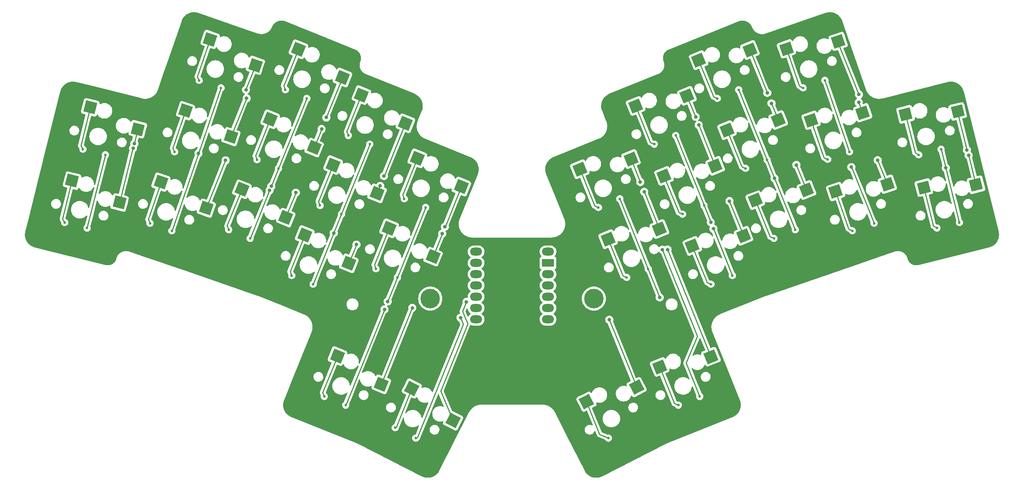
<source format=gbl>
G04 #@! TF.GenerationSoftware,KiCad,Pcbnew,7.0.5-0*
G04 #@! TF.CreationDate,2023-07-18T22:32:37-04:00*
G04 #@! TF.ProjectId,tern,7465726e-2e6b-4696-9361-645f70636258,v1.0.0*
G04 #@! TF.SameCoordinates,Original*
G04 #@! TF.FileFunction,Copper,L2,Bot*
G04 #@! TF.FilePolarity,Positive*
%FSLAX46Y46*%
G04 Gerber Fmt 4.6, Leading zero omitted, Abs format (unit mm)*
G04 Created by KiCad (PCBNEW 7.0.5-0) date 2023-07-18 22:32:37*
%MOMM*%
%LPD*%
G01*
G04 APERTURE LIST*
G04 Aperture macros list*
%AMRotRect*
0 Rectangle, with rotation*
0 The origin of the aperture is its center*
0 $1 length*
0 $2 width*
0 $3 Rotation angle, in degrees counterclockwise*
0 Add horizontal line*
21,1,$1,$2,0,0,$3*%
G04 Aperture macros list end*
G04 #@! TA.AperFunction,SMDPad,CuDef*
%ADD10RotRect,2.600000X2.600000X19.000000*%
G04 #@! TD*
G04 #@! TA.AperFunction,SMDPad,CuDef*
%ADD11RotRect,2.600000X2.600000X22.000000*%
G04 #@! TD*
G04 #@! TA.AperFunction,ComponentPad*
%ADD12C,0.600000*%
G04 #@! TD*
G04 #@! TA.AperFunction,SMDPad,CuDef*
%ADD13RotRect,2.600000X2.600000X341.000000*%
G04 #@! TD*
G04 #@! TA.AperFunction,SMDPad,CuDef*
%ADD14RotRect,2.600000X2.600000X346.000000*%
G04 #@! TD*
G04 #@! TA.AperFunction,SMDPad,CuDef*
%ADD15RotRect,2.600000X2.600000X338.000000*%
G04 #@! TD*
G04 #@! TA.AperFunction,SMDPad,CuDef*
%ADD16RotRect,2.600000X2.600000X14.000000*%
G04 #@! TD*
G04 #@! TA.AperFunction,ComponentPad*
%ADD17C,4.400000*%
G04 #@! TD*
G04 #@! TA.AperFunction,ComponentPad*
%ADD18O,2.750000X1.800000*%
G04 #@! TD*
G04 #@! TA.AperFunction,ComponentPad*
%ADD19R,2.750000X1.800000*%
G04 #@! TD*
G04 #@! TA.AperFunction,SMDPad,CuDef*
%ADD20RotRect,2.600000X2.600000X333.000000*%
G04 #@! TD*
G04 #@! TA.AperFunction,SMDPad,CuDef*
%ADD21RotRect,2.600000X2.600000X27.000000*%
G04 #@! TD*
G04 #@! TA.AperFunction,ViaPad*
%ADD22C,0.800000*%
G04 #@! TD*
G04 #@! TA.AperFunction,Conductor*
%ADD23C,0.250000*%
G04 #@! TD*
G04 APERTURE END LIST*
D10*
X305689970Y-148413131D03*
X317326960Y-146732960D03*
D11*
X281240145Y-134583583D03*
X292773253Y-132296681D03*
D12*
X269726475Y-135784090D03*
X264905119Y-137732044D03*
X186714826Y-127423205D03*
X181893470Y-125475251D03*
X283896525Y-125475251D03*
X279075169Y-127423205D03*
D13*
X159441537Y-130206845D03*
X169646027Y-136047298D03*
D11*
X254492126Y-159141802D03*
X266025234Y-156854900D03*
D12*
X156352628Y-157223078D03*
X151435932Y-155530123D03*
X200884878Y-137732048D03*
X196063522Y-135784094D03*
X314354070Y-155530122D03*
X309437374Y-157223077D03*
D11*
X287608451Y-150345707D03*
X299141559Y-148058805D03*
D14*
X133904404Y-145932664D03*
X144579091Y-150861513D03*
D11*
X274871829Y-118821458D03*
X286404937Y-116534556D03*
D15*
X199015164Y-126676629D03*
X208900003Y-133043140D03*
D12*
X207094535Y-167743546D03*
X202273179Y-165795592D03*
D16*
X325530160Y-147517255D03*
X337269304Y-146857707D03*
D12*
X195481729Y-196486246D03*
X190660373Y-194538292D03*
D14*
X138017076Y-129437634D03*
X148691763Y-134366483D03*
D16*
X321417485Y-131022226D03*
X333156629Y-130362678D03*
D12*
X188148250Y-169256301D03*
X183326894Y-167308347D03*
D15*
X178476801Y-132129909D03*
X188361640Y-138496420D03*
D12*
X254558731Y-203912991D03*
D11*
X273438407Y-160654553D03*
X284971515Y-158367651D03*
D12*
X137294538Y-156620283D03*
X132249000Y-155362289D03*
X333541003Y-155362290D03*
X328495465Y-156620284D03*
X257148513Y-150033470D03*
X252327157Y-151981424D03*
D11*
X266104925Y-187884500D03*
X277638033Y-185597598D03*
D13*
X164976197Y-114133030D03*
X175180687Y-119973483D03*
D12*
X296633150Y-156999498D03*
X291811794Y-158947452D03*
X167421942Y-125075442D03*
X162505246Y-123382487D03*
D15*
X193612018Y-185430826D03*
X203496857Y-191797337D03*
D12*
X329428333Y-138867262D03*
X324382795Y-140125256D03*
D11*
X267070095Y-144892427D03*
X278603203Y-142605525D03*
D17*
X214496579Y-172513748D03*
D15*
X205224822Y-156688123D03*
X215109661Y-163054634D03*
D12*
X194516565Y-153494171D03*
X189695209Y-151546217D03*
X276094792Y-151546220D03*
X271273436Y-153494174D03*
X180346516Y-143185328D03*
X175525160Y-141237374D03*
X141407209Y-140125253D03*
X136361671Y-138867259D03*
D10*
X300155312Y-132339319D03*
X311792302Y-130659148D03*
D15*
X186278543Y-158200877D03*
X196163382Y-164567388D03*
D12*
X303284753Y-123382493D03*
X298368057Y-125075448D03*
X282463103Y-167308342D03*
X277641747Y-169256296D03*
X173978199Y-158947453D03*
X169156843Y-156999499D03*
D11*
X260701779Y-129130301D03*
X272234887Y-126843399D03*
D12*
X263516821Y-165795595D03*
X258695465Y-167743549D03*
D18*
X224800001Y-161949582D03*
X224800001Y-164489582D03*
X224800001Y-167029582D03*
X224800001Y-169569582D03*
X224800001Y-172109582D03*
X224800001Y-174649582D03*
X224800001Y-177189582D03*
X240990001Y-177189582D03*
X240990001Y-174649582D03*
X240990001Y-172109582D03*
X240990001Y-169569582D03*
X240990001Y-167029582D03*
D19*
X240990001Y-164489582D03*
D18*
X240990001Y-161949582D03*
D20*
X210332214Y-192736684D03*
X219624560Y-199940489D03*
D17*
X251293421Y-172513749D03*
D11*
X248123809Y-143379676D03*
X259656917Y-141092774D03*
D21*
X249621689Y-195710319D03*
X260911594Y-192426943D03*
D15*
X192646856Y-142438753D03*
X202531695Y-148805264D03*
X184845115Y-116367784D03*
X194729954Y-122734295D03*
D12*
X156970589Y-139456306D03*
X275129627Y-194538293D03*
X270308271Y-196486247D03*
D13*
X153906881Y-146280661D03*
X164111371Y-152121114D03*
D12*
X211231268Y-203912988D03*
X206598034Y-201552238D03*
D15*
X211593136Y-140926004D03*
X221477975Y-147292515D03*
D12*
X290264838Y-141237374D03*
X285443482Y-143185328D03*
X308819408Y-139456305D03*
X303902712Y-141149260D03*
X213462846Y-151981422D03*
X208641490Y-150033468D03*
D10*
X294620655Y-116265500D03*
X306257645Y-114585329D03*
D15*
X172108490Y-147892034D03*
X181993329Y-154258545D03*
D22*
X217188224Y-157896624D03*
X310898260Y-128324864D03*
X274891617Y-133419031D03*
X190047249Y-134334488D03*
X147633111Y-138652549D03*
X274216171Y-131570403D03*
X217787533Y-156328117D03*
X147923555Y-137592101D03*
X191109409Y-131717376D03*
X310934489Y-126563210D03*
X296865177Y-142413682D03*
X222630167Y-173232250D03*
X168450244Y-141382026D03*
X267888217Y-161465956D03*
X197893433Y-160352051D03*
X203222683Y-147131903D03*
X335607031Y-140219066D03*
X291256863Y-128543484D03*
X262632062Y-148456513D03*
X173186228Y-127414413D03*
X173024428Y-125504471D03*
X290325411Y-126180336D03*
X261739310Y-146242649D03*
X204072937Y-144913390D03*
X335222811Y-139025908D03*
X281807280Y-150535899D03*
X315146794Y-141336857D03*
X210452891Y-174593849D03*
X184240750Y-148655909D03*
X254781890Y-177255399D03*
X178347618Y-148129472D03*
X162349646Y-139806473D03*
X192795833Y-157753126D03*
X204194025Y-174922556D03*
X178723183Y-147203213D03*
X221298376Y-176808739D03*
X266115148Y-172255838D03*
X204913037Y-173142936D03*
X278216258Y-156797031D03*
X266738982Y-161478115D03*
X330479409Y-143072159D03*
X309229642Y-142907856D03*
X291951760Y-145412655D03*
X277597485Y-155321375D03*
D23*
X131757353Y-154544042D02*
X132248999Y-155362286D01*
X133904404Y-145932663D02*
X131757353Y-154544042D01*
X310898260Y-128324864D02*
X310873119Y-128384092D01*
X147621370Y-138659602D02*
X144579091Y-150861515D01*
X147633111Y-138652549D02*
X147621370Y-138659602D01*
X310873119Y-128384092D02*
X311792303Y-130659148D01*
X274891617Y-133419031D02*
X278603201Y-142605524D01*
X190047249Y-134334488D02*
X190042331Y-134336571D01*
X217190994Y-157903150D02*
X215109659Y-163054639D01*
X190042331Y-134336571D02*
X188361643Y-138496419D01*
X217188224Y-157896624D02*
X217190994Y-157903150D01*
X138017075Y-129437636D02*
X135870021Y-138049016D01*
X135870021Y-138049016D02*
X136361666Y-138867254D01*
X310934489Y-126563210D02*
X306168749Y-114767592D01*
X306168749Y-114767592D02*
X306257645Y-114585329D01*
X191109409Y-131717376D02*
X191104869Y-131706692D01*
X147898094Y-137549727D02*
X148691763Y-134366484D01*
X274129928Y-131533794D02*
X274216171Y-131570403D01*
X217787533Y-156328117D02*
X217835600Y-156307713D01*
X191104869Y-131706692D02*
X194729955Y-122734296D01*
X272234887Y-126843397D02*
X274129928Y-131533794D01*
X217835600Y-156307713D02*
X221477976Y-147292513D01*
X147923555Y-137592101D02*
X147898094Y-137549727D01*
X151017462Y-154672139D02*
X151435931Y-155530120D01*
X153906880Y-146280660D02*
X151017462Y-154672139D01*
X222919507Y-178184789D02*
X216809285Y-193308120D01*
X168450244Y-141382026D02*
X164111372Y-152121114D01*
X221746095Y-175420404D02*
X222919507Y-178184789D01*
X197860912Y-160365854D02*
X196163379Y-164567388D01*
X267888217Y-161465956D02*
X267888215Y-161465958D01*
X216809285Y-193308120D02*
X219624559Y-199940491D01*
X222630167Y-173232250D02*
X221746095Y-175420404D01*
X296865177Y-142413682D02*
X296862925Y-142418990D01*
X267888215Y-161465958D02*
X277638029Y-185597596D01*
X296862925Y-142418990D02*
X299141557Y-148058806D01*
X197893433Y-160352051D02*
X197860912Y-160365854D01*
X156552120Y-138598321D02*
X156970586Y-139456305D01*
X159441539Y-130206845D02*
X156552120Y-138598321D01*
X262632062Y-148456513D02*
X262632066Y-148456514D01*
X203204690Y-147139542D02*
X202531694Y-148805265D01*
X337269302Y-146857706D02*
X335615348Y-140224067D01*
X173186228Y-127414413D02*
X173123113Y-127441204D01*
X262632066Y-148456514D02*
X266025235Y-156854902D01*
X335615348Y-140224067D02*
X335607031Y-140219066D01*
X291256863Y-128543484D02*
X292773253Y-132296680D01*
X203222683Y-147131903D02*
X203204690Y-147139542D01*
X173123113Y-127441204D02*
X169646025Y-136047301D01*
X164976199Y-114133030D02*
X162086779Y-122524506D01*
X162086779Y-122524506D02*
X162505247Y-123382489D01*
X173024428Y-125504471D02*
X172984253Y-125409838D01*
X335233119Y-139008751D02*
X333100645Y-130455853D01*
X290325411Y-126180336D02*
X290297255Y-126168385D01*
X290297255Y-126168385D02*
X286404935Y-116534555D01*
X172984253Y-125409838D02*
X175180682Y-119973482D01*
X333100645Y-130455853D02*
X333156629Y-130362681D01*
X335222811Y-139025908D02*
X335233119Y-139008751D01*
X204110563Y-144897418D02*
X208900009Y-133043135D01*
X261739310Y-146242649D02*
X261737251Y-146241775D01*
X204072937Y-144913390D02*
X204110563Y-144897418D01*
X261737251Y-146241775D02*
X259656919Y-141092774D01*
X168783862Y-156120791D02*
X169156849Y-156999497D01*
X172108494Y-147892038D02*
X168783862Y-156120791D01*
X254781892Y-177255401D02*
X260911593Y-192426941D01*
X210446406Y-174596602D02*
X203496856Y-191797339D01*
X315146795Y-141336859D02*
X317326961Y-146732958D01*
X184249046Y-148675450D02*
X181993327Y-154258542D01*
X281807283Y-150535898D02*
X284971516Y-158367652D01*
X281807280Y-150535899D02*
X281807283Y-150535898D01*
X254781890Y-177255399D02*
X254781892Y-177255401D01*
X315146794Y-141336857D02*
X315146795Y-141336859D01*
X210452891Y-174593849D02*
X210446406Y-174596602D01*
X184240750Y-148655909D02*
X184249046Y-148675450D01*
X175152169Y-140358664D02*
X175525161Y-141237373D01*
X178476806Y-132129907D02*
X175152169Y-140358664D01*
X184845117Y-116367785D02*
X181520484Y-124596542D01*
X181520484Y-124596542D02*
X181893471Y-125475246D01*
X182953905Y-166429632D02*
X183326897Y-167308342D01*
X186278541Y-158200879D02*
X182953905Y-166429632D01*
X192646854Y-142438756D02*
X189322220Y-150667512D01*
X189322220Y-150667512D02*
X189695208Y-151546221D01*
X195690535Y-134905383D02*
X196063520Y-135784095D01*
X199015162Y-126676629D02*
X195690535Y-134905383D01*
X201900191Y-164916881D02*
X202273177Y-165795595D01*
X205224821Y-156688128D02*
X201900191Y-164916881D01*
X208268496Y-149154757D02*
X208641487Y-150033465D01*
X211593135Y-140926003D02*
X208268496Y-149154757D01*
X327677220Y-156128632D02*
X328495464Y-156620282D01*
X325530163Y-147517256D02*
X327677220Y-156128632D01*
X321417489Y-131022228D02*
X323564544Y-139633600D01*
X323564544Y-139633600D02*
X324382791Y-140125253D01*
X308579392Y-156804610D02*
X309437373Y-157223077D01*
X305689974Y-148413133D02*
X308579392Y-156804610D01*
X303044730Y-140730796D02*
X303902711Y-141149259D01*
X300155314Y-132339318D02*
X303044730Y-140730796D01*
X294620659Y-116265502D02*
X297510076Y-124656981D01*
X297510076Y-124656981D02*
X298368058Y-125075447D01*
X287608451Y-150345710D02*
X290933084Y-158574463D01*
X290933084Y-158574463D02*
X291811796Y-158947454D01*
X284564769Y-142812333D02*
X285443483Y-143185325D01*
X281240140Y-134583582D02*
X284564769Y-142812333D01*
X278196461Y-127050212D02*
X279075170Y-127423206D01*
X274871826Y-118821458D02*
X278196461Y-127050212D01*
X273438404Y-160654552D02*
X276763040Y-168883304D01*
X276763040Y-168883304D02*
X277641746Y-169256298D01*
X270394726Y-153121181D02*
X271273432Y-153494174D01*
X267070092Y-144892426D02*
X270394726Y-153121181D01*
X260701778Y-129130301D02*
X264026410Y-137359054D01*
X264026410Y-137359054D02*
X264905124Y-137732046D01*
X254492122Y-159141800D02*
X257816752Y-167370559D01*
X257816752Y-167370559D02*
X258695463Y-167743547D01*
X248123809Y-143379673D02*
X251448444Y-151608433D01*
X251448444Y-151608433D02*
X252327156Y-151981425D01*
X190287386Y-193659585D02*
X190660378Y-194538293D01*
X193612015Y-185430822D02*
X190287386Y-193659585D01*
X210332218Y-192736683D02*
X206806199Y-201463880D01*
X206806199Y-201463880D02*
X206598031Y-201552236D01*
X266104930Y-187884498D02*
X269429560Y-196113258D01*
X269429560Y-196113258D02*
X270308266Y-196486248D01*
X249621694Y-195710319D02*
X252599835Y-203081490D01*
X252599835Y-203081490D02*
X254558727Y-203912988D01*
X167421942Y-125075446D02*
X161887284Y-141149261D01*
X161887284Y-141149261D02*
X156352624Y-157223077D01*
X137294535Y-156620278D02*
X141407202Y-140125253D01*
X178348299Y-148131083D02*
X173978204Y-158947457D01*
X178347618Y-148129472D02*
X178348299Y-148131083D01*
X186714826Y-127423206D02*
X180346514Y-143185331D01*
X194516563Y-153494173D02*
X188148254Y-169256294D01*
X178723183Y-147203213D02*
X180346514Y-143185326D01*
X204194025Y-174922556D02*
X195481729Y-196486246D01*
X200884879Y-137732046D02*
X194516563Y-153494173D01*
X213462844Y-151981423D02*
X207094534Y-167743546D01*
X278216260Y-156797031D02*
X282463104Y-167308341D01*
X204913037Y-173142936D02*
X207094531Y-167743546D01*
X266115148Y-172255838D02*
X266121182Y-172241618D01*
X266121182Y-172241618D02*
X263516820Y-165795594D01*
X211621806Y-203747217D02*
X211231267Y-203912989D01*
X221909423Y-178284471D02*
X211621806Y-203747217D01*
X257148509Y-150033466D02*
X263516820Y-165795589D01*
X278216258Y-156797031D02*
X278216260Y-156797031D01*
X221298376Y-176808739D02*
X221290883Y-176827283D01*
X221290883Y-176827283D02*
X221909423Y-178284471D01*
X303284754Y-123382490D02*
X308819413Y-139456307D01*
X329428331Y-138867258D02*
X333541001Y-155362286D01*
X272059811Y-186940236D02*
X274604369Y-180945634D01*
X275129625Y-194538292D02*
X272059811Y-186940236D01*
X274604369Y-180945634D02*
X266738982Y-161478115D01*
X291951760Y-145412655D02*
X290264837Y-141237374D01*
X269726478Y-135784092D02*
X276094790Y-151546218D01*
X309259453Y-142920511D02*
X314354069Y-155530123D01*
X290264837Y-141237374D02*
X283896522Y-125475250D01*
X309229642Y-142907856D02*
X309259453Y-142920511D01*
X277597485Y-155321375D02*
X277609048Y-155294137D01*
X296633150Y-156999501D02*
X291951760Y-145412655D01*
X277609048Y-155294137D02*
X276094789Y-151546217D01*
G04 #@! TA.AperFunction,NonConductor*
G36*
X304497754Y-108024584D02*
G01*
X304637337Y-108030724D01*
X304640291Y-108030925D01*
X304778899Y-108043850D01*
X304781827Y-108044194D01*
X304919140Y-108063780D01*
X304922038Y-108064265D01*
X305057867Y-108090420D01*
X305060773Y-108091053D01*
X305194838Y-108123641D01*
X305197716Y-108124414D01*
X305329816Y-108163334D01*
X305332634Y-108164238D01*
X305462575Y-108209389D01*
X305465332Y-108210421D01*
X305592909Y-108261705D01*
X305595573Y-108262851D01*
X305720482Y-108320126D01*
X305723121Y-108321413D01*
X305845155Y-108384583D01*
X305847688Y-108385970D01*
X305966639Y-108454923D01*
X305969147Y-108456458D01*
X306084739Y-108531065D01*
X306087194Y-108532734D01*
X306185259Y-108602896D01*
X306199189Y-108612862D01*
X306201568Y-108614652D01*
X306230867Y-108637823D01*
X306309785Y-108700235D01*
X306312085Y-108702146D01*
X306416278Y-108793054D01*
X306418474Y-108795067D01*
X306518399Y-108891162D01*
X306520526Y-108893310D01*
X306615984Y-108994514D01*
X306618015Y-108996776D01*
X306708758Y-109102961D01*
X306710687Y-109105334D01*
X306796485Y-109216381D01*
X306798304Y-109218860D01*
X306878975Y-109334720D01*
X306880676Y-109337298D01*
X306955949Y-109457783D01*
X306957530Y-109460462D01*
X307027209Y-109585546D01*
X307028657Y-109588306D01*
X307092492Y-109717810D01*
X307093805Y-109720653D01*
X307151615Y-109854585D01*
X307152782Y-109857489D01*
X307156513Y-109867496D01*
X307204906Y-109997313D01*
X307205434Y-109998784D01*
X312509178Y-125401716D01*
X312510237Y-125407923D01*
X312524806Y-125447158D01*
X312525304Y-125448551D01*
X312530923Y-125464868D01*
X312533310Y-125470063D01*
X312559656Y-125541013D01*
X312562039Y-125552483D01*
X312575936Y-125585057D01*
X312577032Y-125587805D01*
X312580519Y-125597196D01*
X312580718Y-125597536D01*
X312584253Y-125604554D01*
X312615326Y-125677390D01*
X312618243Y-125688697D01*
X312633679Y-125720590D01*
X312634898Y-125723268D01*
X312638845Y-125732520D01*
X312639050Y-125732834D01*
X312642927Y-125739695D01*
X312643998Y-125741908D01*
X312676893Y-125809873D01*
X312680336Y-125821004D01*
X312697288Y-125852172D01*
X312698629Y-125854784D01*
X312703002Y-125863819D01*
X312703211Y-125864108D01*
X312707408Y-125870777D01*
X312744162Y-125938349D01*
X312748114Y-125949265D01*
X312766525Y-125979608D01*
X312767984Y-125982145D01*
X312772800Y-125990999D01*
X312773007Y-125991259D01*
X312777526Y-125997738D01*
X312806249Y-126045074D01*
X312816934Y-126062682D01*
X312821376Y-126073355D01*
X312841241Y-126102874D01*
X312842809Y-126105326D01*
X312848036Y-126113941D01*
X312848232Y-126114164D01*
X312853053Y-126120425D01*
X312895010Y-126182771D01*
X312899918Y-126193161D01*
X312906703Y-126202291D01*
X312906703Y-126202292D01*
X312921195Y-126221795D01*
X312922821Y-126224094D01*
X312928490Y-126232517D01*
X312928491Y-126232518D01*
X312928493Y-126232520D01*
X312928667Y-126232701D01*
X312933792Y-126238749D01*
X312978184Y-126298491D01*
X312983562Y-126308626D01*
X313006143Y-126336232D01*
X313007915Y-126338503D01*
X313013951Y-126346625D01*
X313013955Y-126346630D01*
X313013959Y-126346632D01*
X313014123Y-126346788D01*
X313019526Y-126352591D01*
X313063283Y-126406085D01*
X313066261Y-126409726D01*
X313072073Y-126419548D01*
X313095976Y-126446158D01*
X313097841Y-126448333D01*
X313104239Y-126456156D01*
X313104242Y-126456158D01*
X313104244Y-126456161D01*
X313104246Y-126456162D01*
X313104384Y-126456280D01*
X313110067Y-126461844D01*
X313159041Y-126516364D01*
X313165270Y-126525864D01*
X313190403Y-126551375D01*
X313192341Y-126553434D01*
X313199135Y-126560998D01*
X313199138Y-126560999D01*
X313199259Y-126561095D01*
X313205210Y-126566405D01*
X313256319Y-126618283D01*
X313262960Y-126627462D01*
X313289273Y-126651827D01*
X313291318Y-126653809D01*
X313298441Y-126661040D01*
X313298553Y-126661120D01*
X313304742Y-126666151D01*
X313330673Y-126690162D01*
X313357902Y-126715376D01*
X313364902Y-126724175D01*
X313392350Y-126747363D01*
X313394462Y-126749231D01*
X313401945Y-126756160D01*
X313401947Y-126756161D01*
X313401949Y-126756163D01*
X313401951Y-126756163D01*
X313402028Y-126756213D01*
X313408457Y-126760969D01*
X313423489Y-126773667D01*
X313463578Y-126807534D01*
X313470976Y-126816008D01*
X313480163Y-126823079D01*
X313480164Y-126823080D01*
X313495978Y-126835250D01*
X313499455Y-126837926D01*
X313501651Y-126839697D01*
X313505592Y-126843025D01*
X313509435Y-126846272D01*
X313509442Y-126846274D01*
X313509502Y-126846310D01*
X313516141Y-126850767D01*
X313573160Y-126894649D01*
X313580911Y-126902754D01*
X313590434Y-126909417D01*
X313590435Y-126909418D01*
X313610396Y-126923385D01*
X313612645Y-126925036D01*
X313620738Y-126931264D01*
X313620742Y-126931265D01*
X313620796Y-126931294D01*
X313627652Y-126935459D01*
X313686435Y-126976590D01*
X313694533Y-126984323D01*
X313704359Y-126990555D01*
X313704360Y-126990557D01*
X313724978Y-127003634D01*
X313727238Y-127005140D01*
X313735629Y-127011012D01*
X313735636Y-127011013D01*
X313735670Y-127011030D01*
X313742698Y-127014874D01*
X313803206Y-127053254D01*
X313811625Y-127060596D01*
X313842892Y-127078501D01*
X313845293Y-127079949D01*
X313847355Y-127081257D01*
X313853912Y-127085416D01*
X313853917Y-127085417D01*
X313853945Y-127085429D01*
X313861148Y-127088955D01*
X313923268Y-127124530D01*
X313932016Y-127131488D01*
X313942387Y-127136821D01*
X313942388Y-127136822D01*
X313954939Y-127143275D01*
X313964070Y-127147970D01*
X313966529Y-127149305D01*
X313975381Y-127154374D01*
X313975388Y-127154375D01*
X313975412Y-127154384D01*
X313982768Y-127157582D01*
X314008397Y-127170759D01*
X314046441Y-127190319D01*
X314055497Y-127196876D01*
X314066086Y-127201727D01*
X314066087Y-127201729D01*
X314088255Y-127211886D01*
X314090732Y-127213089D01*
X314095392Y-127215485D01*
X314099837Y-127217771D01*
X314099889Y-127217787D01*
X314107379Y-127220648D01*
X314172499Y-127250485D01*
X314181853Y-127256635D01*
X314192654Y-127261004D01*
X314192655Y-127261005D01*
X314196302Y-127262480D01*
X314215250Y-127270145D01*
X314217825Y-127271255D01*
X314224195Y-127274173D01*
X314227093Y-127275501D01*
X314227097Y-127275501D01*
X314227141Y-127275513D01*
X314234745Y-127278029D01*
X314301271Y-127304938D01*
X314310904Y-127310663D01*
X314321876Y-127314532D01*
X314321877Y-127314533D01*
X314344871Y-127322641D01*
X314347445Y-127323615D01*
X314356932Y-127327453D01*
X314356941Y-127327453D01*
X314356985Y-127327463D01*
X314364691Y-127329631D01*
X314432524Y-127353551D01*
X314442446Y-127358855D01*
X314453553Y-127362211D01*
X314453554Y-127362212D01*
X314476902Y-127369268D01*
X314479515Y-127370123D01*
X314489146Y-127373520D01*
X314489154Y-127373519D01*
X314489224Y-127373532D01*
X314497025Y-127375350D01*
X314524582Y-127383678D01*
X314562455Y-127395124D01*
X314566092Y-127396223D01*
X314576265Y-127401077D01*
X314587493Y-127403918D01*
X314587494Y-127403919D01*
X314611107Y-127409894D01*
X314613794Y-127410639D01*
X314623558Y-127413591D01*
X314623566Y-127413590D01*
X314623657Y-127413602D01*
X314631523Y-127415060D01*
X314701763Y-127432835D01*
X314712194Y-127437239D01*
X314723489Y-127439552D01*
X314723490Y-127439553D01*
X314747317Y-127444432D01*
X314747322Y-127444433D01*
X314750092Y-127445067D01*
X314759930Y-127447556D01*
X314759931Y-127447556D01*
X314759939Y-127447558D01*
X314759946Y-127447557D01*
X314760065Y-127447566D01*
X314767967Y-127448660D01*
X314839317Y-127463270D01*
X314849976Y-127467203D01*
X314861343Y-127468989D01*
X314861344Y-127468990D01*
X314885344Y-127472762D01*
X314888130Y-127473265D01*
X314898111Y-127475310D01*
X314898116Y-127475309D01*
X314898267Y-127475314D01*
X314906220Y-127476043D01*
X314978584Y-127487419D01*
X314989466Y-127490873D01*
X315000850Y-127492126D01*
X315000851Y-127492127D01*
X315022416Y-127494500D01*
X315025008Y-127494786D01*
X315027852Y-127495166D01*
X315031741Y-127495777D01*
X315037853Y-127496738D01*
X315037858Y-127496736D01*
X315038036Y-127496734D01*
X315045996Y-127497096D01*
X315119344Y-127505169D01*
X315130409Y-127508123D01*
X315141811Y-127508844D01*
X315141812Y-127508845D01*
X315166069Y-127510378D01*
X315168881Y-127510622D01*
X315178973Y-127511733D01*
X315178985Y-127511729D01*
X315179181Y-127511718D01*
X315187129Y-127511710D01*
X315261399Y-127516406D01*
X315272655Y-127518856D01*
X315284024Y-127519041D01*
X315284025Y-127519042D01*
X315308318Y-127519439D01*
X315311138Y-127519551D01*
X315321258Y-127520192D01*
X315321265Y-127520189D01*
X315321508Y-127520163D01*
X315329438Y-127519784D01*
X315404557Y-127521014D01*
X315415971Y-127522943D01*
X315427281Y-127522595D01*
X315427282Y-127522596D01*
X315428259Y-127522565D01*
X315451531Y-127521852D01*
X315454443Y-127521831D01*
X315464508Y-127521996D01*
X315464517Y-127521992D01*
X315464797Y-127521949D01*
X315472674Y-127521202D01*
X315548599Y-127518871D01*
X315560119Y-127520263D01*
X315571377Y-127519384D01*
X315571378Y-127519385D01*
X315595545Y-127517498D01*
X315598455Y-127517340D01*
X315608523Y-127517032D01*
X315608532Y-127517028D01*
X315608830Y-127516967D01*
X315616640Y-127515853D01*
X315693317Y-127509869D01*
X315704934Y-127510719D01*
X315716104Y-127509312D01*
X315716105Y-127509313D01*
X315740136Y-127506286D01*
X315743049Y-127505990D01*
X315748080Y-127505597D01*
X315753082Y-127505207D01*
X315753090Y-127505202D01*
X315753420Y-127505119D01*
X315761165Y-127503638D01*
X315838518Y-127493898D01*
X315850217Y-127494196D01*
X315861256Y-127492267D01*
X315861257Y-127492268D01*
X315885158Y-127488093D01*
X315887990Y-127487668D01*
X315897980Y-127486411D01*
X315897986Y-127486407D01*
X315898327Y-127486303D01*
X315905983Y-127484457D01*
X315960429Y-127474950D01*
X315983989Y-127470836D01*
X315995697Y-127470576D01*
X316006632Y-127468124D01*
X316006634Y-127468125D01*
X316030271Y-127462824D01*
X316033090Y-127462262D01*
X316043030Y-127460527D01*
X316043038Y-127460522D01*
X316043384Y-127460397D01*
X316050942Y-127458189D01*
X316128269Y-127440850D01*
X316134517Y-127440488D01*
X316150088Y-127436604D01*
X316150091Y-127436606D01*
X316175264Y-127430328D01*
X316176557Y-127430023D01*
X316187998Y-127427459D01*
X316188000Y-127427457D01*
X316193521Y-127426220D01*
X316198924Y-127424429D01*
X330951182Y-123746320D01*
X330952592Y-123745986D01*
X331092914Y-123714643D01*
X331095896Y-123714054D01*
X331235248Y-123690100D01*
X331238227Y-123689664D01*
X331378096Y-123672673D01*
X331381077Y-123672385D01*
X331521172Y-123662319D01*
X331524184Y-123662177D01*
X331664322Y-123659003D01*
X331667265Y-123659008D01*
X331807133Y-123662684D01*
X331810120Y-123662835D01*
X331949491Y-123673325D01*
X331952446Y-123673620D01*
X332091078Y-123690894D01*
X332094000Y-123691331D01*
X332231599Y-123715337D01*
X332234566Y-123715930D01*
X332370862Y-123746627D01*
X332373767Y-123747355D01*
X332508637Y-123784736D01*
X332511456Y-123785593D01*
X332644531Y-123829601D01*
X332647364Y-123830615D01*
X332778408Y-123881199D01*
X332781202Y-123882358D01*
X332909945Y-123939478D01*
X332912689Y-123940777D01*
X333038963Y-124004439D01*
X333041624Y-124005864D01*
X333165138Y-124076001D01*
X333167733Y-124077561D01*
X333287625Y-124153732D01*
X333290160Y-124155433D01*
X333405617Y-124237070D01*
X333408033Y-124238869D01*
X333410663Y-124240930D01*
X333518911Y-124325770D01*
X333521245Y-124327693D01*
X333627432Y-124419683D01*
X333629638Y-124421690D01*
X333730966Y-124518550D01*
X333733088Y-124520680D01*
X333778126Y-124568160D01*
X333829351Y-124622162D01*
X333831375Y-124624402D01*
X333922504Y-124730356D01*
X333924422Y-124732699D01*
X334010202Y-124842887D01*
X334011998Y-124845314D01*
X334092329Y-124959570D01*
X334093991Y-124962060D01*
X334168711Y-125080180D01*
X334170245Y-125082741D01*
X334239169Y-125204475D01*
X334240588Y-125207130D01*
X334303576Y-125332284D01*
X334304874Y-125335029D01*
X334361794Y-125463422D01*
X334362961Y-125466238D01*
X334366439Y-125475254D01*
X334405226Y-125575816D01*
X334413642Y-125597634D01*
X334414672Y-125600514D01*
X334458975Y-125734743D01*
X334459864Y-125737680D01*
X334498098Y-125876205D01*
X334498492Y-125877702D01*
X342359995Y-157408720D01*
X342360347Y-157410210D01*
X342391675Y-157550535D01*
X342392269Y-157553547D01*
X342416211Y-157692893D01*
X342416654Y-157695915D01*
X342433643Y-157835762D01*
X342433936Y-157838799D01*
X342443995Y-157978902D01*
X342444138Y-157981925D01*
X342447128Y-158113921D01*
X342447312Y-158122004D01*
X342447306Y-158125040D01*
X342443624Y-158264858D01*
X342443471Y-158267881D01*
X342439554Y-158319906D01*
X342433073Y-158406003D01*
X342432982Y-158407207D01*
X342432681Y-158410217D01*
X342415421Y-158548777D01*
X342414974Y-158551770D01*
X342390968Y-158689350D01*
X342390376Y-158692318D01*
X342359674Y-158828618D01*
X342358937Y-158831556D01*
X342321571Y-158966354D01*
X342320690Y-158969255D01*
X342276707Y-159102283D01*
X342275685Y-159105137D01*
X342264427Y-159134310D01*
X342225109Y-159236184D01*
X342223941Y-159239002D01*
X342166817Y-159367775D01*
X342165510Y-159370535D01*
X342101856Y-159496852D01*
X342100407Y-159499558D01*
X342030308Y-159623051D01*
X342028719Y-159625694D01*
X341952576Y-159745537D01*
X341950866Y-159748086D01*
X341869260Y-159863485D01*
X341867436Y-159865935D01*
X341780536Y-159976806D01*
X341778597Y-159979159D01*
X341686653Y-160085275D01*
X341684609Y-160087522D01*
X341587789Y-160188788D01*
X341585638Y-160190930D01*
X341484150Y-160287173D01*
X341481915Y-160289192D01*
X341375980Y-160380268D01*
X341373637Y-160382185D01*
X341263438Y-160467939D01*
X341261012Y-160469734D01*
X341146764Y-160550031D01*
X341144247Y-160551709D01*
X341026176Y-160626365D01*
X341023578Y-160627920D01*
X340901867Y-160696799D01*
X340899195Y-160698227D01*
X340774024Y-160761199D01*
X340771280Y-160762496D01*
X340642912Y-160819385D01*
X340640098Y-160820551D01*
X340508692Y-160871221D01*
X340505815Y-160872250D01*
X340371572Y-160916551D01*
X340368635Y-160917441D01*
X340230127Y-160955665D01*
X340228632Y-160956058D01*
X324277591Y-164933138D01*
X324276061Y-164933499D01*
X324177825Y-164955363D01*
X324174749Y-164955966D01*
X324078294Y-164972369D01*
X324075191Y-164972816D01*
X324002087Y-164981474D01*
X323979048Y-164984202D01*
X323975949Y-164984490D01*
X323880147Y-164990978D01*
X323877038Y-164991110D01*
X323781794Y-164992771D01*
X323778706Y-164992748D01*
X323684105Y-164989684D01*
X323681033Y-164989508D01*
X323587245Y-164981801D01*
X323584206Y-164981476D01*
X323491331Y-164969212D01*
X323488329Y-164968740D01*
X323396577Y-164952015D01*
X323393619Y-164951401D01*
X323303037Y-164930284D01*
X323300137Y-164929534D01*
X323210977Y-164904132D01*
X323208116Y-164903242D01*
X323151471Y-164884102D01*
X323120443Y-164873617D01*
X323117674Y-164872607D01*
X323031663Y-164838866D01*
X323028955Y-164837728D01*
X322983000Y-164817110D01*
X322944753Y-164799950D01*
X322942078Y-164798673D01*
X322859865Y-164756959D01*
X322857255Y-164755555D01*
X322777155Y-164709975D01*
X322774623Y-164708453D01*
X322714515Y-164670350D01*
X322696767Y-164659099D01*
X322694358Y-164657491D01*
X322635468Y-164616099D01*
X322618909Y-164604460D01*
X322616524Y-164602698D01*
X322543650Y-164546085D01*
X322541349Y-164544208D01*
X322540420Y-164543412D01*
X322471182Y-164484098D01*
X322468984Y-164482121D01*
X322416072Y-164432187D01*
X322401699Y-164418623D01*
X322399582Y-164416526D01*
X322335292Y-164349705D01*
X322333262Y-164347490D01*
X322272100Y-164277424D01*
X322270168Y-164275099D01*
X322231543Y-164226236D01*
X322212321Y-164201918D01*
X322210502Y-164199496D01*
X322197136Y-164180767D01*
X322156075Y-164123228D01*
X322154403Y-164120759D01*
X322125452Y-164075650D01*
X322103547Y-164041519D01*
X322101950Y-164038891D01*
X322062722Y-163970537D01*
X322054830Y-163956784D01*
X322053367Y-163954080D01*
X322010138Y-163869211D01*
X322008811Y-163866437D01*
X321969551Y-163778762D01*
X321968356Y-163775900D01*
X321959774Y-163753821D01*
X321933252Y-163685583D01*
X321932211Y-163682691D01*
X321901407Y-163589803D01*
X321900509Y-163586848D01*
X321885797Y-163533603D01*
X321882248Y-163501672D01*
X321882099Y-163500632D01*
X321881005Y-163495082D01*
X321878014Y-163486974D01*
X321877391Y-163484416D01*
X321876655Y-163479152D01*
X321875238Y-163474902D01*
X321874324Y-163472659D01*
X321867083Y-163458922D01*
X321866528Y-163458051D01*
X321865845Y-163456429D01*
X321867434Y-163455759D01*
X321865092Y-163450015D01*
X321859806Y-163440550D01*
X321855032Y-163423335D01*
X321853490Y-163410765D01*
X321842621Y-163378264D01*
X321841674Y-163375168D01*
X321841508Y-163374570D01*
X321839075Y-163365796D01*
X321839073Y-163365793D01*
X321838624Y-163364850D01*
X321835779Y-163357810D01*
X321820475Y-163312046D01*
X321818284Y-163299593D01*
X321805724Y-163267674D01*
X321804617Y-163264630D01*
X321801536Y-163255416D01*
X321801536Y-163255415D01*
X321801534Y-163255412D01*
X321801041Y-163254503D01*
X321797836Y-163247624D01*
X321780335Y-163203148D01*
X321777506Y-163190862D01*
X321773186Y-163181363D01*
X321773187Y-163181363D01*
X321763285Y-163159589D01*
X321762026Y-163156617D01*
X321759952Y-163151346D01*
X321758467Y-163147570D01*
X321757940Y-163146709D01*
X321754370Y-163139985D01*
X321734751Y-163096843D01*
X321731304Y-163084764D01*
X321715463Y-163054225D01*
X321714062Y-163051345D01*
X321713049Y-163049119D01*
X321710021Y-163042460D01*
X321710017Y-163042456D01*
X321709463Y-163041647D01*
X321705553Y-163035122D01*
X321683853Y-162993290D01*
X321679793Y-162981427D01*
X321662387Y-162951729D01*
X321660839Y-162948925D01*
X321660837Y-162948922D01*
X321656344Y-162940259D01*
X321656340Y-162940255D01*
X321655758Y-162939494D01*
X321651512Y-162933176D01*
X321627786Y-162892695D01*
X321623126Y-162881072D01*
X321604200Y-162852292D01*
X321602513Y-162849576D01*
X321602157Y-162848969D01*
X321597580Y-162841159D01*
X321597578Y-162841157D01*
X321597577Y-162841155D01*
X321596954Y-162840422D01*
X321592389Y-162834330D01*
X321576748Y-162810546D01*
X321566695Y-162795259D01*
X321561453Y-162783914D01*
X321555224Y-162775427D01*
X321555225Y-162775427D01*
X321541052Y-162756116D01*
X321539239Y-162753508D01*
X321533867Y-162745338D01*
X321533864Y-162745336D01*
X321533864Y-162745335D01*
X321533221Y-162744653D01*
X321528339Y-162738793D01*
X321500708Y-162701146D01*
X321494887Y-162690080D01*
X321488232Y-162681927D01*
X321473090Y-162663377D01*
X321471140Y-162660858D01*
X321465355Y-162652975D01*
X321464673Y-162652323D01*
X321459496Y-162646721D01*
X321429972Y-162610552D01*
X321423589Y-162599799D01*
X321400443Y-162574246D01*
X321398362Y-162571826D01*
X321392193Y-162564268D01*
X321392190Y-162564265D01*
X321392189Y-162564264D01*
X321392186Y-162564262D01*
X321391482Y-162563655D01*
X321386019Y-162558323D01*
X321381456Y-162553286D01*
X321366912Y-162537229D01*
X321354615Y-162523653D01*
X321347677Y-162513229D01*
X321340234Y-162505818D01*
X321323247Y-162488904D01*
X321321070Y-162486621D01*
X321314509Y-162479379D01*
X321314508Y-162479378D01*
X321314506Y-162479376D01*
X321313756Y-162478794D01*
X321308033Y-162473757D01*
X321274780Y-162440648D01*
X321267308Y-162430588D01*
X321258947Y-162423081D01*
X321249819Y-162414885D01*
X321241696Y-162407591D01*
X321239373Y-162405394D01*
X321232447Y-162398498D01*
X321231653Y-162397945D01*
X321225684Y-162393214D01*
X321190617Y-162361730D01*
X321182616Y-162352044D01*
X321173489Y-162344665D01*
X321156488Y-162330919D01*
X321155866Y-162330416D01*
X321153424Y-162328335D01*
X321146166Y-162321818D01*
X321145326Y-162321295D01*
X321139134Y-162316888D01*
X321116176Y-162298327D01*
X321102243Y-162287062D01*
X321093732Y-162277784D01*
X321065940Y-162257605D01*
X321063405Y-162255663D01*
X321059673Y-162252646D01*
X321055803Y-162249516D01*
X321054918Y-162249027D01*
X321048510Y-162244949D01*
X321009817Y-162216854D01*
X321000804Y-162208000D01*
X320972036Y-162189318D01*
X320969379Y-162187492D01*
X320961503Y-162181774D01*
X320960571Y-162181320D01*
X320953963Y-162177582D01*
X320913468Y-162151285D01*
X320903975Y-162142886D01*
X320894994Y-162137700D01*
X320874286Y-162125743D01*
X320871566Y-162124075D01*
X320863396Y-162118770D01*
X320863395Y-162118769D01*
X320863391Y-162118767D01*
X320862416Y-162118353D01*
X320855640Y-162114974D01*
X320813364Y-162090562D01*
X320803479Y-162082695D01*
X320772921Y-162067112D01*
X320770086Y-162065572D01*
X320761647Y-162060699D01*
X320760674Y-162060345D01*
X320753716Y-162057318D01*
X320710261Y-162035159D01*
X320699927Y-162027782D01*
X320668655Y-162013846D01*
X320665728Y-162012449D01*
X320657073Y-162008035D01*
X320656048Y-162007722D01*
X320648955Y-162005067D01*
X320604910Y-161985440D01*
X320594246Y-161978639D01*
X320584544Y-161974908D01*
X320562226Y-161966327D01*
X320559268Y-161965100D01*
X320550369Y-161961134D01*
X320549354Y-161960881D01*
X320542124Y-161958598D01*
X320497531Y-161941452D01*
X320486561Y-161935234D01*
X320453905Y-161924590D01*
X320450870Y-161923512D01*
X320441792Y-161920021D01*
X320440784Y-161919825D01*
X320433442Y-161917919D01*
X320388379Y-161903232D01*
X320377128Y-161897604D01*
X320343919Y-161888653D01*
X320340844Y-161887738D01*
X320331589Y-161884721D01*
X320330601Y-161884582D01*
X320323150Y-161883056D01*
X320277663Y-161870796D01*
X320266172Y-161865774D01*
X320232513Y-161858541D01*
X320229406Y-161857789D01*
X320219979Y-161855248D01*
X320219007Y-161855162D01*
X320211483Y-161854023D01*
X320165620Y-161844169D01*
X320153897Y-161839750D01*
X320119924Y-161834266D01*
X320116788Y-161833677D01*
X320107223Y-161831622D01*
X320107222Y-161831622D01*
X320107217Y-161831621D01*
X320106248Y-161831585D01*
X320098668Y-161830835D01*
X320052518Y-161823385D01*
X320040615Y-161819587D01*
X320006351Y-161815850D01*
X320003196Y-161815424D01*
X319993529Y-161813864D01*
X319992578Y-161813878D01*
X319984972Y-161813518D01*
X319938548Y-161808456D01*
X319926461Y-161805274D01*
X319892057Y-161803304D01*
X319888885Y-161803041D01*
X319879155Y-161801980D01*
X319878203Y-161802043D01*
X319870586Y-161802075D01*
X319823965Y-161799406D01*
X319811697Y-161796843D01*
X319777254Y-161796649D01*
X319774070Y-161796549D01*
X319764321Y-161795992D01*
X319763364Y-161796105D01*
X319755765Y-161796529D01*
X319708986Y-161796268D01*
X319696630Y-161794344D01*
X319662194Y-161795924D01*
X319659011Y-161795988D01*
X319649241Y-161795933D01*
X319648308Y-161796093D01*
X319640729Y-161796909D01*
X319593859Y-161799060D01*
X319581368Y-161797770D01*
X319547105Y-161801123D01*
X319543925Y-161801351D01*
X319537321Y-161801655D01*
X319534187Y-161801799D01*
X319533233Y-161802013D01*
X319525724Y-161803216D01*
X319504703Y-161805274D01*
X319478805Y-161807808D01*
X319466259Y-161807166D01*
X319432255Y-161812280D01*
X319429078Y-161812675D01*
X319419348Y-161813627D01*
X319418393Y-161813894D01*
X319410970Y-161815480D01*
X319364070Y-161822535D01*
X319351464Y-161822544D01*
X319330768Y-161826766D01*
X319317792Y-161829412D01*
X319314631Y-161829972D01*
X319305009Y-161831419D01*
X319304051Y-161831741D01*
X319296716Y-161833711D01*
X319249869Y-161843266D01*
X319237240Y-161843934D01*
X319204056Y-161852526D01*
X319200914Y-161853253D01*
X319191372Y-161855200D01*
X319190391Y-161855587D01*
X319183184Y-161857931D01*
X319136466Y-161870028D01*
X319123853Y-161871358D01*
X319091187Y-161881665D01*
X319088079Y-161882558D01*
X319078671Y-161884995D01*
X319077693Y-161885441D01*
X319070631Y-161888153D01*
X319025412Y-161902423D01*
X319018707Y-161903396D01*
X318979712Y-161916823D01*
X318978194Y-161917324D01*
X318962178Y-161922379D01*
X318956536Y-161924802D01*
X313090009Y-163944799D01*
X309723220Y-165104071D01*
X309723218Y-165104072D01*
X309716805Y-165106279D01*
X309716777Y-165106288D01*
X289542087Y-172052953D01*
X289540985Y-172053130D01*
X289503948Y-172066048D01*
X289499990Y-172066723D01*
X289465743Y-172079240D01*
X289461702Y-172079990D01*
X289439275Y-172088578D01*
X289439252Y-172088586D01*
X289427804Y-172092970D01*
X289423860Y-172093764D01*
X289401861Y-172102563D01*
X289401019Y-172102885D01*
X289400839Y-172102973D01*
X289382062Y-172110484D01*
X289363354Y-172117649D01*
X289360695Y-172118971D01*
X289345122Y-172125263D01*
X289323634Y-172133861D01*
X289322823Y-172134272D01*
X279714327Y-176016203D01*
X279707867Y-176017662D01*
X279669829Y-176034159D01*
X279668392Y-176034761D01*
X279652718Y-176041094D01*
X279647407Y-176043884D01*
X279569230Y-176077794D01*
X279557315Y-176080964D01*
X279526246Y-176096353D01*
X279523403Y-176097672D01*
X279514385Y-176101583D01*
X279513695Y-176102040D01*
X279507045Y-176105863D01*
X279427885Y-176145071D01*
X279416183Y-176148826D01*
X279395057Y-176160653D01*
X279385881Y-176165789D01*
X279383132Y-176167238D01*
X279374296Y-176171614D01*
X279373652Y-176172089D01*
X279367200Y-176176245D01*
X279291370Y-176218694D01*
X279279887Y-176223030D01*
X279250493Y-176241487D01*
X279247815Y-176243076D01*
X279239204Y-176247897D01*
X279238588Y-176248401D01*
X279232345Y-176252883D01*
X279202231Y-176271795D01*
X279159845Y-176298412D01*
X279148645Y-176303297D01*
X279120157Y-176323242D01*
X279117575Y-176324955D01*
X279109193Y-176330219D01*
X279108630Y-176330729D01*
X279102610Y-176335527D01*
X279033410Y-176383980D01*
X279022520Y-176389392D01*
X278994992Y-176410784D01*
X278992515Y-176412612D01*
X278984404Y-176418292D01*
X278983899Y-176418798D01*
X278978107Y-176423908D01*
X278912168Y-176475154D01*
X278901601Y-176481078D01*
X278875134Y-176503840D01*
X278872758Y-176505782D01*
X278864928Y-176511868D01*
X278864466Y-176512379D01*
X278858936Y-176517769D01*
X278796257Y-176571674D01*
X278786051Y-176578079D01*
X278760675Y-176602177D01*
X278758412Y-176604223D01*
X278750892Y-176610690D01*
X278750493Y-176611178D01*
X278745207Y-176616868D01*
X278685782Y-176673300D01*
X278675947Y-176680168D01*
X278651745Y-176705521D01*
X278649597Y-176707664D01*
X278642379Y-176714519D01*
X278642023Y-176715001D01*
X278637026Y-176720938D01*
X278580869Y-176779766D01*
X278571435Y-176787065D01*
X278548439Y-176813631D01*
X278546414Y-176815858D01*
X278539525Y-176823075D01*
X278539222Y-176823531D01*
X278534501Y-176829733D01*
X278481606Y-176890841D01*
X278472568Y-176898565D01*
X278450854Y-176926258D01*
X278448947Y-176928572D01*
X278442421Y-176936112D01*
X278442149Y-176936568D01*
X278437732Y-176942995D01*
X278388129Y-177006262D01*
X278379529Y-177014363D01*
X278359124Y-177043141D01*
X278357342Y-177045530D01*
X278351176Y-177053395D01*
X278350950Y-177053819D01*
X278346839Y-177060468D01*
X278300535Y-177125777D01*
X278292357Y-177134258D01*
X278273346Y-177164003D01*
X278271688Y-177166466D01*
X278265887Y-177174649D01*
X278265690Y-177175066D01*
X278261903Y-177181907D01*
X278218935Y-177249142D01*
X278211191Y-177257986D01*
X278193600Y-177288654D01*
X278192065Y-177291188D01*
X278186673Y-177299626D01*
X278186505Y-177300030D01*
X278183041Y-177307066D01*
X278143440Y-177376106D01*
X278136143Y-177385291D01*
X278120034Y-177416772D01*
X278118624Y-177419372D01*
X278113629Y-177428081D01*
X278113486Y-177428479D01*
X278110360Y-177435676D01*
X278074168Y-177506406D01*
X278067329Y-177515913D01*
X278052717Y-177548173D01*
X278051437Y-177550829D01*
X278046869Y-177559757D01*
X278046751Y-177560143D01*
X278043971Y-177567485D01*
X278022415Y-177615083D01*
X278011209Y-177639825D01*
X278004827Y-177649653D01*
X277991778Y-177682555D01*
X277990626Y-177685269D01*
X277986485Y-177694413D01*
X277986385Y-177694806D01*
X277983957Y-177702274D01*
X277954682Y-177776091D01*
X277948779Y-177786209D01*
X277937313Y-177819694D01*
X277936291Y-177822463D01*
X277932592Y-177831789D01*
X277932511Y-177832186D01*
X277930440Y-177839769D01*
X277904698Y-177914954D01*
X277899279Y-177925352D01*
X277889430Y-177959330D01*
X277888540Y-177962149D01*
X277885292Y-177971636D01*
X277885227Y-177972051D01*
X277883523Y-177979713D01*
X277861360Y-178056175D01*
X277856431Y-178066850D01*
X277848226Y-178101235D01*
X277847470Y-178104099D01*
X277844684Y-178113713D01*
X277844639Y-178114132D01*
X277843303Y-178121872D01*
X277824782Y-178199494D01*
X277820359Y-178210421D01*
X277813823Y-178245114D01*
X277813204Y-178248019D01*
X277810881Y-178257756D01*
X277810854Y-178258214D01*
X277809892Y-178265989D01*
X277795075Y-178344658D01*
X277791166Y-178355834D01*
X277786319Y-178390756D01*
X277785838Y-178393704D01*
X277783988Y-178403524D01*
X277783983Y-178404017D01*
X277783398Y-178411809D01*
X277776535Y-178461280D01*
X277772347Y-178491459D01*
X277768976Y-178502840D01*
X277765832Y-178537891D01*
X277765493Y-178540868D01*
X277764119Y-178550773D01*
X277764138Y-178551283D01*
X277763931Y-178559086D01*
X277756714Y-178639592D01*
X277753883Y-178651185D01*
X277752455Y-178686277D01*
X277752259Y-178689288D01*
X277751368Y-178699228D01*
X277751415Y-178699779D01*
X277751588Y-178707570D01*
X277748280Y-178788843D01*
X277746009Y-178800613D01*
X277746299Y-178835675D01*
X277746250Y-178838704D01*
X277745846Y-178848648D01*
X277745925Y-178849232D01*
X277746476Y-178856989D01*
X277747159Y-178938953D01*
X277745458Y-178950895D01*
X277747472Y-178985800D01*
X277747573Y-178988849D01*
X277747656Y-178998787D01*
X277747772Y-178999411D01*
X277748703Y-179007121D01*
X277753467Y-179089673D01*
X277752355Y-179101727D01*
X277756090Y-179136433D01*
X277756343Y-179139492D01*
X277756915Y-179149396D01*
X277757071Y-179150056D01*
X277758376Y-179157680D01*
X277767316Y-179240737D01*
X277766802Y-179252893D01*
X277768490Y-179263552D01*
X277768490Y-179263553D01*
X277770707Y-179277552D01*
X277772249Y-179287287D01*
X277772656Y-179290348D01*
X277773716Y-179300202D01*
X277773912Y-179300876D01*
X277775595Y-179308424D01*
X277788816Y-179391897D01*
X277788910Y-179404118D01*
X277796065Y-179438160D01*
X277796626Y-179441207D01*
X277798171Y-179450955D01*
X277798412Y-179451655D01*
X277800468Y-179459098D01*
X277818080Y-179542887D01*
X277818790Y-179555136D01*
X277827637Y-179588731D01*
X277828355Y-179591764D01*
X277830382Y-179601408D01*
X277830673Y-179602133D01*
X277833089Y-179609434D01*
X277855220Y-179693467D01*
X277856551Y-179705710D01*
X277867062Y-179738747D01*
X277867935Y-179741753D01*
X277870444Y-179751278D01*
X277870782Y-179752011D01*
X277873561Y-179759176D01*
X277900349Y-179843367D01*
X277902300Y-179855547D01*
X277914468Y-179888007D01*
X277915494Y-179890968D01*
X277918475Y-179900336D01*
X277918855Y-179901062D01*
X277921990Y-179908071D01*
X277953108Y-179991080D01*
X277954406Y-179997591D01*
X277969945Y-180036052D01*
X277970513Y-180037511D01*
X277976450Y-180053345D01*
X277979106Y-180058724D01*
X280742268Y-186897793D01*
X284150976Y-195334644D01*
X284151516Y-195336033D01*
X284202028Y-195470523D01*
X284202029Y-195470524D01*
X284203037Y-195473424D01*
X284246128Y-195608050D01*
X284246987Y-195610982D01*
X284283269Y-195747092D01*
X284283982Y-195750057D01*
X284313438Y-195887366D01*
X284314003Y-195890353D01*
X284336635Y-196028574D01*
X284336641Y-196028606D01*
X284337054Y-196031585D01*
X284344537Y-196097272D01*
X284352884Y-196170560D01*
X284353153Y-196173579D01*
X284361860Y-196308464D01*
X284362153Y-196312994D01*
X284362274Y-196316017D01*
X284364461Y-196455622D01*
X284364435Y-196458644D01*
X284359816Y-196598194D01*
X284359642Y-196601216D01*
X284348215Y-196740443D01*
X284347893Y-196743454D01*
X284329662Y-196882109D01*
X284329192Y-196885116D01*
X284304130Y-197022981D01*
X284303514Y-197025954D01*
X284271669Y-197162701D01*
X284270904Y-197165656D01*
X284232248Y-197301083D01*
X284231335Y-197304007D01*
X284185869Y-197437861D01*
X284184810Y-197440743D01*
X284132524Y-197572810D01*
X284131338Y-197575605D01*
X284072635Y-197704983D01*
X284071298Y-197707745D01*
X284006565Y-197833481D01*
X284005099Y-197836165D01*
X283934525Y-197958073D01*
X283932931Y-197960676D01*
X283856661Y-198078629D01*
X283854947Y-198081142D01*
X283773179Y-198194943D01*
X283771347Y-198197365D01*
X283684261Y-198306830D01*
X283682319Y-198309153D01*
X283590124Y-198414086D01*
X283588072Y-198416310D01*
X283490874Y-198516613D01*
X283488714Y-198518736D01*
X283386798Y-198614116D01*
X283384538Y-198616129D01*
X283277969Y-198706524D01*
X283275610Y-198708427D01*
X283262004Y-198718869D01*
X283164661Y-198793574D01*
X283162255Y-198795328D01*
X283047064Y-198875094D01*
X283044543Y-198876749D01*
X282925310Y-198950932D01*
X282922693Y-198952472D01*
X282799608Y-199020893D01*
X282796896Y-199022314D01*
X282670109Y-199084808D01*
X282667321Y-199086097D01*
X282535461Y-199143162D01*
X282534062Y-199143748D01*
X267726981Y-205126217D01*
X267725423Y-205126554D01*
X267695809Y-205138716D01*
X267692802Y-205139391D01*
X267664623Y-205151338D01*
X267661693Y-205152031D01*
X267633663Y-205164279D01*
X267630729Y-205165007D01*
X267602846Y-205177560D01*
X267599978Y-205178305D01*
X267572166Y-205191188D01*
X267569389Y-205191942D01*
X267541746Y-205205102D01*
X267538843Y-205205923D01*
X267511443Y-205219339D01*
X267508766Y-205220127D01*
X267481505Y-205233821D01*
X267479990Y-205234281D01*
X267456606Y-205246191D01*
X267448435Y-205250203D01*
X267446973Y-205251100D01*
X267437761Y-205255792D01*
X267417648Y-205265898D01*
X267416356Y-205266699D01*
X253164250Y-212528372D01*
X253162879Y-212529050D01*
X253033275Y-212591108D01*
X253030478Y-212592363D01*
X252900134Y-212647030D01*
X252897283Y-212648144D01*
X252764873Y-212696141D01*
X252761982Y-212697109D01*
X252627790Y-212738412D01*
X252624864Y-212739235D01*
X252489114Y-212773835D01*
X252486158Y-212774512D01*
X252349115Y-212802384D01*
X252346132Y-212802915D01*
X252251133Y-212817445D01*
X252208047Y-212824036D01*
X252205064Y-212824418D01*
X252161195Y-212828952D01*
X252066146Y-212838774D01*
X252063134Y-212839012D01*
X251923699Y-212846584D01*
X251920673Y-212846674D01*
X251780985Y-212847431D01*
X251777957Y-212847374D01*
X251638227Y-212841302D01*
X251635200Y-212841096D01*
X251495680Y-212828175D01*
X251492661Y-212827821D01*
X251353650Y-212808035D01*
X251350644Y-212807531D01*
X251212332Y-212780853D01*
X251209342Y-212780199D01*
X251072015Y-212746607D01*
X251069066Y-212745808D01*
X250932969Y-212705286D01*
X250930052Y-212704339D01*
X250865218Y-212681484D01*
X250796134Y-212657130D01*
X250793267Y-212656039D01*
X250662419Y-212602499D01*
X250659622Y-212601273D01*
X250532054Y-212541583D01*
X250529326Y-212540224D01*
X250405165Y-212474506D01*
X250402537Y-212473032D01*
X250282064Y-212401499D01*
X250279506Y-212399895D01*
X250238837Y-212372976D01*
X250162836Y-212322669D01*
X250160354Y-212320938D01*
X250047746Y-212238225D01*
X250045352Y-212236376D01*
X249936954Y-212148303D01*
X249934654Y-212146339D01*
X249830708Y-212053113D01*
X249828506Y-212051039D01*
X249729157Y-211952782D01*
X249727057Y-211950601D01*
X249635583Y-211850839D01*
X249632511Y-211847488D01*
X249630531Y-211845219D01*
X249540963Y-211737383D01*
X249539120Y-211735050D01*
X249462554Y-211633091D01*
X249454768Y-211622723D01*
X249452995Y-211620237D01*
X249374054Y-211503565D01*
X249372403Y-211500990D01*
X249350744Y-211465305D01*
X249299029Y-211380101D01*
X249297529Y-211377485D01*
X249260342Y-211308759D01*
X249229135Y-211251084D01*
X249228422Y-211249727D01*
X245242198Y-203426402D01*
X242537074Y-198117352D01*
X242535692Y-198112958D01*
X242514840Y-198073715D01*
X242505971Y-198056308D01*
X242503674Y-198052701D01*
X242503308Y-198052012D01*
X242487225Y-198021743D01*
X242484325Y-198013313D01*
X242464952Y-197979746D01*
X242463927Y-197977896D01*
X242458796Y-197968239D01*
X242458794Y-197968237D01*
X242458385Y-197967467D01*
X242454777Y-197962115D01*
X242434916Y-197927702D01*
X242431732Y-197919404D01*
X242424483Y-197907800D01*
X242424484Y-197907799D01*
X242411181Y-197886504D01*
X242410095Y-197884696D01*
X242404629Y-197875224D01*
X242404628Y-197875223D01*
X242404185Y-197874455D01*
X242400399Y-197869244D01*
X242379601Y-197835951D01*
X242376150Y-197827811D01*
X242354461Y-197795633D01*
X242353288Y-197793828D01*
X242347014Y-197783784D01*
X242343067Y-197778730D01*
X242331794Y-197762006D01*
X242321363Y-197746530D01*
X242317626Y-197738508D01*
X242300386Y-197714756D01*
X242294822Y-197707090D01*
X242293593Y-197705333D01*
X242293357Y-197704983D01*
X242287491Y-197696280D01*
X242287489Y-197696278D01*
X242286982Y-197695526D01*
X242282859Y-197690609D01*
X242267773Y-197669825D01*
X242260281Y-197659503D01*
X242256286Y-197651647D01*
X242233786Y-197622803D01*
X242232379Y-197620999D01*
X242231109Y-197619311D01*
X242224136Y-197609704D01*
X242219858Y-197604947D01*
X242196422Y-197574903D01*
X242192167Y-197567208D01*
X242167212Y-197537396D01*
X242165867Y-197535732D01*
X242158564Y-197526370D01*
X242154136Y-197521776D01*
X242129880Y-197492799D01*
X242125370Y-197485267D01*
X242099380Y-197456305D01*
X242097984Y-197454694D01*
X242090366Y-197445594D01*
X242085794Y-197441165D01*
X242060720Y-197413223D01*
X242055968Y-197405872D01*
X242046397Y-197395916D01*
X242028976Y-197377795D01*
X242027560Y-197376271D01*
X242020227Y-197368099D01*
X242019599Y-197367399D01*
X242014886Y-197363138D01*
X241989029Y-197336244D01*
X241984053Y-197329097D01*
X241956088Y-197301926D01*
X241954598Y-197300429D01*
X241946339Y-197291838D01*
X241941507Y-197287763D01*
X241932963Y-197279463D01*
X241914892Y-197261907D01*
X241909670Y-197254925D01*
X241880809Y-197228745D01*
X241879265Y-197227296D01*
X241870715Y-197218990D01*
X241865736Y-197215072D01*
X241838372Y-197190250D01*
X241832924Y-197183466D01*
X241803184Y-197158282D01*
X241801596Y-197156890D01*
X241792750Y-197148866D01*
X241787652Y-197145130D01*
X241759571Y-197121352D01*
X241753912Y-197114775D01*
X241723279Y-197090575D01*
X241721644Y-197089237D01*
X241712542Y-197081529D01*
X241707339Y-197077981D01*
X241678543Y-197055232D01*
X241672658Y-197048846D01*
X241641233Y-197025711D01*
X241639554Y-197024430D01*
X241630191Y-197017032D01*
X241624861Y-197013658D01*
X241595381Y-196991955D01*
X241589305Y-196985793D01*
X241557101Y-196963728D01*
X241555390Y-196962513D01*
X241545748Y-196955415D01*
X241540322Y-196952232D01*
X241510172Y-196931575D01*
X241503891Y-196925625D01*
X241492166Y-196918162D01*
X241470935Y-196904649D01*
X241469182Y-196903491D01*
X241459329Y-196896740D01*
X241453812Y-196893750D01*
X241422962Y-196874115D01*
X241416472Y-196868373D01*
X241404524Y-196861326D01*
X241382846Y-196848541D01*
X241381092Y-196847466D01*
X241372985Y-196842307D01*
X241371810Y-196841559D01*
X241371809Y-196841558D01*
X241370975Y-196841028D01*
X241365348Y-196838222D01*
X241341547Y-196824186D01*
X241333875Y-196819661D01*
X241327197Y-196814145D01*
X241292938Y-196795477D01*
X241291114Y-196794443D01*
X241280791Y-196788356D01*
X241275071Y-196785742D01*
X241242962Y-196768245D01*
X241236107Y-196762963D01*
X241213627Y-196751685D01*
X241201192Y-196745446D01*
X241199349Y-196744481D01*
X241188848Y-196738759D01*
X241183052Y-196736344D01*
X241150330Y-196719928D01*
X241143289Y-196714872D01*
X241107832Y-196698566D01*
X241105934Y-196697654D01*
X241095235Y-196692286D01*
X241089348Y-196690065D01*
X241076737Y-196684266D01*
X241056004Y-196674731D01*
X241048777Y-196669907D01*
X241025469Y-196660135D01*
X241012801Y-196654824D01*
X241010894Y-196653985D01*
X241000033Y-196648991D01*
X240994052Y-196646964D01*
X240960102Y-196632731D01*
X240952707Y-196628151D01*
X240916263Y-196614313D01*
X240914303Y-196613530D01*
X240903291Y-196608913D01*
X240897241Y-196607089D01*
X240862710Y-196593976D01*
X240855155Y-196589647D01*
X240825838Y-196579645D01*
X240818232Y-196577050D01*
X240816292Y-196576350D01*
X240806027Y-196572453D01*
X240805124Y-196572110D01*
X240799022Y-196570495D01*
X240763884Y-196558507D01*
X240756177Y-196554433D01*
X240718895Y-196543119D01*
X240716884Y-196542471D01*
X240705598Y-196538621D01*
X240699429Y-196537212D01*
X240663714Y-196526373D01*
X240655838Y-196522549D01*
X240641116Y-196518628D01*
X240618197Y-196512524D01*
X240616175Y-196511948D01*
X240604800Y-196508497D01*
X240598559Y-196507295D01*
X240585646Y-196503856D01*
X240562267Y-196497630D01*
X240554251Y-196494074D01*
X240516352Y-196485366D01*
X240514284Y-196484853D01*
X240502793Y-196481793D01*
X240496507Y-196480805D01*
X240459665Y-196472339D01*
X240451531Y-196469059D01*
X240413312Y-196461650D01*
X240411231Y-196461210D01*
X240409877Y-196460899D01*
X240400576Y-196458762D01*
X240400575Y-196458762D01*
X240399656Y-196458551D01*
X240393342Y-196457780D01*
X240366357Y-196452550D01*
X240355906Y-196450524D01*
X240347608Y-196447508D01*
X240309292Y-196441450D01*
X240307186Y-196441080D01*
X240295533Y-196438822D01*
X240289141Y-196438265D01*
X240251147Y-196432257D01*
X240242757Y-196429533D01*
X240204246Y-196424805D01*
X240202124Y-196424508D01*
X240190414Y-196422657D01*
X240184001Y-196422321D01*
X240164825Y-196419967D01*
X240145457Y-196417590D01*
X240136953Y-196415151D01*
X240107611Y-196412580D01*
X240098253Y-196411760D01*
X240096151Y-196411538D01*
X240092940Y-196411144D01*
X240084409Y-196410098D01*
X240078006Y-196409985D01*
X240038888Y-196406558D01*
X240030254Y-196404404D01*
X240006102Y-196403136D01*
X239991532Y-196402371D01*
X239989404Y-196402222D01*
X239977651Y-196401192D01*
X239971206Y-196401304D01*
X239931520Y-196399220D01*
X239922835Y-196397373D01*
X239884074Y-196396692D01*
X239881921Y-196396617D01*
X239870132Y-196395999D01*
X239863689Y-196396336D01*
X239824450Y-196395648D01*
X239819833Y-196394793D01*
X239802359Y-196394793D01*
X239775565Y-196394793D01*
X239756074Y-196394451D01*
X239751735Y-196394793D01*
X226024362Y-196394793D01*
X226015583Y-196393403D01*
X225976827Y-196394755D01*
X225974671Y-196394793D01*
X225962894Y-196394794D01*
X225956478Y-196395467D01*
X225809731Y-196400596D01*
X225793637Y-196398904D01*
X225763650Y-196402056D01*
X225759340Y-196402357D01*
X225755523Y-196402491D01*
X225750833Y-196402655D01*
X225747046Y-196403460D01*
X225740638Y-196404475D01*
X225596815Y-196419592D01*
X225580724Y-196419027D01*
X225550941Y-196424265D01*
X225546684Y-196424863D01*
X225538195Y-196425755D01*
X225534536Y-196426804D01*
X225528188Y-196428268D01*
X225387246Y-196453057D01*
X225371225Y-196453604D01*
X225341807Y-196460899D01*
X225337628Y-196461784D01*
X225329180Y-196463270D01*
X225325661Y-196464549D01*
X225319408Y-196466454D01*
X225181663Y-196500615D01*
X225165802Y-196502252D01*
X225145347Y-196508843D01*
X225136863Y-196511576D01*
X225132788Y-196512737D01*
X225124424Y-196514812D01*
X225121075Y-196516298D01*
X225114943Y-196518638D01*
X224980706Y-196561886D01*
X224965039Y-196564596D01*
X224936746Y-196575898D01*
X224932764Y-196577333D01*
X224924558Y-196579977D01*
X224921352Y-196581671D01*
X224915388Y-196584428D01*
X224785044Y-196636495D01*
X224769661Y-196640250D01*
X224751474Y-196648991D01*
X224742112Y-196653489D01*
X224738274Y-196655176D01*
X224730247Y-196658383D01*
X224727227Y-196660254D01*
X224721437Y-196663426D01*
X224595283Y-196724054D01*
X224580206Y-196728842D01*
X224553641Y-196743910D01*
X224549917Y-196745858D01*
X224542111Y-196749610D01*
X224539221Y-196751685D01*
X224533655Y-196755246D01*
X224412111Y-196824186D01*
X224397409Y-196829978D01*
X224371875Y-196846844D01*
X224368297Y-196849037D01*
X224360778Y-196853302D01*
X224358053Y-196855553D01*
X224352745Y-196859481D01*
X224236140Y-196936509D01*
X224221862Y-196943285D01*
X224197555Y-196961826D01*
X224194134Y-196964257D01*
X224186909Y-196969030D01*
X224184326Y-196971477D01*
X224179298Y-196975753D01*
X224068018Y-197060640D01*
X224054200Y-197068390D01*
X224031242Y-197088513D01*
X224027982Y-197091181D01*
X224021103Y-197096428D01*
X224018681Y-197099056D01*
X224013961Y-197103659D01*
X223908376Y-197196206D01*
X223895079Y-197204905D01*
X223873585Y-197226510D01*
X223870503Y-197229403D01*
X223864015Y-197235090D01*
X223861751Y-197237910D01*
X223857363Y-197242816D01*
X223757883Y-197342813D01*
X223745163Y-197352437D01*
X223725243Y-197375415D01*
X223722355Y-197378524D01*
X223716289Y-197384622D01*
X223714189Y-197387638D01*
X223710158Y-197392817D01*
X223617162Y-197500089D01*
X223605075Y-197510616D01*
X223586834Y-197534847D01*
X223584153Y-197538165D01*
X223578539Y-197544642D01*
X223576618Y-197547848D01*
X223572969Y-197553268D01*
X223486859Y-197667664D01*
X223475480Y-197679050D01*
X223459016Y-197704405D01*
X223456554Y-197707924D01*
X223451412Y-197714756D01*
X223449689Y-197718141D01*
X223446433Y-197723784D01*
X223367647Y-197845119D01*
X223357036Y-197857327D01*
X223342414Y-197883704D01*
X223340192Y-197887402D01*
X223335558Y-197894540D01*
X223334048Y-197898097D01*
X223331204Y-197903927D01*
X223260965Y-198030639D01*
X223255496Y-198037641D01*
X223237898Y-198072178D01*
X223236883Y-198074086D01*
X223231163Y-198084406D01*
X223228646Y-198090336D01*
X216523562Y-211249672D01*
X216522850Y-211251028D01*
X216454440Y-211377470D01*
X216452913Y-211380131D01*
X216379564Y-211501006D01*
X216377912Y-211503582D01*
X216298982Y-211620255D01*
X216297212Y-211622737D01*
X216212897Y-211735050D01*
X216211013Y-211737436D01*
X216121523Y-211845206D01*
X216119530Y-211847491D01*
X216025019Y-211950603D01*
X216022916Y-211952787D01*
X215923609Y-212051029D01*
X215921409Y-212053101D01*
X215817461Y-212146362D01*
X215815160Y-212148327D01*
X215706824Y-212236375D01*
X215704428Y-212238227D01*
X215591845Y-212320939D01*
X215589364Y-212322670D01*
X215472765Y-212399869D01*
X215470195Y-212401482D01*
X215349706Y-212473037D01*
X215347054Y-212474525D01*
X215222960Y-212540215D01*
X215220234Y-212541573D01*
X215115138Y-212590759D01*
X215092649Y-212601284D01*
X215089855Y-212602509D01*
X214959050Y-212656031D01*
X214956183Y-212657123D01*
X214822244Y-212704337D01*
X214819340Y-212705281D01*
X214708073Y-212738417D01*
X214683247Y-212745810D01*
X214680282Y-212746613D01*
X214569237Y-212773775D01*
X214542960Y-212780202D01*
X214539978Y-212780854D01*
X214401677Y-212807530D01*
X214398671Y-212808034D01*
X214259613Y-212827828D01*
X214256589Y-212828183D01*
X214117103Y-212841094D01*
X214114079Y-212841299D01*
X213974340Y-212847371D01*
X213971312Y-212847428D01*
X213831615Y-212846671D01*
X213828590Y-212846581D01*
X213689131Y-212839011D01*
X213686117Y-212838773D01*
X213547214Y-212824416D01*
X213544218Y-212824032D01*
X213406085Y-212802914D01*
X213403098Y-212802382D01*
X213266005Y-212774500D01*
X213263097Y-212773834D01*
X213127316Y-212739240D01*
X213124385Y-212738417D01*
X212990123Y-212697100D01*
X212987250Y-212696138D01*
X212854795Y-212648138D01*
X212851953Y-212647028D01*
X212721553Y-212592367D01*
X212718752Y-212591110D01*
X212692752Y-212578664D01*
X212589073Y-212529035D01*
X212587735Y-212528374D01*
X198358464Y-205278167D01*
X198356873Y-205276976D01*
X198328632Y-205262839D01*
X198326395Y-205261195D01*
X198298718Y-205247689D01*
X198296469Y-205246072D01*
X198268695Y-205232864D01*
X198266365Y-205231223D01*
X198238488Y-205218321D01*
X198236192Y-205216739D01*
X198208127Y-205204095D01*
X198205690Y-205202454D01*
X198188177Y-205194788D01*
X198177687Y-205190196D01*
X198175269Y-205188604D01*
X198146976Y-205176573D01*
X198144450Y-205174951D01*
X198126854Y-205167696D01*
X198116497Y-205163425D01*
X198114835Y-205162378D01*
X198089225Y-205152031D01*
X198070910Y-205144631D01*
X198070835Y-205144600D01*
X198050564Y-205136242D01*
X198048776Y-205135688D01*
X189179253Y-201552241D01*
X205784418Y-201552241D01*
X205804815Y-201733279D01*
X205804816Y-201733284D01*
X205814548Y-201761095D01*
X205861240Y-201894534D01*
X205864992Y-201905255D01*
X205933436Y-202014182D01*
X205961923Y-202059519D01*
X206090753Y-202188349D01*
X206245019Y-202285281D01*
X206391138Y-202336410D01*
X206416987Y-202345455D01*
X206416992Y-202345456D01*
X206598030Y-202365854D01*
X206598034Y-202365854D01*
X206598038Y-202365854D01*
X206779075Y-202345456D01*
X206779078Y-202345455D01*
X206779081Y-202345455D01*
X206951049Y-202285281D01*
X207105315Y-202188349D01*
X207234145Y-202059519D01*
X207331077Y-201905253D01*
X207391251Y-201733285D01*
X207392638Y-201720970D01*
X207397023Y-201699440D01*
X207403927Y-201676284D01*
X207405843Y-201670815D01*
X208350063Y-199333789D01*
X208393428Y-199279006D01*
X208459527Y-199256363D01*
X208527375Y-199273051D01*
X208575429Y-199323771D01*
X208588718Y-199389087D01*
X208578998Y-199524990D01*
X208578998Y-199524993D01*
X208599050Y-199805356D01*
X208599051Y-199805363D01*
X208658796Y-200080003D01*
X208658798Y-200080010D01*
X208699625Y-200189472D01*
X208757025Y-200343368D01*
X208757027Y-200343372D01*
X208891728Y-200590059D01*
X208891733Y-200590067D01*
X209060169Y-200815072D01*
X209060185Y-200815090D01*
X209258918Y-201013823D01*
X209258936Y-201013839D01*
X209483941Y-201182275D01*
X209483949Y-201182280D01*
X209730636Y-201316981D01*
X209730640Y-201316983D01*
X209730642Y-201316984D01*
X209993999Y-201415211D01*
X210268654Y-201474959D01*
X210478842Y-201489992D01*
X210619192Y-201489992D01*
X210829380Y-201474959D01*
X211104035Y-201415211D01*
X211367392Y-201316984D01*
X211614090Y-201182277D01*
X211775530Y-201061423D01*
X211840993Y-201037008D01*
X211909266Y-201051860D01*
X211958671Y-201101265D01*
X211973523Y-201169538D01*
X211964810Y-201207143D01*
X211226498Y-203034529D01*
X211183133Y-203089313D01*
X211125411Y-203111298D01*
X211050226Y-203119769D01*
X210878251Y-203179945D01*
X210723986Y-203276877D01*
X210595157Y-203405706D01*
X210498226Y-203559970D01*
X210438050Y-203731941D01*
X210438049Y-203731946D01*
X210417652Y-203912984D01*
X210417652Y-203912991D01*
X210438049Y-204094029D01*
X210438050Y-204094034D01*
X210498226Y-204266005D01*
X210516652Y-204295330D01*
X210595157Y-204420269D01*
X210723987Y-204549099D01*
X210878253Y-204646031D01*
X211050221Y-204706205D01*
X211050226Y-204706206D01*
X211231264Y-204726604D01*
X211231268Y-204726604D01*
X211231272Y-204726604D01*
X211412309Y-204706206D01*
X211412312Y-204706205D01*
X211412315Y-204706205D01*
X211584283Y-204646031D01*
X211738549Y-204549099D01*
X211867379Y-204420269D01*
X211928534Y-204322940D01*
X211955153Y-204292822D01*
X211960174Y-204288726D01*
X211960178Y-204288725D01*
X211976003Y-204275817D01*
X211991991Y-204264747D01*
X212009634Y-204254480D01*
X212043267Y-204221312D01*
X212047601Y-204217424D01*
X212084215Y-204187563D01*
X212096330Y-204171129D01*
X212109065Y-204156427D01*
X212123601Y-204142094D01*
X212147935Y-204101593D01*
X212151145Y-204096779D01*
X212179197Y-204058733D01*
X212186844Y-204039802D01*
X212195524Y-204022393D01*
X212206038Y-204004898D01*
X212219536Y-203959618D01*
X212221454Y-203954141D01*
X213023384Y-201969295D01*
X214344396Y-201969295D01*
X214354405Y-202179399D01*
X214403995Y-202383811D01*
X214448634Y-202481557D01*
X214491373Y-202575144D01*
X214491377Y-202575150D01*
X214613379Y-202746479D01*
X214613384Y-202746484D01*
X214765616Y-202891637D01*
X214942567Y-203005356D01*
X215137841Y-203083533D01*
X215292746Y-203113388D01*
X215344381Y-203123340D01*
X215344382Y-203123340D01*
X215502014Y-203123340D01*
X215502021Y-203123340D01*
X215658942Y-203108356D01*
X215860764Y-203049096D01*
X216047723Y-202952711D01*
X216213063Y-202822687D01*
X216350808Y-202663721D01*
X216455979Y-202481559D01*
X216524775Y-202282786D01*
X216554710Y-202074585D01*
X216544701Y-201864481D01*
X216495111Y-201660069D01*
X216407732Y-201468735D01*
X216407728Y-201468729D01*
X216285726Y-201297400D01*
X216285720Y-201297394D01*
X216133492Y-201152245D01*
X216133490Y-201152243D01*
X215956539Y-201038524D01*
X215956532Y-201038521D01*
X215761274Y-200960350D01*
X215761267Y-200960347D01*
X215761265Y-200960347D01*
X215761262Y-200960346D01*
X215761261Y-200960346D01*
X215554725Y-200920540D01*
X215554724Y-200920540D01*
X215397085Y-200920540D01*
X215240195Y-200935521D01*
X215240164Y-200935524D01*
X215240160Y-200935525D01*
X215038344Y-200994783D01*
X214851384Y-201091168D01*
X214686043Y-201221192D01*
X214686042Y-201221193D01*
X214548302Y-201380154D01*
X214548293Y-201380165D01*
X214443127Y-201562319D01*
X214374332Y-201761088D01*
X214374331Y-201761093D01*
X214374331Y-201761094D01*
X214344396Y-201969295D01*
X213023384Y-201969295D01*
X216214713Y-194070475D01*
X216258078Y-194015693D01*
X216324177Y-193993050D01*
X216392024Y-194009738D01*
X216440079Y-194060458D01*
X216443827Y-194068477D01*
X217551686Y-196678428D01*
X217559760Y-196747830D01*
X217529032Y-196810580D01*
X217469256Y-196846755D01*
X217399412Y-196844871D01*
X217392241Y-196842307D01*
X217223935Y-196776252D01*
X217223930Y-196776250D01*
X217223925Y-196776248D01*
X217223916Y-196776246D01*
X216972214Y-196718797D01*
X216968144Y-196717868D01*
X216968143Y-196717867D01*
X216968139Y-196717867D01*
X216968134Y-196717866D01*
X216772029Y-196703170D01*
X216772008Y-196703170D01*
X216641020Y-196703170D01*
X216640998Y-196703170D01*
X216444893Y-196717866D01*
X216444888Y-196717867D01*
X216189111Y-196776246D01*
X216189092Y-196776252D01*
X215944870Y-196872102D01*
X215717657Y-197003284D01*
X215512528Y-197166868D01*
X215334081Y-197359190D01*
X215186282Y-197575972D01*
X215186281Y-197575973D01*
X215072452Y-197812343D01*
X214995120Y-198063046D01*
X214995119Y-198063051D01*
X214995118Y-198063055D01*
X214986060Y-198123153D01*
X214956014Y-198322482D01*
X214956014Y-198584857D01*
X214962128Y-198625418D01*
X214995118Y-198844285D01*
X214995119Y-198844287D01*
X214995120Y-198844293D01*
X215050035Y-199022322D01*
X215063975Y-199067516D01*
X215072452Y-199094996D01*
X215186281Y-199331366D01*
X215186282Y-199331367D01*
X215186284Y-199331370D01*
X215186286Y-199331374D01*
X215334081Y-199548149D01*
X215512528Y-199740471D01*
X215512532Y-199740474D01*
X215512533Y-199740475D01*
X215717657Y-199904056D01*
X215944871Y-200035238D01*
X216189098Y-200131090D01*
X216444884Y-200189472D01*
X216444890Y-200189472D01*
X216444893Y-200189473D01*
X216640998Y-200204169D01*
X216641017Y-200204169D01*
X216641020Y-200204170D01*
X216641022Y-200204170D01*
X216772006Y-200204170D01*
X216772008Y-200204170D01*
X216772010Y-200204169D01*
X216772029Y-200204169D01*
X216968134Y-200189473D01*
X216968136Y-200189472D01*
X216968144Y-200189472D01*
X217223930Y-200131090D01*
X217262058Y-200116125D01*
X217331651Y-200109956D01*
X217393535Y-200142392D01*
X217428059Y-200203136D01*
X217424262Y-200272903D01*
X217417845Y-200287845D01*
X217400909Y-200321085D01*
X217400905Y-200321094D01*
X217379211Y-200378010D01*
X217362544Y-200523279D01*
X217387478Y-200667359D01*
X217451994Y-200798581D01*
X217534489Y-200888464D01*
X217550867Y-200906309D01*
X217601873Y-200939605D01*
X220005163Y-202164143D01*
X220062080Y-202185837D01*
X220062081Y-202185837D01*
X220207350Y-202202504D01*
X220207350Y-202202503D01*
X220207351Y-202202504D01*
X220351432Y-202177570D01*
X220482652Y-202113054D01*
X220590380Y-202014182D01*
X220623676Y-201963176D01*
X221848214Y-199559886D01*
X221869908Y-199502968D01*
X221886575Y-199357698D01*
X221861641Y-199213617D01*
X221829382Y-199148006D01*
X221797125Y-199082396D01*
X221698255Y-198974671D01*
X221698254Y-198974670D01*
X221698253Y-198974669D01*
X221663127Y-198951739D01*
X221647254Y-198941377D01*
X221647242Y-198941370D01*
X219443570Y-197818542D01*
X219392774Y-197770567D01*
X219385722Y-197756508D01*
X218269787Y-195127528D01*
X247359673Y-195127528D01*
X247376340Y-195272797D01*
X247383633Y-195291930D01*
X247398035Y-195329716D01*
X248224747Y-196952229D01*
X248622570Y-197733001D01*
X248622577Y-197733013D01*
X248637915Y-197756508D01*
X248655844Y-197783974D01*
X248655870Y-197784013D01*
X248655871Y-197784014D01*
X248763596Y-197882884D01*
X248813186Y-197907265D01*
X248894817Y-197947400D01*
X249038898Y-197972334D01*
X249184168Y-197955667D01*
X249241086Y-197933973D01*
X249614574Y-197743670D01*
X249683242Y-197730775D01*
X249747983Y-197757051D01*
X249785839Y-197807705D01*
X251030544Y-200888464D01*
X251037406Y-200957996D01*
X251005587Y-201020200D01*
X250945189Y-201055326D01*
X250875389Y-201052223D01*
X250848540Y-201039235D01*
X250847428Y-201038520D01*
X250652164Y-200960347D01*
X250652157Y-200960344D01*
X250652155Y-200960344D01*
X250652152Y-200960343D01*
X250652151Y-200960343D01*
X250445615Y-200920537D01*
X250445614Y-200920537D01*
X250287975Y-200920537D01*
X250131053Y-200935521D01*
X250131054Y-200935521D01*
X250131050Y-200935522D01*
X249929234Y-200994780D01*
X249742274Y-201091165D01*
X249576933Y-201221189D01*
X249576932Y-201221190D01*
X249439192Y-201380151D01*
X249439183Y-201380162D01*
X249334017Y-201562316D01*
X249265222Y-201761085D01*
X249265222Y-201761088D01*
X249265221Y-201761091D01*
X249235286Y-201969292D01*
X249245295Y-202179396D01*
X249294885Y-202383808D01*
X249339525Y-202481556D01*
X249382263Y-202575141D01*
X249382267Y-202575147D01*
X249504269Y-202746476D01*
X249504274Y-202746481D01*
X249656506Y-202891634D01*
X249833457Y-203005353D01*
X250028731Y-203083530D01*
X250172807Y-203111298D01*
X250235271Y-203123337D01*
X250235272Y-203123337D01*
X250392904Y-203123337D01*
X250392911Y-203123337D01*
X250549832Y-203108353D01*
X250751654Y-203049093D01*
X250938613Y-202952708D01*
X251103953Y-202822684D01*
X251241698Y-202663718D01*
X251346869Y-202481556D01*
X251389683Y-202357852D01*
X251430210Y-202300940D01*
X251495075Y-202274972D01*
X251563682Y-202288194D01*
X251614249Y-202336410D01*
X251621833Y-202351959D01*
X251981135Y-203241264D01*
X251985423Y-203256514D01*
X251985683Y-203256437D01*
X251987912Y-203263914D01*
X252015794Y-203327131D01*
X252016551Y-203328923D01*
X252027398Y-203355766D01*
X252030841Y-203361927D01*
X252033446Y-203367153D01*
X252052503Y-203410360D01*
X252065127Y-203426402D01*
X252075923Y-203442589D01*
X252085882Y-203460409D01*
X252118453Y-203494612D01*
X252122271Y-203499019D01*
X252151486Y-203536144D01*
X252151487Y-203536145D01*
X252151488Y-203536146D01*
X252167699Y-203548540D01*
X252182183Y-203561535D01*
X252196259Y-203576317D01*
X252196265Y-203576321D01*
X252236309Y-203601343D01*
X252241113Y-203604669D01*
X252278639Y-203633360D01*
X252297433Y-203641337D01*
X252314695Y-203650323D01*
X252332000Y-203661137D01*
X252355615Y-203668627D01*
X252377007Y-203675414D01*
X252382489Y-203677441D01*
X253810451Y-204283573D01*
X253864469Y-204327887D01*
X253866990Y-204331739D01*
X253922620Y-204420272D01*
X254051450Y-204549102D01*
X254205716Y-204646034D01*
X254377675Y-204706205D01*
X254377684Y-204706208D01*
X254377689Y-204706209D01*
X254558727Y-204726607D01*
X254558731Y-204726607D01*
X254558735Y-204726607D01*
X254739772Y-204706209D01*
X254739775Y-204706208D01*
X254739778Y-204706208D01*
X254911746Y-204646034D01*
X255066012Y-204549102D01*
X255194842Y-204420272D01*
X255291774Y-204266006D01*
X255351948Y-204094038D01*
X255351948Y-204094035D01*
X255351949Y-204094032D01*
X255372347Y-203912994D01*
X255372347Y-203912987D01*
X255351949Y-203731949D01*
X255351948Y-203731944D01*
X255351947Y-203731941D01*
X255291774Y-203559976D01*
X255194842Y-203405710D01*
X255066012Y-203276880D01*
X254911746Y-203179948D01*
X254857424Y-203160940D01*
X254739777Y-203119773D01*
X254739772Y-203119772D01*
X254558735Y-203099375D01*
X254558727Y-203099375D01*
X254377690Y-203119772D01*
X254373658Y-203120693D01*
X254370979Y-203120528D01*
X254370765Y-203120553D01*
X254370760Y-203120515D01*
X254303919Y-203116418D01*
X254297617Y-203113944D01*
X254284452Y-203108356D01*
X254041792Y-203005353D01*
X253136185Y-202620947D01*
X253082167Y-202576633D01*
X253069667Y-202553260D01*
X251846169Y-199524990D01*
X253270960Y-199524990D01*
X253291012Y-199805353D01*
X253291013Y-199805360D01*
X253341021Y-200035238D01*
X253350760Y-200080007D01*
X253411747Y-200243521D01*
X253448987Y-200343365D01*
X253448989Y-200343369D01*
X253583690Y-200590056D01*
X253583695Y-200590064D01*
X253752131Y-200815069D01*
X253752147Y-200815087D01*
X253950880Y-201013820D01*
X253950898Y-201013836D01*
X254175903Y-201182272D01*
X254175911Y-201182277D01*
X254422598Y-201316978D01*
X254422602Y-201316980D01*
X254422604Y-201316981D01*
X254685961Y-201415208D01*
X254960616Y-201474956D01*
X255170804Y-201489989D01*
X255311154Y-201489989D01*
X255521342Y-201474956D01*
X255795997Y-201415208D01*
X256059354Y-201316981D01*
X256306052Y-201182274D01*
X256531067Y-201013830D01*
X256729820Y-200815077D01*
X256898264Y-200590062D01*
X257032971Y-200343364D01*
X257131198Y-200080007D01*
X257190946Y-199805352D01*
X257210998Y-199524989D01*
X257190946Y-199244626D01*
X257131198Y-198969971D01*
X257032971Y-198706614D01*
X257032970Y-198706612D01*
X257032968Y-198706608D01*
X256898267Y-198459921D01*
X256898262Y-198459913D01*
X256729826Y-198234908D01*
X256729810Y-198234890D01*
X256531077Y-198036157D01*
X256531059Y-198036141D01*
X256306054Y-197867705D01*
X256306046Y-197867700D01*
X256059359Y-197732999D01*
X256059355Y-197732997D01*
X255914716Y-197679050D01*
X255795997Y-197634770D01*
X255795993Y-197634769D01*
X255795990Y-197634768D01*
X255521350Y-197575023D01*
X255521343Y-197575022D01*
X255311156Y-197559989D01*
X255311154Y-197559989D01*
X255170804Y-197559989D01*
X255170801Y-197559989D01*
X254960614Y-197575022D01*
X254960607Y-197575023D01*
X254685967Y-197634768D01*
X254685962Y-197634769D01*
X254685961Y-197634770D01*
X254640712Y-197651647D01*
X254422602Y-197732997D01*
X254422598Y-197732999D01*
X254175911Y-197867700D01*
X254175903Y-197867705D01*
X253950898Y-198036141D01*
X253950880Y-198036157D01*
X253752147Y-198234890D01*
X253752131Y-198234908D01*
X253583695Y-198459913D01*
X253583690Y-198459921D01*
X253448989Y-198706608D01*
X253448987Y-198706612D01*
X253397635Y-198844293D01*
X253357287Y-198952473D01*
X253350758Y-198969977D01*
X253291013Y-199244617D01*
X253291012Y-199244624D01*
X253270960Y-199524987D01*
X253270960Y-199524990D01*
X251846169Y-199524990D01*
X250910927Y-197210181D01*
X250904066Y-197140651D01*
X250935885Y-197078447D01*
X250969600Y-197053249D01*
X251122396Y-196975396D01*
X259036358Y-196975396D01*
X259046367Y-197185500D01*
X259095957Y-197389912D01*
X259134818Y-197475005D01*
X259183335Y-197581245D01*
X259183339Y-197581251D01*
X259305341Y-197752580D01*
X259305346Y-197752585D01*
X259457578Y-197897738D01*
X259634529Y-198011457D01*
X259829803Y-198089634D01*
X259973640Y-198117356D01*
X260036343Y-198129441D01*
X260036344Y-198129441D01*
X260193976Y-198129441D01*
X260193983Y-198129441D01*
X260350904Y-198114457D01*
X260552726Y-198055197D01*
X260739685Y-197958812D01*
X260905025Y-197828788D01*
X261042770Y-197669822D01*
X261147941Y-197487660D01*
X261216737Y-197288887D01*
X261246672Y-197080686D01*
X261236663Y-196870582D01*
X261187073Y-196666170D01*
X261099694Y-196474836D01*
X261096201Y-196469931D01*
X260977688Y-196303501D01*
X260977682Y-196303495D01*
X260825454Y-196158346D01*
X260825452Y-196158344D01*
X260648501Y-196044625D01*
X260628014Y-196036423D01*
X260453236Y-195966451D01*
X260453229Y-195966448D01*
X260453227Y-195966448D01*
X260453224Y-195966447D01*
X260453223Y-195966447D01*
X260246687Y-195926641D01*
X260246686Y-195926641D01*
X260089047Y-195926641D01*
X259932125Y-195941625D01*
X259932126Y-195941625D01*
X259932122Y-195941626D01*
X259730306Y-196000884D01*
X259543346Y-196097269D01*
X259378005Y-196227293D01*
X259378004Y-196227294D01*
X259240264Y-196386255D01*
X259240255Y-196386266D01*
X259135089Y-196568420D01*
X259066294Y-196767189D01*
X259066294Y-196767192D01*
X259066293Y-196767195D01*
X259036358Y-196975396D01*
X251122396Y-196975396D01*
X251644376Y-196709435D01*
X251695382Y-196676139D01*
X251794254Y-196568411D01*
X251858770Y-196437191D01*
X251883704Y-196293110D01*
X251867037Y-196147840D01*
X251845343Y-196090922D01*
X251828403Y-196057676D01*
X251815507Y-195989010D01*
X251841782Y-195924270D01*
X251898888Y-195884012D01*
X251968694Y-195881018D01*
X251984188Y-195885954D01*
X252022320Y-195900920D01*
X252278106Y-195959302D01*
X252278112Y-195959302D01*
X252278115Y-195959303D01*
X252474220Y-195973999D01*
X252474239Y-195973999D01*
X252474242Y-195974000D01*
X252474244Y-195974000D01*
X252605228Y-195974000D01*
X252605230Y-195974000D01*
X252605232Y-195973999D01*
X252605251Y-195973999D01*
X252801356Y-195959303D01*
X252801358Y-195959302D01*
X252801366Y-195959302D01*
X253057152Y-195900920D01*
X253301379Y-195805068D01*
X253528593Y-195673886D01*
X253733717Y-195510305D01*
X253767938Y-195473424D01*
X253838978Y-195396860D01*
X253912169Y-195317979D01*
X254059964Y-195101204D01*
X254173799Y-194864823D01*
X254251132Y-194614115D01*
X254290236Y-194354682D01*
X254290236Y-194092318D01*
X254251132Y-193832885D01*
X254173799Y-193582177D01*
X254141905Y-193515948D01*
X254059968Y-193345803D01*
X254059967Y-193345802D01*
X254059965Y-193345799D01*
X254059964Y-193345796D01*
X253912169Y-193129021D01*
X253825918Y-193036064D01*
X253733721Y-192936698D01*
X253614361Y-192841512D01*
X253528593Y-192773114D01*
X253301379Y-192641932D01*
X253057152Y-192546080D01*
X253057147Y-192546078D01*
X253057138Y-192546076D01*
X252801379Y-192487701D01*
X252801366Y-192487698D01*
X252801365Y-192487697D01*
X252801361Y-192487697D01*
X252801356Y-192487696D01*
X252605251Y-192473000D01*
X252605230Y-192473000D01*
X252474242Y-192473000D01*
X252474220Y-192473000D01*
X252278115Y-192487696D01*
X252278110Y-192487697D01*
X252022333Y-192546076D01*
X252022314Y-192546082D01*
X251778092Y-192641932D01*
X251550879Y-192773114D01*
X251345750Y-192936698D01*
X251167303Y-193129020D01*
X251019504Y-193345802D01*
X251019503Y-193345803D01*
X250905675Y-193582171D01*
X250905673Y-193582176D01*
X250905673Y-193582177D01*
X250901787Y-193594776D01*
X250868127Y-193703897D01*
X250829556Y-193762155D01*
X250765611Y-193790313D01*
X250696594Y-193779429D01*
X250644418Y-193732960D01*
X250639164Y-193723664D01*
X250620805Y-193687632D01*
X250587509Y-193636626D01*
X250575159Y-193625291D01*
X250479781Y-193537753D01*
X250348559Y-193473237D01*
X250204478Y-193448303D01*
X250059210Y-193464970D01*
X250009434Y-193483942D01*
X250002292Y-193486665D01*
X249216891Y-193886847D01*
X247599006Y-194711200D01*
X247598994Y-194711207D01*
X247547994Y-194744500D01*
X247547993Y-194744501D01*
X247449123Y-194852226D01*
X247384607Y-194983448D01*
X247359673Y-195127528D01*
X218269787Y-195127528D01*
X217515021Y-193349411D01*
X217506948Y-193280012D01*
X217514191Y-193254519D01*
X223475549Y-178499639D01*
X223483051Y-178485711D01*
X223482809Y-178485586D01*
X223485469Y-178480453D01*
X223486418Y-178479461D01*
X223488469Y-178475655D01*
X223490856Y-178472197D01*
X223492372Y-178473243D01*
X223533791Y-178429988D01*
X223601726Y-178413659D01*
X223656037Y-178429251D01*
X223675614Y-178440188D01*
X223739103Y-178475655D01*
X223742741Y-178477687D01*
X223968807Y-178557562D01*
X223968813Y-178557563D01*
X224205110Y-178598081D01*
X224205118Y-178598081D01*
X224205120Y-178598082D01*
X224205121Y-178598082D01*
X225334827Y-178598082D01*
X225334828Y-178598082D01*
X225334829Y-178598081D01*
X225334846Y-178598081D01*
X225513894Y-178582842D01*
X225513897Y-178582841D01*
X225513899Y-178582841D01*
X225745925Y-178522426D01*
X225745928Y-178522425D01*
X225964393Y-178423673D01*
X225964396Y-178423670D01*
X225964403Y-178423668D01*
X226163048Y-178289407D01*
X226336145Y-178123507D01*
X226478716Y-177930739D01*
X226586658Y-177716649D01*
X226656865Y-177487397D01*
X226687319Y-177249577D01*
X226682222Y-177129587D01*
X239102683Y-177129587D01*
X239112857Y-177369129D01*
X239112857Y-177369133D01*
X239163371Y-177603515D01*
X239163371Y-177603516D01*
X239251352Y-177822463D01*
X239252768Y-177825986D01*
X239364386Y-178007265D01*
X239378478Y-178030152D01*
X239536882Y-178210133D01*
X239536886Y-178210137D01*
X239723425Y-178360757D01*
X239929103Y-178475655D01*
X239932741Y-178477687D01*
X240158807Y-178557562D01*
X240158813Y-178557563D01*
X240395110Y-178598081D01*
X240395118Y-178598081D01*
X240395120Y-178598082D01*
X240395121Y-178598082D01*
X241524827Y-178598082D01*
X241524828Y-178598082D01*
X241524829Y-178598081D01*
X241524846Y-178598081D01*
X241703894Y-178582842D01*
X241703897Y-178582841D01*
X241703899Y-178582841D01*
X241935925Y-178522426D01*
X241935928Y-178522425D01*
X242154393Y-178423673D01*
X242154396Y-178423670D01*
X242154403Y-178423668D01*
X242353048Y-178289407D01*
X242526145Y-178123507D01*
X242668716Y-177930739D01*
X242776658Y-177716649D01*
X242846865Y-177487397D01*
X242876573Y-177255399D01*
X253868386Y-177255399D01*
X253888348Y-177445327D01*
X253888349Y-177445330D01*
X253947360Y-177626948D01*
X253947363Y-177626955D01*
X254042850Y-177792343D01*
X254170637Y-177934265D01*
X254255112Y-177995640D01*
X254325139Y-178046518D01*
X254392930Y-178076700D01*
X254446167Y-178121950D01*
X254457466Y-178143529D01*
X259622355Y-190927075D01*
X259629217Y-190996607D01*
X259597398Y-191058811D01*
X259563679Y-191084011D01*
X258888911Y-191427824D01*
X258888899Y-191427831D01*
X258837899Y-191461124D01*
X258837898Y-191461125D01*
X258739028Y-191568850D01*
X258674512Y-191700072D01*
X258649578Y-191844152D01*
X258666245Y-191989421D01*
X258674018Y-192009813D01*
X258687940Y-192046340D01*
X258704879Y-192079585D01*
X258717775Y-192148252D01*
X258691499Y-192212992D01*
X258634393Y-192253250D01*
X258564587Y-192256242D01*
X258549093Y-192251307D01*
X258540473Y-192247924D01*
X258510963Y-192236342D01*
X258510959Y-192236341D01*
X258510949Y-192236338D01*
X258293365Y-192186676D01*
X258255177Y-192177960D01*
X258255176Y-192177959D01*
X258255172Y-192177959D01*
X258255167Y-192177958D01*
X258059062Y-192163262D01*
X258059041Y-192163262D01*
X257928053Y-192163262D01*
X257928031Y-192163262D01*
X257731926Y-192177958D01*
X257731921Y-192177959D01*
X257476144Y-192236338D01*
X257476125Y-192236344D01*
X257231903Y-192332194D01*
X257004690Y-192463376D01*
X256799561Y-192626960D01*
X256621114Y-192819282D01*
X256473315Y-193036064D01*
X256473314Y-193036065D01*
X256359485Y-193272435D01*
X256282153Y-193523138D01*
X256282152Y-193523143D01*
X256282151Y-193523147D01*
X256269666Y-193605976D01*
X256243047Y-193782574D01*
X256243046Y-193782579D01*
X256243046Y-194044944D01*
X256243047Y-194044949D01*
X256255019Y-194124372D01*
X256282151Y-194304377D01*
X256282152Y-194304379D01*
X256282153Y-194304385D01*
X256359485Y-194555088D01*
X256473314Y-194791458D01*
X256473315Y-194791459D01*
X256473317Y-194791462D01*
X256473319Y-194791466D01*
X256588454Y-194960338D01*
X256621114Y-195008241D01*
X256799561Y-195200563D01*
X256799565Y-195200566D01*
X256799566Y-195200567D01*
X257004690Y-195364148D01*
X257231904Y-195495330D01*
X257476131Y-195591182D01*
X257731917Y-195649564D01*
X257731923Y-195649564D01*
X257731926Y-195649565D01*
X257928031Y-195664261D01*
X257928050Y-195664261D01*
X257928053Y-195664262D01*
X257928055Y-195664262D01*
X258059039Y-195664262D01*
X258059041Y-195664262D01*
X258059043Y-195664261D01*
X258059062Y-195664261D01*
X258255167Y-195649565D01*
X258255169Y-195649564D01*
X258255177Y-195649564D01*
X258510963Y-195591182D01*
X258755190Y-195495330D01*
X258982404Y-195364148D01*
X259187528Y-195200567D01*
X259365980Y-195008241D01*
X259513775Y-194791466D01*
X259627610Y-194555085D01*
X259665155Y-194433364D01*
X259703724Y-194375108D01*
X259767668Y-194346950D01*
X259836685Y-194357832D01*
X259888862Y-194404301D01*
X259894129Y-194413619D01*
X259912475Y-194449624D01*
X259912482Y-194449637D01*
X259933164Y-194481320D01*
X259942479Y-194495589D01*
X259945775Y-194500637D01*
X259945776Y-194500638D01*
X260053501Y-194599508D01*
X260119112Y-194631765D01*
X260184722Y-194664024D01*
X260328803Y-194688958D01*
X260474073Y-194672291D01*
X260530991Y-194650597D01*
X261450472Y-194182098D01*
X265165693Y-194182098D01*
X265175702Y-194392202D01*
X265225292Y-194596614D01*
X265277623Y-194711203D01*
X265312670Y-194787947D01*
X265312674Y-194787953D01*
X265434676Y-194959282D01*
X265434681Y-194959287D01*
X265586913Y-195104440D01*
X265763864Y-195218159D01*
X265959138Y-195296336D01*
X266087934Y-195321159D01*
X266165678Y-195336143D01*
X266165679Y-195336143D01*
X266323311Y-195336143D01*
X266323318Y-195336143D01*
X266480239Y-195321159D01*
X266682061Y-195261899D01*
X266869020Y-195165514D01*
X267034360Y-195035490D01*
X267172105Y-194876524D01*
X267277276Y-194694362D01*
X267346072Y-194495589D01*
X267376007Y-194287388D01*
X267365998Y-194077284D01*
X267316408Y-193872872D01*
X267229029Y-193681538D01*
X267209134Y-193653599D01*
X267107023Y-193510203D01*
X267107017Y-193510197D01*
X266955513Y-193365738D01*
X266954787Y-193365046D01*
X266777836Y-193251327D01*
X266777834Y-193251326D01*
X266582571Y-193173153D01*
X266582564Y-193173150D01*
X266582562Y-193173150D01*
X266582559Y-193173149D01*
X266582558Y-193173149D01*
X266376022Y-193133343D01*
X266376021Y-193133343D01*
X266218382Y-193133343D01*
X266061460Y-193148326D01*
X266061461Y-193148327D01*
X266061457Y-193148328D01*
X265859641Y-193207586D01*
X265672681Y-193303971D01*
X265507340Y-193433995D01*
X265507339Y-193433996D01*
X265369599Y-193592957D01*
X265369590Y-193592968D01*
X265264424Y-193775122D01*
X265195629Y-193973891D01*
X265195628Y-193973896D01*
X265195628Y-193973897D01*
X265165693Y-194182098D01*
X261450472Y-194182098D01*
X262934281Y-193426059D01*
X262985287Y-193392763D01*
X263084159Y-193285035D01*
X263148675Y-193153815D01*
X263173609Y-193009734D01*
X263168928Y-192968938D01*
X263156942Y-192864464D01*
X263139721Y-192819283D01*
X263135248Y-192807546D01*
X261910710Y-190404256D01*
X261877414Y-190353250D01*
X261851597Y-190329555D01*
X261769686Y-190254377D01*
X261638464Y-190189861D01*
X261494383Y-190164927D01*
X261349115Y-190181594D01*
X261299339Y-190200566D01*
X261292197Y-190203289D01*
X260998114Y-190353131D01*
X260918711Y-190393589D01*
X260850041Y-190406485D01*
X260785301Y-190380208D01*
X260747445Y-190329555D01*
X260724002Y-190271532D01*
X259445358Y-187106778D01*
X263902311Y-187106778D01*
X263906253Y-187252945D01*
X263906253Y-187252947D01*
X263922904Y-187311541D01*
X263922906Y-187311546D01*
X264933322Y-189812411D01*
X264933323Y-189812414D01*
X264962043Y-189866121D01*
X264962044Y-189866122D01*
X264962046Y-189866125D01*
X265060747Y-189974010D01*
X265185845Y-190049717D01*
X265327204Y-190087114D01*
X265473374Y-190083171D01*
X265531966Y-190066521D01*
X266080064Y-189845073D01*
X266149594Y-189838212D01*
X266211798Y-189870031D01*
X266241485Y-189913594D01*
X268810860Y-196273030D01*
X268815146Y-196288277D01*
X268815407Y-196288200D01*
X268817635Y-196295675D01*
X268845515Y-196358886D01*
X268846273Y-196360680D01*
X268857119Y-196387525D01*
X268857121Y-196387529D01*
X268860562Y-196393686D01*
X268863168Y-196398913D01*
X268874350Y-196424265D01*
X268880051Y-196437191D01*
X268882230Y-196442130D01*
X268894853Y-196458171D01*
X268905646Y-196474354D01*
X268912291Y-196486243D01*
X268915607Y-196492176D01*
X268934703Y-196512229D01*
X268948171Y-196526372D01*
X268951997Y-196530789D01*
X268978601Y-196564596D01*
X268981210Y-196567911D01*
X268992231Y-196576337D01*
X268997427Y-196580310D01*
X269011908Y-196593303D01*
X269025984Y-196608083D01*
X269025988Y-196608087D01*
X269066046Y-196633118D01*
X269070833Y-196636433D01*
X269108363Y-196665127D01*
X269127156Y-196673104D01*
X269144410Y-196682086D01*
X269161725Y-196692906D01*
X269176693Y-196697654D01*
X269206741Y-196707186D01*
X269212224Y-196709214D01*
X269559993Y-196856833D01*
X269614012Y-196901148D01*
X269616535Y-196905003D01*
X269672158Y-196993526D01*
X269672159Y-196993527D01*
X269672160Y-196993528D01*
X269800990Y-197122358D01*
X269955256Y-197219290D01*
X270103524Y-197271171D01*
X270127224Y-197279464D01*
X270127229Y-197279465D01*
X270308267Y-197299863D01*
X270308271Y-197299863D01*
X270308275Y-197299863D01*
X270489312Y-197279465D01*
X270489315Y-197279464D01*
X270489318Y-197279464D01*
X270661286Y-197219290D01*
X270815552Y-197122358D01*
X270944382Y-196993528D01*
X271041314Y-196839262D01*
X271101488Y-196667294D01*
X271101489Y-196667287D01*
X271121887Y-196486250D01*
X271121887Y-196486243D01*
X271101489Y-196305205D01*
X271101488Y-196305200D01*
X271099829Y-196300458D01*
X271041314Y-196133232D01*
X270944382Y-195978966D01*
X270815552Y-195850136D01*
X270792270Y-195835507D01*
X270661288Y-195753205D01*
X270661287Y-195753204D01*
X270661286Y-195753204D01*
X270606964Y-195734196D01*
X270489317Y-195693029D01*
X270489312Y-195693028D01*
X270308275Y-195672631D01*
X270308267Y-195672631D01*
X270127226Y-195693029D01*
X270123191Y-195693950D01*
X270120510Y-195693785D01*
X270120304Y-195693809D01*
X270120299Y-195693772D01*
X270053452Y-195689674D01*
X270047151Y-195687200D01*
X269965910Y-195652715D01*
X269911891Y-195608401D01*
X269899392Y-195585029D01*
X267788721Y-190360924D01*
X267416227Y-189438966D01*
X267409365Y-189369434D01*
X267441184Y-189307230D01*
X267484744Y-189277545D01*
X268032836Y-189056103D01*
X268086550Y-189027379D01*
X268194435Y-188928678D01*
X268270142Y-188803580D01*
X268307539Y-188662221D01*
X268303596Y-188516051D01*
X268286946Y-188457459D01*
X268272592Y-188421933D01*
X268265730Y-188352403D01*
X268297548Y-188290199D01*
X268357945Y-188255071D01*
X268427746Y-188258173D01*
X268432867Y-188260054D01*
X268624036Y-188335083D01*
X268879822Y-188393465D01*
X268879828Y-188393465D01*
X268879831Y-188393466D01*
X269075936Y-188408162D01*
X269075955Y-188408162D01*
X269075958Y-188408163D01*
X269075960Y-188408163D01*
X269206944Y-188408163D01*
X269206946Y-188408163D01*
X269206948Y-188408162D01*
X269206967Y-188408162D01*
X269403072Y-188393466D01*
X269403074Y-188393465D01*
X269403082Y-188393465D01*
X269658868Y-188335083D01*
X269903095Y-188239231D01*
X270130309Y-188108049D01*
X270335433Y-187944468D01*
X270513885Y-187752142D01*
X270661680Y-187535367D01*
X270775515Y-187298986D01*
X270852848Y-187048278D01*
X270891952Y-186788845D01*
X270891952Y-186526481D01*
X270852848Y-186267048D01*
X270775515Y-186016340D01*
X270762731Y-185989793D01*
X270661684Y-185779966D01*
X270661683Y-185779965D01*
X270661682Y-185779964D01*
X270661680Y-185779959D01*
X270513885Y-185563184D01*
X270503893Y-185552416D01*
X270335437Y-185370861D01*
X270290704Y-185335188D01*
X270130309Y-185207277D01*
X269903095Y-185076095D01*
X269658868Y-184980243D01*
X269658863Y-184980241D01*
X269658854Y-184980239D01*
X269441270Y-184930577D01*
X269403082Y-184921861D01*
X269403081Y-184921860D01*
X269403077Y-184921860D01*
X269403072Y-184921859D01*
X269206967Y-184907163D01*
X269206946Y-184907163D01*
X269075958Y-184907163D01*
X269075936Y-184907163D01*
X268879831Y-184921859D01*
X268879826Y-184921860D01*
X268624049Y-184980239D01*
X268624030Y-184980245D01*
X268379808Y-185076095D01*
X268152595Y-185207277D01*
X267947466Y-185370861D01*
X267769019Y-185563183D01*
X267621220Y-185779965D01*
X267621219Y-185779967D01*
X267516634Y-185997142D01*
X267469812Y-186049002D01*
X267402385Y-186067315D01*
X267335761Y-186046267D01*
X267291092Y-185992541D01*
X267289943Y-185989793D01*
X267276528Y-185956589D01*
X267247804Y-185902875D01*
X267149103Y-185794990D01*
X267024005Y-185719283D01*
X267024002Y-185719282D01*
X266882646Y-185681886D01*
X266736479Y-185685828D01*
X266736477Y-185685828D01*
X266677883Y-185702479D01*
X266677878Y-185702481D01*
X264177013Y-186712897D01*
X264177010Y-186712898D01*
X264123303Y-186741618D01*
X264123301Y-186741620D01*
X264015413Y-186840324D01*
X263939707Y-186965422D01*
X263902311Y-187106778D01*
X259445358Y-187106778D01*
X255632807Y-177670383D01*
X255625946Y-177600853D01*
X255629843Y-177585633D01*
X255675432Y-177445327D01*
X255695394Y-177255399D01*
X255675432Y-177065471D01*
X255616417Y-176883843D01*
X255520930Y-176718455D01*
X255393143Y-176576533D01*
X255238642Y-176464281D01*
X255064178Y-176386605D01*
X255064176Y-176386604D01*
X254877377Y-176346899D01*
X254686403Y-176346899D01*
X254499604Y-176386604D01*
X254445306Y-176410779D01*
X254357192Y-176450010D01*
X254325136Y-176464282D01*
X254170635Y-176576534D01*
X254042849Y-176718456D01*
X253947363Y-176883842D01*
X253947360Y-176883849D01*
X253888651Y-177064537D01*
X253888348Y-177065471D01*
X253875445Y-177188235D01*
X253868991Y-177249647D01*
X253868386Y-177255399D01*
X242876573Y-177255399D01*
X242877319Y-177249577D01*
X242867144Y-177010031D01*
X242816631Y-176775650D01*
X242793648Y-176718456D01*
X242747341Y-176603216D01*
X242727234Y-176553178D01*
X242601525Y-176349013D01*
X242443120Y-176169031D01*
X242443119Y-176169030D01*
X242443115Y-176169026D01*
X242252479Y-176015098D01*
X242253419Y-176013933D01*
X242213289Y-175965381D01*
X242204957Y-175896010D01*
X242235453Y-175833147D01*
X242257807Y-175813778D01*
X242353048Y-175749407D01*
X242526145Y-175583507D01*
X242668716Y-175390739D01*
X242776658Y-175176649D01*
X242846865Y-174947397D01*
X242877319Y-174709577D01*
X242875670Y-174670766D01*
X242872222Y-174589587D01*
X242867144Y-174470031D01*
X242816631Y-174235650D01*
X242727234Y-174013178D01*
X242601525Y-173809013D01*
X242443120Y-173629031D01*
X242443119Y-173629030D01*
X242443115Y-173629026D01*
X242252479Y-173475098D01*
X242253419Y-173473933D01*
X242213289Y-173425381D01*
X242204957Y-173356010D01*
X242235453Y-173293147D01*
X242257807Y-173273778D01*
X242353048Y-173209407D01*
X242526145Y-173043507D01*
X242668716Y-172850739D01*
X242776658Y-172636649D01*
X242814296Y-172513748D01*
X248579970Y-172513748D01*
X248599753Y-172840813D01*
X248599753Y-172840818D01*
X248599754Y-172840819D01*
X248658818Y-173163120D01*
X248658819Y-173163124D01*
X248658820Y-173163128D01*
X248756293Y-173475933D01*
X248756297Y-173475945D01*
X248756300Y-173475952D01*
X248850542Y-173685349D01*
X248890779Y-173774753D01*
X249060294Y-174055164D01*
X249262376Y-174313103D01*
X249494066Y-174544793D01*
X249654850Y-174670759D01*
X249752005Y-174746875D01*
X250032417Y-174916391D01*
X250331218Y-175050870D01*
X250331231Y-175050874D01*
X250331236Y-175050876D01*
X250506693Y-175105550D01*
X250644050Y-175148352D01*
X250966351Y-175207416D01*
X251293421Y-175227200D01*
X251620491Y-175207416D01*
X251942792Y-175148352D01*
X252255624Y-175050870D01*
X252554425Y-174916391D01*
X252834837Y-174746875D01*
X253092772Y-174544796D01*
X253324468Y-174313100D01*
X253526547Y-174055165D01*
X253681185Y-173799364D01*
X267444117Y-173799364D01*
X267464712Y-174034767D01*
X267464714Y-174034777D01*
X267525870Y-174263019D01*
X267525872Y-174263023D01*
X267525873Y-174263027D01*
X267567255Y-174351770D01*
X267625740Y-174477192D01*
X267625741Y-174477194D01*
X267761281Y-174670766D01*
X267928373Y-174837858D01*
X268121945Y-174973398D01*
X268121947Y-174973399D01*
X268336113Y-175073267D01*
X268336119Y-175073268D01*
X268336120Y-175073269D01*
X268336139Y-175073274D01*
X268564368Y-175134427D01*
X268740808Y-175149863D01*
X268740809Y-175149864D01*
X268740810Y-175149864D01*
X268858743Y-175149864D01*
X268858743Y-175149863D01*
X269035184Y-175134427D01*
X269263439Y-175073267D01*
X269477605Y-174973399D01*
X269671177Y-174837859D01*
X269838271Y-174670765D01*
X269973811Y-174477194D01*
X270073679Y-174263027D01*
X270134839Y-174034772D01*
X270155435Y-173799364D01*
X270134839Y-173563956D01*
X270073679Y-173335701D01*
X269973811Y-173121535D01*
X269973810Y-173121533D01*
X269838270Y-172927961D01*
X269671178Y-172760869D01*
X269477606Y-172625329D01*
X269477604Y-172625328D01*
X269370522Y-172575394D01*
X269263439Y-172525461D01*
X269263435Y-172525460D01*
X269263431Y-172525458D01*
X269035189Y-172464302D01*
X269035179Y-172464300D01*
X268858743Y-172448864D01*
X268858742Y-172448864D01*
X268740810Y-172448864D01*
X268740809Y-172448864D01*
X268564372Y-172464300D01*
X268564362Y-172464302D01*
X268336120Y-172525458D01*
X268336111Y-172525462D01*
X268121947Y-172625328D01*
X268121945Y-172625329D01*
X267928373Y-172760869D01*
X267761282Y-172927961D01*
X267761277Y-172927968D01*
X267625743Y-173121529D01*
X267625741Y-173121533D01*
X267525874Y-173335699D01*
X267525870Y-173335708D01*
X267464714Y-173563950D01*
X267464712Y-173563960D01*
X267444117Y-173799363D01*
X267444117Y-173799364D01*
X253681185Y-173799364D01*
X253696063Y-173774753D01*
X253830542Y-173475952D01*
X253928024Y-173163120D01*
X253987088Y-172840819D01*
X254006872Y-172513749D01*
X253987088Y-172186679D01*
X253928024Y-171864378D01*
X253882690Y-171718894D01*
X253830548Y-171551564D01*
X253830546Y-171551559D01*
X253830542Y-171551546D01*
X253696063Y-171252745D01*
X253526547Y-170972333D01*
X253324468Y-170714398D01*
X253324467Y-170714397D01*
X253324465Y-170714394D01*
X253092775Y-170482704D01*
X252834836Y-170280622D01*
X252554425Y-170111107D01*
X252554424Y-170111106D01*
X252255624Y-169976628D01*
X252255617Y-169976625D01*
X252255605Y-169976621D01*
X251942800Y-169879148D01*
X251942796Y-169879147D01*
X251942792Y-169879146D01*
X251620491Y-169820082D01*
X251620490Y-169820081D01*
X251620485Y-169820081D01*
X251321781Y-169802013D01*
X251293421Y-169800298D01*
X251293420Y-169800298D01*
X250966356Y-169820081D01*
X250966350Y-169820082D01*
X250966351Y-169820082D01*
X250644050Y-169879146D01*
X250644047Y-169879146D01*
X250644041Y-169879148D01*
X250331236Y-169976621D01*
X250331220Y-169976627D01*
X250331218Y-169976628D01*
X250200464Y-170035475D01*
X250032416Y-170111107D01*
X249752005Y-170280622D01*
X249494066Y-170482704D01*
X249262376Y-170714394D01*
X249060294Y-170972333D01*
X248890779Y-171252744D01*
X248890779Y-171252745D01*
X248756301Y-171551545D01*
X248756299Y-171551549D01*
X248756293Y-171551564D01*
X248658820Y-171864369D01*
X248658818Y-171864375D01*
X248658818Y-171864378D01*
X248617619Y-172089192D01*
X248599753Y-172186684D01*
X248579970Y-172513748D01*
X242814296Y-172513748D01*
X242846865Y-172407397D01*
X242877319Y-172169577D01*
X242875216Y-172120078D01*
X242867144Y-171930034D01*
X242867144Y-171930030D01*
X242841656Y-171811767D01*
X242816631Y-171695650D01*
X242727234Y-171473178D01*
X242601525Y-171269013D01*
X242443120Y-171089031D01*
X242443119Y-171089030D01*
X242443115Y-171089026D01*
X242252479Y-170935098D01*
X242253419Y-170933933D01*
X242213289Y-170885381D01*
X242204957Y-170816010D01*
X242235453Y-170753147D01*
X242257807Y-170733778D01*
X242353048Y-170669407D01*
X242526145Y-170503507D01*
X242668716Y-170310739D01*
X242776658Y-170096649D01*
X242846865Y-169867397D01*
X242877319Y-169629577D01*
X242876458Y-169609318D01*
X242867843Y-169406488D01*
X242867144Y-169390031D01*
X242864580Y-169378136D01*
X242839599Y-169262221D01*
X242816631Y-169155650D01*
X242777493Y-169058253D01*
X242727235Y-168933181D01*
X242727234Y-168933178D01*
X242601525Y-168729013D01*
X242443120Y-168549031D01*
X242443119Y-168549030D01*
X242443115Y-168549026D01*
X242252479Y-168395098D01*
X242253419Y-168393933D01*
X242213289Y-168345381D01*
X242204957Y-168276010D01*
X242235453Y-168213147D01*
X242257807Y-168193778D01*
X242353048Y-168129407D01*
X242526145Y-167963507D01*
X242668716Y-167770739D01*
X242776658Y-167556649D01*
X242846865Y-167327397D01*
X242877319Y-167089577D01*
X242876085Y-167060537D01*
X242869030Y-166894423D01*
X242867144Y-166850031D01*
X242866563Y-166847337D01*
X242844282Y-166743950D01*
X242816631Y-166615650D01*
X242814042Y-166609208D01*
X242771167Y-166502509D01*
X242727234Y-166393178D01*
X242601525Y-166189013D01*
X242491941Y-166064502D01*
X242462427Y-166001175D01*
X242471836Y-165931941D01*
X242517182Y-165878786D01*
X242541686Y-165866400D01*
X242611205Y-165840471D01*
X242728262Y-165752843D01*
X242815890Y-165635786D01*
X242866990Y-165498783D01*
X242870592Y-165465274D01*
X242873375Y-165439400D01*
X253552894Y-165439400D01*
X253562903Y-165649504D01*
X253612493Y-165853916D01*
X253653270Y-165943206D01*
X253699871Y-166045249D01*
X253699875Y-166045255D01*
X253821877Y-166216584D01*
X253821882Y-166216589D01*
X253974114Y-166361742D01*
X254151065Y-166475461D01*
X254346339Y-166553638D01*
X254475135Y-166578461D01*
X254552879Y-166593445D01*
X254552880Y-166593445D01*
X254710512Y-166593445D01*
X254710519Y-166593445D01*
X254867440Y-166578461D01*
X255069262Y-166519201D01*
X255256221Y-166422816D01*
X255421561Y-166292792D01*
X255559306Y-166133826D01*
X255664477Y-165951664D01*
X255733273Y-165752891D01*
X255763208Y-165544690D01*
X255762721Y-165534476D01*
X255760434Y-165486465D01*
X255753199Y-165334586D01*
X255703609Y-165130174D01*
X255616230Y-164938840D01*
X255616226Y-164938834D01*
X255494224Y-164767505D01*
X255494218Y-164767499D01*
X255385764Y-164664088D01*
X255341988Y-164622348D01*
X255165037Y-164508629D01*
X255165025Y-164508624D01*
X254969772Y-164430455D01*
X254969765Y-164430452D01*
X254969763Y-164430452D01*
X254969760Y-164430451D01*
X254969759Y-164430451D01*
X254763223Y-164390645D01*
X254763222Y-164390645D01*
X254605583Y-164390645D01*
X254448714Y-164405624D01*
X254448662Y-164405629D01*
X254448658Y-164405630D01*
X254246842Y-164464888D01*
X254059882Y-164561273D01*
X253894541Y-164691297D01*
X253894540Y-164691298D01*
X253756800Y-164850259D01*
X253756791Y-164850270D01*
X253651625Y-165032424D01*
X253582830Y-165231193D01*
X253582830Y-165231195D01*
X253582829Y-165231199D01*
X253552894Y-165439400D01*
X242873375Y-165439400D01*
X242873500Y-165438236D01*
X242873501Y-165438219D01*
X242873501Y-163540944D01*
X242873500Y-163540927D01*
X242869639Y-163505021D01*
X242866990Y-163480381D01*
X242864946Y-163474902D01*
X242841024Y-163410765D01*
X242815890Y-163343378D01*
X242728262Y-163226321D01*
X242611205Y-163138693D01*
X242575115Y-163125232D01*
X242543377Y-163113394D01*
X242487444Y-163071523D01*
X242463028Y-163006058D01*
X242477880Y-162937785D01*
X242500910Y-162907692D01*
X242526145Y-162883507D01*
X242668716Y-162690739D01*
X242776658Y-162476649D01*
X242846865Y-162247397D01*
X242877319Y-162009577D01*
X242877127Y-162005067D01*
X242871692Y-161877092D01*
X242867144Y-161770031D01*
X242816631Y-161535650D01*
X242802371Y-161500164D01*
X242740016Y-161344987D01*
X242727234Y-161313178D01*
X242601525Y-161109013D01*
X242443120Y-160929031D01*
X242443119Y-160929030D01*
X242443115Y-160929026D01*
X242256576Y-160778406D01*
X242047262Y-160661477D01*
X241821198Y-160581603D01*
X241821188Y-160581600D01*
X241584891Y-160541082D01*
X241584882Y-160541082D01*
X240455174Y-160541082D01*
X240455155Y-160541082D01*
X240276107Y-160556321D01*
X240044076Y-160616737D01*
X240044073Y-160616738D01*
X239825608Y-160715490D01*
X239825596Y-160715497D01*
X239626953Y-160849757D01*
X239626951Y-160849759D01*
X239453856Y-161015657D01*
X239453855Y-161015658D01*
X239311288Y-161208420D01*
X239203347Y-161422509D01*
X239203344Y-161422515D01*
X239133136Y-161651770D01*
X239102683Y-161889587D01*
X239112857Y-162129129D01*
X239112857Y-162129133D01*
X239163371Y-162363515D01*
X239163371Y-162363516D01*
X239252766Y-162585982D01*
X239252768Y-162585986D01*
X239378477Y-162790151D01*
X239488059Y-162914660D01*
X239517574Y-162977988D01*
X239508165Y-163047222D01*
X239462819Y-163100378D01*
X239438312Y-163112764D01*
X239368795Y-163138693D01*
X239251740Y-163226321D01*
X239164112Y-163343377D01*
X239113012Y-163480377D01*
X239113012Y-163480379D01*
X239106501Y-163540927D01*
X239106501Y-165438236D01*
X239113012Y-165498784D01*
X239113012Y-165498786D01*
X239156191Y-165614550D01*
X239164112Y-165635786D01*
X239251740Y-165752843D01*
X239368797Y-165840471D01*
X239436625Y-165865770D01*
X239492556Y-165907640D01*
X239516973Y-165973104D01*
X239502121Y-166041377D01*
X239479091Y-166071471D01*
X239453857Y-166095656D01*
X239453855Y-166095658D01*
X239311288Y-166288420D01*
X239203347Y-166502509D01*
X239203344Y-166502515D01*
X239133136Y-166731770D01*
X239102683Y-166969587D01*
X239112857Y-167209129D01*
X239112857Y-167209133D01*
X239163371Y-167443515D01*
X239163371Y-167443516D01*
X239252766Y-167665982D01*
X239252768Y-167665986D01*
X239378477Y-167870151D01*
X239443871Y-167944453D01*
X239536882Y-168050133D01*
X239536886Y-168050137D01*
X239727523Y-168204066D01*
X239726580Y-168205232D01*
X239766709Y-168253774D01*
X239775045Y-168323144D01*
X239744554Y-168386010D01*
X239722188Y-168405390D01*
X239626949Y-168469760D01*
X239453856Y-168635657D01*
X239453855Y-168635658D01*
X239311288Y-168828420D01*
X239203347Y-169042509D01*
X239203344Y-169042515D01*
X239133136Y-169271770D01*
X239102683Y-169509587D01*
X239112857Y-169749129D01*
X239112857Y-169749133D01*
X239163371Y-169983515D01*
X239163371Y-169983516D01*
X239214642Y-170111107D01*
X239252768Y-170205986D01*
X239378477Y-170410151D01*
X239378478Y-170410152D01*
X239536882Y-170590133D01*
X239536886Y-170590137D01*
X239727523Y-170744066D01*
X239726580Y-170745232D01*
X239766709Y-170793774D01*
X239775045Y-170863144D01*
X239744554Y-170926010D01*
X239722188Y-170945390D01*
X239626949Y-171009760D01*
X239453856Y-171175657D01*
X239453855Y-171175658D01*
X239311288Y-171368420D01*
X239203347Y-171582509D01*
X239203344Y-171582515D01*
X239133136Y-171811770D01*
X239102683Y-172049587D01*
X239112857Y-172289129D01*
X239112857Y-172289133D01*
X239163371Y-172523515D01*
X239163371Y-172523516D01*
X239252766Y-172745982D01*
X239252768Y-172745986D01*
X239378477Y-172950151D01*
X239459595Y-173042318D01*
X239536882Y-173130133D01*
X239536886Y-173130137D01*
X239727523Y-173284066D01*
X239726580Y-173285232D01*
X239766709Y-173333774D01*
X239775045Y-173403144D01*
X239744554Y-173466010D01*
X239722188Y-173485390D01*
X239626949Y-173549760D01*
X239453856Y-173715657D01*
X239453855Y-173715658D01*
X239311288Y-173908420D01*
X239203347Y-174122509D01*
X239203344Y-174122515D01*
X239133136Y-174351770D01*
X239102683Y-174589587D01*
X239112857Y-174829129D01*
X239112857Y-174829133D01*
X239163371Y-175063515D01*
X239163371Y-175063516D01*
X239252766Y-175285982D01*
X239252768Y-175285986D01*
X239378477Y-175490151D01*
X239476407Y-175601420D01*
X239536882Y-175670133D01*
X239536886Y-175670137D01*
X239727523Y-175824066D01*
X239726580Y-175825232D01*
X239766709Y-175873774D01*
X239775045Y-175943144D01*
X239744554Y-176006010D01*
X239722188Y-176025389D01*
X239708752Y-176034471D01*
X239626949Y-176089760D01*
X239453856Y-176255657D01*
X239453855Y-176255658D01*
X239311288Y-176448420D01*
X239203347Y-176662509D01*
X239203344Y-176662515D01*
X239133136Y-176891770D01*
X239102683Y-177129587D01*
X226682222Y-177129587D01*
X226677144Y-177010031D01*
X226626631Y-176775650D01*
X226603648Y-176718456D01*
X226557341Y-176603216D01*
X226537234Y-176553178D01*
X226411525Y-176349013D01*
X226253120Y-176169031D01*
X226253119Y-176169030D01*
X226253115Y-176169026D01*
X226062479Y-176015098D01*
X226063419Y-176013933D01*
X226023289Y-175965381D01*
X226014957Y-175896010D01*
X226045453Y-175833147D01*
X226067807Y-175813778D01*
X226163048Y-175749407D01*
X226336145Y-175583507D01*
X226478716Y-175390739D01*
X226586658Y-175176649D01*
X226656865Y-174947397D01*
X226687319Y-174709577D01*
X226685670Y-174670766D01*
X226682222Y-174589587D01*
X226677144Y-174470031D01*
X226626631Y-174235650D01*
X226537234Y-174013178D01*
X226411525Y-173809013D01*
X226253120Y-173629031D01*
X226253119Y-173629030D01*
X226253115Y-173629026D01*
X226062479Y-173475098D01*
X226063419Y-173473933D01*
X226023289Y-173425381D01*
X226014957Y-173356010D01*
X226045453Y-173293147D01*
X226067807Y-173273778D01*
X226163048Y-173209407D01*
X226336145Y-173043507D01*
X226478716Y-172850739D01*
X226586658Y-172636649D01*
X226656865Y-172407397D01*
X226687319Y-172169577D01*
X226685216Y-172120078D01*
X226677144Y-171930034D01*
X226677144Y-171930030D01*
X226651656Y-171811767D01*
X226626631Y-171695650D01*
X226537234Y-171473178D01*
X226411525Y-171269013D01*
X226253120Y-171089031D01*
X226253119Y-171089030D01*
X226253115Y-171089026D01*
X226062479Y-170935098D01*
X226063419Y-170933933D01*
X226023289Y-170885381D01*
X226014957Y-170816010D01*
X226045453Y-170753147D01*
X226067807Y-170733778D01*
X226163048Y-170669407D01*
X226336145Y-170503507D01*
X226478716Y-170310739D01*
X226586658Y-170096649D01*
X226656865Y-169867397D01*
X226687319Y-169629577D01*
X226686458Y-169609318D01*
X226677843Y-169406488D01*
X226677144Y-169390031D01*
X226674580Y-169378136D01*
X226649599Y-169262221D01*
X226626631Y-169155650D01*
X226587493Y-169058253D01*
X226537235Y-168933181D01*
X226537234Y-168933178D01*
X226411525Y-168729013D01*
X226253120Y-168549031D01*
X226253119Y-168549030D01*
X226253115Y-168549026D01*
X226062479Y-168395098D01*
X226063419Y-168393933D01*
X226023289Y-168345381D01*
X226014957Y-168276010D01*
X226045453Y-168213147D01*
X226067807Y-168193778D01*
X226163048Y-168129407D01*
X226336145Y-167963507D01*
X226478716Y-167770739D01*
X226586658Y-167556649D01*
X226656865Y-167327397D01*
X226687319Y-167089577D01*
X226686085Y-167060537D01*
X226679030Y-166894423D01*
X226677144Y-166850031D01*
X226676563Y-166847337D01*
X226654282Y-166743950D01*
X226626631Y-166615650D01*
X226624042Y-166609208D01*
X226581167Y-166502509D01*
X226537234Y-166393178D01*
X226411525Y-166189013D01*
X226253120Y-166009031D01*
X226253119Y-166009030D01*
X226253115Y-166009026D01*
X226062479Y-165855098D01*
X226063419Y-165853933D01*
X226023289Y-165805381D01*
X226014957Y-165736010D01*
X226045453Y-165673147D01*
X226067807Y-165653778D01*
X226163048Y-165589407D01*
X226336145Y-165423507D01*
X226478716Y-165230739D01*
X226586658Y-165016649D01*
X226656865Y-164787397D01*
X226687319Y-164549577D01*
X226685579Y-164508624D01*
X226681713Y-164417594D01*
X226677144Y-164310031D01*
X226669872Y-164276291D01*
X226656953Y-164216343D01*
X226626631Y-164075650D01*
X226537234Y-163853178D01*
X226411525Y-163649013D01*
X226253120Y-163469031D01*
X226253119Y-163469030D01*
X226253115Y-163469026D01*
X226062479Y-163315098D01*
X226063419Y-163313933D01*
X226023289Y-163265381D01*
X226014957Y-163196010D01*
X226045453Y-163133147D01*
X226067807Y-163113778D01*
X226163048Y-163049407D01*
X226336145Y-162883507D01*
X226478716Y-162690739D01*
X226586658Y-162476649D01*
X226656865Y-162247397D01*
X226687319Y-162009577D01*
X226687127Y-162005067D01*
X226681692Y-161877092D01*
X226677144Y-161770031D01*
X226626631Y-161535650D01*
X226612371Y-161500164D01*
X226550016Y-161344987D01*
X226537234Y-161313178D01*
X226411525Y-161109013D01*
X226253120Y-160929031D01*
X226253119Y-160929030D01*
X226253115Y-160929026D01*
X226066576Y-160778406D01*
X225857262Y-160661477D01*
X225631198Y-160581603D01*
X225631188Y-160581600D01*
X225394891Y-160541082D01*
X225394882Y-160541082D01*
X224265174Y-160541082D01*
X224265155Y-160541082D01*
X224086107Y-160556321D01*
X223854076Y-160616737D01*
X223854073Y-160616738D01*
X223635608Y-160715490D01*
X223635596Y-160715497D01*
X223436953Y-160849757D01*
X223436951Y-160849759D01*
X223263856Y-161015657D01*
X223263855Y-161015658D01*
X223121288Y-161208420D01*
X223013347Y-161422509D01*
X223013344Y-161422515D01*
X222943136Y-161651770D01*
X222912683Y-161889587D01*
X222922857Y-162129129D01*
X222922857Y-162129133D01*
X222973371Y-162363515D01*
X222973371Y-162363516D01*
X223062766Y-162585982D01*
X223062768Y-162585986D01*
X223188477Y-162790151D01*
X223251134Y-162861343D01*
X223346882Y-162970133D01*
X223346886Y-162970137D01*
X223537523Y-163124066D01*
X223536580Y-163125232D01*
X223576709Y-163173774D01*
X223585045Y-163243144D01*
X223554554Y-163306010D01*
X223532188Y-163325390D01*
X223436949Y-163389760D01*
X223263856Y-163555657D01*
X223263855Y-163555658D01*
X223121288Y-163748420D01*
X223013347Y-163962509D01*
X223013344Y-163962515D01*
X222943136Y-164191770D01*
X222912683Y-164429587D01*
X222922857Y-164669129D01*
X222922857Y-164669133D01*
X222973371Y-164903515D01*
X222973371Y-164903516D01*
X223061687Y-165123296D01*
X223062768Y-165125986D01*
X223188477Y-165330151D01*
X223247051Y-165396704D01*
X223346882Y-165510133D01*
X223346886Y-165510137D01*
X223537523Y-165664066D01*
X223536580Y-165665232D01*
X223576709Y-165713774D01*
X223585045Y-165783144D01*
X223554554Y-165846010D01*
X223532188Y-165865389D01*
X223512368Y-165878786D01*
X223436949Y-165929760D01*
X223263856Y-166095657D01*
X223263855Y-166095658D01*
X223121288Y-166288420D01*
X223013347Y-166502509D01*
X223013344Y-166502515D01*
X222943136Y-166731770D01*
X222912683Y-166969587D01*
X222922857Y-167209129D01*
X222922857Y-167209133D01*
X222973371Y-167443515D01*
X222973371Y-167443516D01*
X223062766Y-167665982D01*
X223062768Y-167665986D01*
X223188477Y-167870151D01*
X223253871Y-167944453D01*
X223346882Y-168050133D01*
X223346886Y-168050137D01*
X223537523Y-168204066D01*
X223536580Y-168205232D01*
X223576709Y-168253774D01*
X223585045Y-168323144D01*
X223554554Y-168386010D01*
X223532188Y-168405390D01*
X223436949Y-168469760D01*
X223263856Y-168635657D01*
X223263855Y-168635658D01*
X223121288Y-168828420D01*
X223013347Y-169042509D01*
X223013344Y-169042515D01*
X222943136Y-169271770D01*
X222912683Y-169509587D01*
X222922857Y-169749129D01*
X222922857Y-169749133D01*
X222973371Y-169983515D01*
X222973371Y-169983516D01*
X223024642Y-170111107D01*
X223062768Y-170205986D01*
X223188477Y-170410151D01*
X223188478Y-170410152D01*
X223346882Y-170590133D01*
X223346886Y-170590137D01*
X223537523Y-170744066D01*
X223536580Y-170745232D01*
X223576709Y-170793774D01*
X223585045Y-170863144D01*
X223554554Y-170926010D01*
X223532188Y-170945390D01*
X223436949Y-171009760D01*
X223263856Y-171175657D01*
X223263855Y-171175658D01*
X223121288Y-171368420D01*
X223013347Y-171582509D01*
X223013344Y-171582515D01*
X222943136Y-171811770D01*
X222912682Y-172049589D01*
X222919349Y-172206556D01*
X222902527Y-172274371D01*
X222851712Y-172322325D01*
X222783038Y-172335194D01*
X222769680Y-172333108D01*
X222725654Y-172323750D01*
X222534680Y-172323750D01*
X222347881Y-172363455D01*
X222173413Y-172441133D01*
X222018912Y-172553385D01*
X221891126Y-172695307D01*
X221795640Y-172860693D01*
X221795637Y-172860700D01*
X221736626Y-173042318D01*
X221736625Y-173042322D01*
X221716663Y-173232250D01*
X221736625Y-173422178D01*
X221736626Y-173422181D01*
X221782208Y-173562468D01*
X221784203Y-173632309D01*
X221779248Y-173647237D01*
X221190051Y-175105550D01*
X221182541Y-175119502D01*
X221182782Y-175119627D01*
X221179189Y-175126557D01*
X221155323Y-175191423D01*
X221154623Y-175193237D01*
X221143797Y-175220035D01*
X221143789Y-175220059D01*
X221141990Y-175226867D01*
X221140235Y-175232433D01*
X221123924Y-175276764D01*
X221121860Y-175297085D01*
X221118383Y-175316217D01*
X221113170Y-175335949D01*
X221113170Y-175335954D01*
X221112838Y-175383183D01*
X221112523Y-175389015D01*
X221107751Y-175436004D01*
X221107751Y-175436007D01*
X221110803Y-175456191D01*
X221112194Y-175475590D01*
X221112052Y-175496009D01*
X221112052Y-175496012D01*
X221123477Y-175541834D01*
X221124622Y-175547564D01*
X221131684Y-175594262D01*
X221131685Y-175594264D01*
X221139662Y-175613058D01*
X221145834Y-175631504D01*
X221150773Y-175651313D01*
X221173239Y-175692864D01*
X221175770Y-175698123D01*
X221197539Y-175749407D01*
X221197932Y-175750332D01*
X221206007Y-175819734D01*
X221175280Y-175882484D01*
X221115504Y-175918660D01*
X221109571Y-175920074D01*
X221016090Y-175939944D01*
X220928855Y-175978782D01*
X220849908Y-176013933D01*
X220841622Y-176017622D01*
X220687121Y-176129874D01*
X220559335Y-176271796D01*
X220463849Y-176437182D01*
X220463846Y-176437189D01*
X220407472Y-176610692D01*
X220404834Y-176618811D01*
X220384872Y-176808739D01*
X220404834Y-176998667D01*
X220404835Y-176998670D01*
X220463846Y-177180288D01*
X220463849Y-177180295D01*
X220559336Y-177345683D01*
X220687123Y-177487605D01*
X220817520Y-177582344D01*
X220841624Y-177599857D01*
X220906725Y-177628842D01*
X220959962Y-177674092D01*
X220970432Y-177693670D01*
X221203684Y-178243175D01*
X221211758Y-178312577D01*
X221204512Y-178338077D01*
X215077001Y-193504201D01*
X215033636Y-193558985D01*
X214967537Y-193581628D01*
X214899690Y-193564940D01*
X214851635Y-193514220D01*
X214850310Y-193511551D01*
X214770492Y-193345806D01*
X214770491Y-193345805D01*
X214770489Y-193345802D01*
X214770488Y-193345799D01*
X214622693Y-193129024D01*
X214536439Y-193036064D01*
X214444245Y-192936701D01*
X214324885Y-192841515D01*
X214239117Y-192773117D01*
X214011903Y-192641935D01*
X213767676Y-192546083D01*
X213767671Y-192546081D01*
X213767662Y-192546079D01*
X213550078Y-192496417D01*
X213511890Y-192487701D01*
X213511889Y-192487700D01*
X213511885Y-192487700D01*
X213511880Y-192487699D01*
X213315775Y-192473003D01*
X213315754Y-192473003D01*
X213184766Y-192473003D01*
X213184744Y-192473003D01*
X212988639Y-192487699D01*
X212988634Y-192487700D01*
X212732857Y-192546079D01*
X212732850Y-192546081D01*
X212732846Y-192546082D01*
X212732844Y-192546083D01*
X212694713Y-192561048D01*
X212625119Y-192567216D01*
X212563236Y-192534778D01*
X212528713Y-192474032D01*
X212532513Y-192404266D01*
X212538925Y-192389333D01*
X212555868Y-192356081D01*
X212577562Y-192299163D01*
X212594229Y-192153893D01*
X212569295Y-192009812D01*
X212537037Y-191944201D01*
X212504779Y-191878591D01*
X212405909Y-191770866D01*
X212405908Y-191770865D01*
X212405907Y-191770864D01*
X212386591Y-191758254D01*
X212354908Y-191737572D01*
X212354896Y-191737565D01*
X211330228Y-191215471D01*
X209951611Y-190513030D01*
X209916383Y-190499603D01*
X209894692Y-190491335D01*
X209749423Y-190474668D01*
X209605343Y-190499602D01*
X209474121Y-190564118D01*
X209366396Y-190662988D01*
X209366395Y-190662989D01*
X209333102Y-190713989D01*
X209333095Y-190714001D01*
X208588983Y-192174405D01*
X208108560Y-193117287D01*
X208108559Y-193117290D01*
X208086865Y-193174205D01*
X208070198Y-193319474D01*
X208095132Y-193463554D01*
X208159648Y-193594776D01*
X208258518Y-193702501D01*
X208258521Y-193702504D01*
X208309527Y-193735800D01*
X208966368Y-194070477D01*
X208984303Y-194079615D01*
X209035099Y-194127590D01*
X209051894Y-194195410D01*
X209042979Y-194236551D01*
X206427233Y-200710744D01*
X206383868Y-200765528D01*
X206353217Y-200781334D01*
X206245020Y-200819194D01*
X206245016Y-200819196D01*
X206090752Y-200916127D01*
X205961923Y-201044956D01*
X205864992Y-201199220D01*
X205804816Y-201371191D01*
X205804815Y-201371196D01*
X205784418Y-201552234D01*
X205784418Y-201552241D01*
X189179253Y-201552241D01*
X183217907Y-199143750D01*
X183216505Y-199143164D01*
X183084645Y-199086092D01*
X183081861Y-199084805D01*
X182955090Y-199022322D01*
X182952376Y-199020900D01*
X182829279Y-198952473D01*
X182826650Y-198950925D01*
X182744676Y-198899926D01*
X182707432Y-198876755D01*
X182704904Y-198875094D01*
X182632606Y-198825031D01*
X182589715Y-198795331D01*
X182587293Y-198793565D01*
X182476338Y-198708411D01*
X182473980Y-198706508D01*
X182428988Y-198668346D01*
X182367444Y-198616144D01*
X182365189Y-198614134D01*
X182263240Y-198518720D01*
X182261082Y-198516598D01*
X182172681Y-198425374D01*
X182163897Y-198416310D01*
X182161852Y-198414093D01*
X182069637Y-198309138D01*
X182067693Y-198306814D01*
X182059560Y-198296591D01*
X181980613Y-198197351D01*
X181978783Y-198194932D01*
X181897007Y-198081131D01*
X181895291Y-198078615D01*
X181892363Y-198074086D01*
X181819023Y-197960657D01*
X181817445Y-197958079D01*
X181817442Y-197958073D01*
X181746839Y-197836134D01*
X181745389Y-197833481D01*
X181680650Y-197707738D01*
X181679337Y-197705025D01*
X181623179Y-197581251D01*
X181620621Y-197575612D01*
X181619426Y-197572795D01*
X181605427Y-197537396D01*
X181567208Y-197440751D01*
X181566168Y-197437917D01*
X181520721Y-197303992D01*
X181519820Y-197301102D01*
X181519466Y-197299862D01*
X181481182Y-197165643D01*
X181480427Y-197162728D01*
X181448588Y-197025948D01*
X181447972Y-197022975D01*
X181438615Y-196971477D01*
X181422920Y-196885094D01*
X181422458Y-196882144D01*
X181404213Y-196743441D01*
X181403896Y-196740480D01*
X181392456Y-196601166D01*
X181392286Y-196598202D01*
X181391888Y-196586240D01*
X181388826Y-196494074D01*
X181387648Y-196458638D01*
X181387621Y-196455642D01*
X181389792Y-196315976D01*
X181389912Y-196312990D01*
X181398904Y-196173530D01*
X181399166Y-196170589D01*
X181414980Y-196031545D01*
X181415388Y-196028606D01*
X181438009Y-195890282D01*
X181438561Y-195887363D01*
X181467999Y-195750047D01*
X181468706Y-195747102D01*
X181504985Y-195610944D01*
X181505834Y-195608050D01*
X181548925Y-195473396D01*
X181549924Y-195470524D01*
X181600486Y-195335905D01*
X181600993Y-195334606D01*
X182271440Y-193675189D01*
X189649042Y-193675189D01*
X189652094Y-193695372D01*
X189653485Y-193714772D01*
X189653343Y-193735191D01*
X189653343Y-193735193D01*
X189664767Y-193781013D01*
X189665912Y-193786742D01*
X189672975Y-193833443D01*
X189672976Y-193833449D01*
X189680953Y-193852241D01*
X189687125Y-193870687D01*
X189692063Y-193890491D01*
X189692065Y-193890496D01*
X189714521Y-193932027D01*
X189717056Y-193937293D01*
X189861327Y-194277172D01*
X189869401Y-194346574D01*
X189868076Y-194353212D01*
X189867155Y-194357247D01*
X189846757Y-194538288D01*
X189846757Y-194538295D01*
X189867154Y-194719333D01*
X189867155Y-194719338D01*
X189927331Y-194891309D01*
X189985226Y-194983448D01*
X190024262Y-195045573D01*
X190153092Y-195174403D01*
X190307358Y-195271335D01*
X190474202Y-195329716D01*
X190479326Y-195331509D01*
X190479331Y-195331510D01*
X190660369Y-195351908D01*
X190660373Y-195351908D01*
X190660377Y-195351908D01*
X190841414Y-195331510D01*
X190841417Y-195331509D01*
X190841420Y-195331509D01*
X191013388Y-195271335D01*
X191167654Y-195174403D01*
X191296484Y-195045573D01*
X191393416Y-194891307D01*
X191453590Y-194719339D01*
X191453591Y-194719333D01*
X191473989Y-194538295D01*
X191473989Y-194538288D01*
X191453591Y-194357250D01*
X191453590Y-194357245D01*
X191440865Y-194320879D01*
X191393416Y-194185277D01*
X191296484Y-194031011D01*
X191167654Y-193902181D01*
X191167652Y-193902179D01*
X191167650Y-193902178D01*
X191079130Y-193846556D01*
X191032840Y-193794221D01*
X191030961Y-193790015D01*
X190999021Y-193714772D01*
X190993123Y-193700878D01*
X190985049Y-193631477D01*
X190992292Y-193605983D01*
X193475458Y-187459918D01*
X193518822Y-187405137D01*
X193584921Y-187382494D01*
X193636879Y-187391401D01*
X194184977Y-187612847D01*
X194243569Y-187629497D01*
X194389739Y-187633440D01*
X194531098Y-187596043D01*
X194656196Y-187520336D01*
X194754897Y-187412451D01*
X194783621Y-187358737D01*
X194797036Y-187325533D01*
X194840397Y-187270751D01*
X194906495Y-187248107D01*
X194974343Y-187264792D01*
X195022400Y-187315511D01*
X195023726Y-187318182D01*
X195128314Y-187535362D01*
X195128316Y-187535364D01*
X195128317Y-187535367D01*
X195246924Y-187709331D01*
X195276112Y-187752142D01*
X195454559Y-187944464D01*
X195454563Y-187944467D01*
X195454564Y-187944468D01*
X195659688Y-188108049D01*
X195886902Y-188239231D01*
X196131129Y-188335083D01*
X196386915Y-188393465D01*
X196386921Y-188393465D01*
X196386924Y-188393466D01*
X196583029Y-188408162D01*
X196583048Y-188408162D01*
X196583051Y-188408163D01*
X196583053Y-188408163D01*
X196714037Y-188408163D01*
X196714039Y-188408163D01*
X196714041Y-188408162D01*
X196714060Y-188408162D01*
X196910165Y-188393466D01*
X196910167Y-188393465D01*
X196910175Y-188393465D01*
X197165961Y-188335083D01*
X197410188Y-188239231D01*
X197637402Y-188108049D01*
X197842526Y-187944468D01*
X198020978Y-187752142D01*
X198123805Y-187601321D01*
X198177833Y-187557021D01*
X198247236Y-187548961D01*
X198309979Y-187579704D01*
X198346141Y-187639488D01*
X198344241Y-187709331D01*
X198341229Y-187717625D01*
X196612829Y-191995566D01*
X196569464Y-192050350D01*
X196503365Y-192072993D01*
X196435518Y-192056305D01*
X196387463Y-192005585D01*
X196374174Y-191957960D01*
X196369603Y-191894044D01*
X196309855Y-191619389D01*
X196211628Y-191356032D01*
X196205104Y-191344085D01*
X196076924Y-191109339D01*
X196076919Y-191109331D01*
X195908483Y-190884326D01*
X195908467Y-190884308D01*
X195709734Y-190685575D01*
X195709716Y-190685559D01*
X195484711Y-190517123D01*
X195484703Y-190517118D01*
X195238016Y-190382417D01*
X195238012Y-190382415D01*
X195138168Y-190345175D01*
X194974654Y-190284188D01*
X194974650Y-190284187D01*
X194974647Y-190284186D01*
X194700007Y-190224441D01*
X194700000Y-190224440D01*
X194489813Y-190209407D01*
X194489811Y-190209407D01*
X194349461Y-190209407D01*
X194349458Y-190209407D01*
X194139271Y-190224440D01*
X194139264Y-190224441D01*
X193864624Y-190284186D01*
X193864619Y-190284187D01*
X193864618Y-190284188D01*
X193836099Y-190294825D01*
X193601259Y-190382415D01*
X193601255Y-190382417D01*
X193354568Y-190517118D01*
X193354560Y-190517123D01*
X193129555Y-190685559D01*
X193129537Y-190685575D01*
X192930804Y-190884308D01*
X192930788Y-190884326D01*
X192762352Y-191109331D01*
X192762347Y-191109339D01*
X192627646Y-191356026D01*
X192627644Y-191356030D01*
X192529415Y-191619395D01*
X192469670Y-191894035D01*
X192469669Y-191894042D01*
X192449617Y-192174405D01*
X192449617Y-192174408D01*
X192469669Y-192454771D01*
X192469670Y-192454778D01*
X192526587Y-192716417D01*
X192529417Y-192729425D01*
X192579784Y-192864464D01*
X192627644Y-192992783D01*
X192627646Y-192992787D01*
X192762347Y-193239474D01*
X192762352Y-193239482D01*
X192930788Y-193464487D01*
X192930804Y-193464505D01*
X193129537Y-193663238D01*
X193129555Y-193663254D01*
X193354560Y-193831690D01*
X193354568Y-193831695D01*
X193601255Y-193966396D01*
X193601259Y-193966398D01*
X193601261Y-193966399D01*
X193864618Y-194064626D01*
X194139273Y-194124374D01*
X194349461Y-194139407D01*
X194489811Y-194139407D01*
X194699999Y-194124374D01*
X194974654Y-194064626D01*
X195238011Y-193966399D01*
X195484709Y-193831692D01*
X195682719Y-193683463D01*
X195748184Y-193659046D01*
X195816457Y-193673898D01*
X195865862Y-193723303D01*
X195880714Y-193791576D01*
X195872001Y-193829180D01*
X195870079Y-193833938D01*
X195098082Y-195744694D01*
X195054717Y-195799478D01*
X195049085Y-195803235D01*
X194974452Y-195850131D01*
X194974445Y-195850137D01*
X194845618Y-195978964D01*
X194748687Y-196133228D01*
X194688511Y-196305199D01*
X194688510Y-196305204D01*
X194668113Y-196486242D01*
X194668113Y-196486249D01*
X194688510Y-196667287D01*
X194688511Y-196667292D01*
X194724248Y-196769422D01*
X194748322Y-196838222D01*
X194748687Y-196839263D01*
X194834227Y-196975398D01*
X194845618Y-196993527D01*
X194974448Y-197122357D01*
X195128714Y-197219289D01*
X195276985Y-197271171D01*
X195300682Y-197279463D01*
X195300687Y-197279464D01*
X195481725Y-197299862D01*
X195481729Y-197299862D01*
X195481733Y-197299862D01*
X195662770Y-197279464D01*
X195662773Y-197279463D01*
X195662776Y-197279463D01*
X195834744Y-197219289D01*
X195989010Y-197122357D01*
X196117840Y-196993527D01*
X196129229Y-196975401D01*
X204543324Y-196975401D01*
X204543445Y-196977938D01*
X204553333Y-197185503D01*
X204602923Y-197389915D01*
X204653238Y-197500089D01*
X204690301Y-197581248D01*
X204690305Y-197581254D01*
X204812307Y-197752583D01*
X204812312Y-197752588D01*
X204964544Y-197897741D01*
X205141495Y-198011460D01*
X205336769Y-198089637D01*
X205465565Y-198114460D01*
X205543309Y-198129444D01*
X205543310Y-198129444D01*
X205700942Y-198129444D01*
X205700949Y-198129444D01*
X205857870Y-198114460D01*
X206059692Y-198055200D01*
X206246651Y-197958815D01*
X206411991Y-197828791D01*
X206549736Y-197669825D01*
X206654907Y-197487663D01*
X206723703Y-197288890D01*
X206753638Y-197080689D01*
X206743629Y-196870585D01*
X206694039Y-196666173D01*
X206606660Y-196474839D01*
X206600675Y-196466434D01*
X206484654Y-196303504D01*
X206484648Y-196303498D01*
X206332420Y-196158349D01*
X206332418Y-196158347D01*
X206155467Y-196044628D01*
X206155460Y-196044625D01*
X205960202Y-195966454D01*
X205960195Y-195966451D01*
X205960193Y-195966451D01*
X205960190Y-195966450D01*
X205960189Y-195966450D01*
X205753653Y-195926644D01*
X205753652Y-195926644D01*
X205596013Y-195926644D01*
X205439123Y-195941625D01*
X205439092Y-195941628D01*
X205439088Y-195941629D01*
X205237272Y-196000887D01*
X205050312Y-196097272D01*
X204884971Y-196227296D01*
X204884970Y-196227297D01*
X204747230Y-196386258D01*
X204747221Y-196386269D01*
X204642055Y-196568423D01*
X204573260Y-196767192D01*
X204573259Y-196767197D01*
X204573259Y-196767198D01*
X204543325Y-196975396D01*
X204543324Y-196975401D01*
X196129229Y-196975401D01*
X196214772Y-196839261D01*
X196274946Y-196667293D01*
X196275072Y-196666174D01*
X196295345Y-196486249D01*
X196295345Y-196486242D01*
X196274947Y-196305202D01*
X196273287Y-196300458D01*
X196269725Y-196230679D01*
X196275354Y-196213058D01*
X197095915Y-194182098D01*
X198413990Y-194182098D01*
X198423999Y-194392202D01*
X198473589Y-194596614D01*
X198525920Y-194711203D01*
X198560967Y-194787947D01*
X198560971Y-194787953D01*
X198682973Y-194959282D01*
X198682978Y-194959287D01*
X198835210Y-195104440D01*
X199012161Y-195218159D01*
X199207435Y-195296336D01*
X199336231Y-195321159D01*
X199413975Y-195336143D01*
X199413976Y-195336143D01*
X199571608Y-195336143D01*
X199571615Y-195336143D01*
X199728536Y-195321159D01*
X199930358Y-195261899D01*
X200117317Y-195165514D01*
X200282657Y-195035490D01*
X200420402Y-194876524D01*
X200525573Y-194694362D01*
X200594369Y-194495589D01*
X200624304Y-194287388D01*
X200614295Y-194077284D01*
X200564705Y-193872872D01*
X200477326Y-193681538D01*
X200457431Y-193653599D01*
X200355320Y-193510203D01*
X200355314Y-193510197D01*
X200203810Y-193365738D01*
X200203084Y-193365046D01*
X200026133Y-193251327D01*
X200026131Y-193251326D01*
X199830868Y-193173153D01*
X199830861Y-193173150D01*
X199830859Y-193173150D01*
X199830856Y-193173149D01*
X199830855Y-193173149D01*
X199624319Y-193133343D01*
X199624318Y-193133343D01*
X199466679Y-193133343D01*
X199309758Y-193148326D01*
X199309758Y-193148327D01*
X199309754Y-193148328D01*
X199107938Y-193207586D01*
X198920978Y-193303971D01*
X198755637Y-193433995D01*
X198755636Y-193433996D01*
X198617896Y-193592957D01*
X198617887Y-193592968D01*
X198512721Y-193775122D01*
X198443926Y-193973891D01*
X198443925Y-193973896D01*
X198443925Y-193973897D01*
X198413990Y-194182098D01*
X197095915Y-194182098D01*
X198483426Y-190747890D01*
X198526789Y-190693109D01*
X198592888Y-190670466D01*
X198660735Y-190687154D01*
X198708790Y-190737874D01*
X198721010Y-190775861D01*
X198739300Y-190897203D01*
X198741955Y-190914817D01*
X198748935Y-190961120D01*
X198748936Y-190961124D01*
X198826268Y-191211827D01*
X198940097Y-191448197D01*
X198940098Y-191448198D01*
X198940100Y-191448201D01*
X198940102Y-191448205D01*
X199056814Y-191619389D01*
X199087897Y-191664980D01*
X199266344Y-191857302D01*
X199266348Y-191857305D01*
X199266349Y-191857306D01*
X199471473Y-192020887D01*
X199698687Y-192152069D01*
X199942914Y-192247921D01*
X200198700Y-192306303D01*
X200198706Y-192306303D01*
X200198709Y-192306304D01*
X200394814Y-192321000D01*
X200394833Y-192321000D01*
X200394836Y-192321001D01*
X200394838Y-192321001D01*
X200525822Y-192321001D01*
X200525824Y-192321001D01*
X200525826Y-192321000D01*
X200525845Y-192321000D01*
X200721950Y-192306304D01*
X200721952Y-192306303D01*
X200721960Y-192306303D01*
X200977746Y-192247921D01*
X201168917Y-192172891D01*
X201238511Y-192166723D01*
X201300395Y-192199161D01*
X201334918Y-192259906D01*
X201331119Y-192329672D01*
X201329189Y-192334769D01*
X201314837Y-192370292D01*
X201314836Y-192370295D01*
X201298185Y-192428889D01*
X201298185Y-192428891D01*
X201294243Y-192575058D01*
X201311935Y-192641935D01*
X201331640Y-192716417D01*
X201407347Y-192841515D01*
X201515232Y-192940216D01*
X201515234Y-192940217D01*
X201515235Y-192940218D01*
X201568942Y-192968938D01*
X201568946Y-192968940D01*
X204069816Y-193979358D01*
X204128408Y-193996008D01*
X204274578Y-193999951D01*
X204415937Y-193962554D01*
X204541035Y-193886847D01*
X204639736Y-193778962D01*
X204668460Y-193725248D01*
X205678878Y-191224378D01*
X205695528Y-191165786D01*
X205699471Y-191019616D01*
X205662074Y-190878257D01*
X205586367Y-190753159D01*
X205478482Y-190654458D01*
X205478479Y-190654456D01*
X205478478Y-190654455D01*
X205424771Y-190625735D01*
X205424767Y-190625733D01*
X204876674Y-190404289D01*
X204821890Y-190360924D01*
X204799247Y-190294825D01*
X204808154Y-190242867D01*
X204829570Y-190189862D01*
X210770762Y-175484895D01*
X210814127Y-175430112D01*
X210835299Y-175418067D01*
X210909639Y-175384969D01*
X210909639Y-175384968D01*
X210909643Y-175384967D01*
X211064144Y-175272715D01*
X211191931Y-175130793D01*
X211287418Y-174965405D01*
X211346433Y-174783777D01*
X211366395Y-174593849D01*
X211346433Y-174403921D01*
X211287418Y-174222293D01*
X211191931Y-174056905D01*
X211064144Y-173914983D01*
X210909643Y-173802731D01*
X210735179Y-173725055D01*
X210735177Y-173725054D01*
X210548378Y-173685349D01*
X210357404Y-173685349D01*
X210170605Y-173725054D01*
X210170602Y-173725055D01*
X210170603Y-173725055D01*
X210003693Y-173799368D01*
X209996137Y-173802732D01*
X209841636Y-173914984D01*
X209713850Y-174056906D01*
X209618364Y-174222292D01*
X209618361Y-174222299D01*
X209559350Y-174403917D01*
X209559349Y-174403921D01*
X209551647Y-174477203D01*
X209539387Y-174593849D01*
X209559349Y-174783778D01*
X209559350Y-174783780D01*
X209602537Y-174916697D01*
X209604532Y-174986539D01*
X209599577Y-175001466D01*
X203633413Y-189768239D01*
X203590048Y-189823023D01*
X203523949Y-189845666D01*
X203471991Y-189836759D01*
X202923903Y-189615318D01*
X202923898Y-189615316D01*
X202865303Y-189598665D01*
X202723302Y-189594835D01*
X202719136Y-189594723D01*
X202719135Y-189594723D01*
X202577779Y-189632119D01*
X202452681Y-189707825D01*
X202452679Y-189707826D01*
X202452679Y-189707827D01*
X202397410Y-189768239D01*
X202353977Y-189815713D01*
X202353975Y-189815715D01*
X202325255Y-189869422D01*
X202325254Y-189869424D01*
X202311837Y-189902632D01*
X202268470Y-189957415D01*
X202202371Y-189980056D01*
X202134524Y-189963366D01*
X202086470Y-189912645D01*
X202085147Y-189909979D01*
X201980562Y-189692804D01*
X201980561Y-189692803D01*
X201980560Y-189692802D01*
X201980558Y-189692797D01*
X201832763Y-189476022D01*
X201798380Y-189438966D01*
X201654315Y-189283699D01*
X201600571Y-189240840D01*
X201449187Y-189120115D01*
X201221973Y-188988933D01*
X200977746Y-188893081D01*
X200977741Y-188893079D01*
X200977732Y-188893077D01*
X200760148Y-188843415D01*
X200721960Y-188834699D01*
X200721959Y-188834698D01*
X200721955Y-188834698D01*
X200721950Y-188834697D01*
X200525845Y-188820001D01*
X200525824Y-188820001D01*
X200394836Y-188820001D01*
X200394814Y-188820001D01*
X200198709Y-188834697D01*
X200198704Y-188834698D01*
X199942927Y-188893077D01*
X199942908Y-188893083D01*
X199698686Y-188988933D01*
X199471469Y-189120117D01*
X199353203Y-189214431D01*
X199288517Y-189240840D01*
X199219821Y-189228083D01*
X199168928Y-189180212D01*
X199151994Y-189112426D01*
X199160920Y-189071033D01*
X199166953Y-189056103D01*
X204518448Y-175810685D01*
X204561813Y-175755902D01*
X204582985Y-175743857D01*
X204650773Y-175713676D01*
X204650773Y-175713675D01*
X204650777Y-175713674D01*
X204805278Y-175601422D01*
X204933065Y-175459500D01*
X205028552Y-175294112D01*
X205087567Y-175112484D01*
X205107529Y-174922556D01*
X205087567Y-174732628D01*
X205028552Y-174551000D01*
X204933065Y-174385612D01*
X204818529Y-174258407D01*
X204788300Y-174195417D01*
X204796925Y-174126081D01*
X204841667Y-174072416D01*
X204908319Y-174051458D01*
X204910680Y-174051436D01*
X205008524Y-174051436D01*
X205195325Y-174011730D01*
X205369789Y-173934054D01*
X205524290Y-173821802D01*
X205652077Y-173679880D01*
X205747564Y-173514492D01*
X205806579Y-173332864D01*
X205826541Y-173142936D01*
X205806579Y-172953008D01*
X205760993Y-172812712D01*
X205758999Y-172742875D01*
X205763950Y-172727955D01*
X205850495Y-172513748D01*
X211783128Y-172513748D01*
X211802911Y-172840812D01*
X211802911Y-172840817D01*
X211802912Y-172840818D01*
X211861976Y-173163119D01*
X211861977Y-173163123D01*
X211861978Y-173163127D01*
X211959451Y-173475932D01*
X211959455Y-173475944D01*
X211959458Y-173475951D01*
X212051238Y-173679878D01*
X212093937Y-173774752D01*
X212263452Y-174055163D01*
X212465534Y-174313102D01*
X212697224Y-174544792D01*
X212759841Y-174593849D01*
X212955163Y-174746874D01*
X213235575Y-174916390D01*
X213534376Y-175050869D01*
X213534389Y-175050873D01*
X213534394Y-175050875D01*
X213606276Y-175073274D01*
X213847208Y-175148351D01*
X214169509Y-175207415D01*
X214496579Y-175227199D01*
X214823649Y-175207415D01*
X215145950Y-175148351D01*
X215458782Y-175050869D01*
X215757583Y-174916390D01*
X216037995Y-174746874D01*
X216295930Y-174544795D01*
X216527626Y-174313099D01*
X216729705Y-174055164D01*
X216899221Y-173774752D01*
X217033700Y-173475951D01*
X217131182Y-173163119D01*
X217190246Y-172840818D01*
X217210030Y-172513748D01*
X217190246Y-172186678D01*
X217131182Y-171864377D01*
X217041624Y-171576973D01*
X217033706Y-171551563D01*
X217033704Y-171551558D01*
X217033700Y-171551545D01*
X216899221Y-171252744D01*
X216729705Y-170972332D01*
X216527626Y-170714397D01*
X216527623Y-170714393D01*
X216295933Y-170482703D01*
X216037994Y-170280621D01*
X215757583Y-170111106D01*
X215725461Y-170096649D01*
X215458782Y-169976627D01*
X215458775Y-169976624D01*
X215458763Y-169976620D01*
X215145958Y-169879147D01*
X215145954Y-169879146D01*
X215145950Y-169879145D01*
X214823649Y-169820081D01*
X214823648Y-169820080D01*
X214823643Y-169820080D01*
X214524939Y-169802012D01*
X214496579Y-169800297D01*
X214496578Y-169800297D01*
X214169514Y-169820080D01*
X214107400Y-169831462D01*
X213847208Y-169879145D01*
X213847205Y-169879145D01*
X213847199Y-169879147D01*
X213534394Y-169976620D01*
X213534378Y-169976626D01*
X213534376Y-169976627D01*
X213403622Y-170035474D01*
X213235574Y-170111106D01*
X212955163Y-170280621D01*
X212697224Y-170482703D01*
X212465534Y-170714393D01*
X212263452Y-170972332D01*
X212093937Y-171252743D01*
X211959457Y-171551548D01*
X211959451Y-171551563D01*
X211861978Y-171864368D01*
X211861978Y-171864369D01*
X211861976Y-171864377D01*
X211818259Y-172102931D01*
X211802911Y-172186683D01*
X211783128Y-172513748D01*
X205850495Y-172513748D01*
X207478176Y-168485097D01*
X207521539Y-168430316D01*
X207527164Y-168426563D01*
X207601816Y-168379657D01*
X207730646Y-168250827D01*
X207827578Y-168096561D01*
X207887752Y-167924593D01*
X207893397Y-167874491D01*
X207908151Y-167743549D01*
X207908151Y-167743542D01*
X207887753Y-167562506D01*
X207887752Y-167562502D01*
X207887752Y-167562499D01*
X207886093Y-167557758D01*
X207882529Y-167487979D01*
X207888158Y-167470360D01*
X208708721Y-165439395D01*
X210026794Y-165439395D01*
X210036803Y-165649499D01*
X210086393Y-165853911D01*
X210121031Y-165929757D01*
X210173771Y-166045244D01*
X210173775Y-166045250D01*
X210295777Y-166216579D01*
X210295783Y-166216585D01*
X210314612Y-166234538D01*
X210448014Y-166361737D01*
X210624965Y-166475456D01*
X210820239Y-166553633D01*
X210949061Y-166578461D01*
X211026779Y-166593440D01*
X211026780Y-166593440D01*
X211184412Y-166593440D01*
X211184419Y-166593440D01*
X211341340Y-166578456D01*
X211543162Y-166519196D01*
X211730121Y-166422811D01*
X211895461Y-166292787D01*
X212033206Y-166133821D01*
X212138377Y-165951659D01*
X212207173Y-165752886D01*
X212237108Y-165544685D01*
X212227099Y-165334581D01*
X212177509Y-165130169D01*
X212090130Y-164938835D01*
X212090126Y-164938829D01*
X211968124Y-164767500D01*
X211968118Y-164767494D01*
X211853621Y-164658321D01*
X211815888Y-164622343D01*
X211638937Y-164508624D01*
X211609358Y-164496782D01*
X211443672Y-164430450D01*
X211443665Y-164430447D01*
X211443663Y-164430447D01*
X211443660Y-164430446D01*
X211443659Y-164430446D01*
X211237123Y-164390640D01*
X211237122Y-164390640D01*
X211079483Y-164390640D01*
X210922562Y-164405624D01*
X210922558Y-164405625D01*
X210720742Y-164464883D01*
X210533782Y-164561268D01*
X210368441Y-164691292D01*
X210368440Y-164691293D01*
X210230700Y-164850254D01*
X210230691Y-164850265D01*
X210125525Y-165032419D01*
X210056730Y-165231188D01*
X210056729Y-165231193D01*
X210056729Y-165231194D01*
X210026794Y-165439395D01*
X208708721Y-165439395D01*
X210096229Y-162005191D01*
X210139594Y-161950408D01*
X210205693Y-161927765D01*
X210273540Y-161944453D01*
X210321595Y-161995173D01*
X210333815Y-162033161D01*
X210361738Y-162218415D01*
X210361740Y-162218421D01*
X210422104Y-162414115D01*
X210438904Y-162468581D01*
X210439072Y-162469124D01*
X210552901Y-162705494D01*
X210552902Y-162705495D01*
X210552904Y-162705498D01*
X210552906Y-162705502D01*
X210666626Y-162872298D01*
X210700701Y-162922277D01*
X210879148Y-163114599D01*
X210879152Y-163114602D01*
X210879153Y-163114603D01*
X211084277Y-163278184D01*
X211311491Y-163409366D01*
X211555718Y-163505218D01*
X211811504Y-163563600D01*
X211811510Y-163563600D01*
X211811513Y-163563601D01*
X212007618Y-163578297D01*
X212007637Y-163578297D01*
X212007640Y-163578298D01*
X212007642Y-163578298D01*
X212138626Y-163578298D01*
X212138628Y-163578298D01*
X212138630Y-163578297D01*
X212138649Y-163578297D01*
X212334754Y-163563601D01*
X212334756Y-163563600D01*
X212334764Y-163563600D01*
X212590550Y-163505218D01*
X212781721Y-163430188D01*
X212851315Y-163424020D01*
X212913199Y-163456458D01*
X212947722Y-163517203D01*
X212943923Y-163586969D01*
X212941993Y-163592066D01*
X212927641Y-163627589D01*
X212927640Y-163627592D01*
X212910989Y-163686186D01*
X212910989Y-163686188D01*
X212907047Y-163832355D01*
X212943603Y-163970537D01*
X212944444Y-163973714D01*
X213020151Y-164098812D01*
X213128036Y-164197513D01*
X213128038Y-164197514D01*
X213128039Y-164197515D01*
X213166812Y-164218249D01*
X213181750Y-164226237D01*
X215682620Y-165236655D01*
X215741212Y-165253305D01*
X215887382Y-165257248D01*
X216028741Y-165219851D01*
X216153839Y-165144144D01*
X216252540Y-165036259D01*
X216281264Y-164982545D01*
X217291682Y-162481675D01*
X217308332Y-162423083D01*
X217312275Y-162276913D01*
X217274878Y-162135554D01*
X217199171Y-162010456D01*
X217091286Y-161911755D01*
X217091283Y-161911753D01*
X217091282Y-161911752D01*
X217037575Y-161883032D01*
X217037571Y-161883030D01*
X216489478Y-161661586D01*
X216434694Y-161618221D01*
X216412051Y-161552122D01*
X216420958Y-161500164D01*
X216434779Y-161465956D01*
X217519241Y-158781815D01*
X217562605Y-158727033D01*
X217583766Y-158714993D01*
X217644976Y-158687742D01*
X217799477Y-158575490D01*
X217927264Y-158433568D01*
X218022751Y-158268180D01*
X218081766Y-158086552D01*
X218101728Y-157896624D01*
X218081766Y-157706696D01*
X218022751Y-157525068D01*
X217952920Y-157404118D01*
X217944479Y-157389497D01*
X217928006Y-157321597D01*
X217950859Y-157255570D01*
X218005780Y-157212379D01*
X218026072Y-157206210D01*
X218069821Y-157196911D01*
X218244285Y-157119235D01*
X218398786Y-157006983D01*
X218526573Y-156865061D01*
X218622060Y-156699673D01*
X218681075Y-156518045D01*
X218701037Y-156328117D01*
X218681075Y-156138189D01*
X218653240Y-156052524D01*
X218651246Y-155982687D01*
X218656196Y-155967770D01*
X221341418Y-149321609D01*
X221384782Y-149266827D01*
X221450881Y-149244184D01*
X221502839Y-149253091D01*
X222050934Y-149474536D01*
X222109526Y-149491186D01*
X222255696Y-149495129D01*
X222397055Y-149457732D01*
X222522153Y-149382025D01*
X222620854Y-149274140D01*
X222649578Y-149220426D01*
X223659996Y-146719556D01*
X223676646Y-146660964D01*
X223680589Y-146514794D01*
X223643192Y-146373435D01*
X223567485Y-146248337D01*
X223459600Y-146149636D01*
X223459597Y-146149634D01*
X223459596Y-146149633D01*
X223405889Y-146120913D01*
X223405886Y-146120912D01*
X220905021Y-145110496D01*
X220905016Y-145110494D01*
X220846421Y-145093843D01*
X220704420Y-145090013D01*
X220700254Y-145089901D01*
X220700253Y-145089901D01*
X220558897Y-145127297D01*
X220433799Y-145203003D01*
X220433797Y-145203004D01*
X220433797Y-145203005D01*
X220391244Y-145249518D01*
X220335095Y-145310891D01*
X220335093Y-145310893D01*
X220306373Y-145364600D01*
X220306372Y-145364602D01*
X220292955Y-145397810D01*
X220249588Y-145452593D01*
X220183489Y-145475234D01*
X220115642Y-145458544D01*
X220067588Y-145407823D01*
X220066265Y-145405157D01*
X220064452Y-145401393D01*
X220012639Y-145293801D01*
X219961680Y-145187982D01*
X219961679Y-145187981D01*
X219961678Y-145187980D01*
X219961676Y-145187975D01*
X219813881Y-144971200D01*
X219763395Y-144916789D01*
X219635433Y-144778877D01*
X219586121Y-144739552D01*
X219430305Y-144615293D01*
X219203091Y-144484111D01*
X218958864Y-144388259D01*
X218958859Y-144388257D01*
X218958850Y-144388255D01*
X218718789Y-144333463D01*
X218703078Y-144329877D01*
X218703077Y-144329876D01*
X218703073Y-144329876D01*
X218703068Y-144329875D01*
X218506963Y-144315179D01*
X218506942Y-144315179D01*
X218375954Y-144315179D01*
X218375932Y-144315179D01*
X218179827Y-144329875D01*
X218179822Y-144329876D01*
X217924045Y-144388255D01*
X217924026Y-144388261D01*
X217679804Y-144484111D01*
X217452591Y-144615293D01*
X217247462Y-144778877D01*
X217069015Y-144971199D01*
X216921216Y-145187981D01*
X216921215Y-145187982D01*
X216807386Y-145424352D01*
X216730054Y-145675055D01*
X216730053Y-145675060D01*
X216730052Y-145675064D01*
X216716239Y-145766706D01*
X216690948Y-145934491D01*
X216690948Y-146196866D01*
X216706341Y-146298984D01*
X216730052Y-146456294D01*
X216730053Y-146456296D01*
X216730054Y-146456302D01*
X216776413Y-146606592D01*
X216805448Y-146700724D01*
X216807386Y-146707005D01*
X216921215Y-146943375D01*
X216921216Y-146943376D01*
X216921218Y-146943379D01*
X216921220Y-146943383D01*
X217038619Y-147115575D01*
X217069015Y-147160158D01*
X217247462Y-147352480D01*
X217247466Y-147352483D01*
X217247467Y-147352484D01*
X217452591Y-147516065D01*
X217679805Y-147647247D01*
X217924032Y-147743099D01*
X218179818Y-147801481D01*
X218179824Y-147801481D01*
X218179827Y-147801482D01*
X218375932Y-147816178D01*
X218375951Y-147816178D01*
X218375954Y-147816179D01*
X218375956Y-147816179D01*
X218506940Y-147816179D01*
X218506942Y-147816179D01*
X218506944Y-147816178D01*
X218506963Y-147816178D01*
X218703068Y-147801482D01*
X218703070Y-147801481D01*
X218703078Y-147801481D01*
X218958864Y-147743099D01*
X219150035Y-147668069D01*
X219219629Y-147661901D01*
X219281513Y-147694339D01*
X219316036Y-147755084D01*
X219312237Y-147824850D01*
X219310307Y-147829947D01*
X219295955Y-147865470D01*
X219295954Y-147865473D01*
X219279303Y-147924067D01*
X219279303Y-147924069D01*
X219275361Y-148070236D01*
X219310704Y-148203833D01*
X219312758Y-148211595D01*
X219388465Y-148336693D01*
X219496350Y-148435394D01*
X219496352Y-148435395D01*
X219496353Y-148435396D01*
X219543786Y-148460761D01*
X219550064Y-148464118D01*
X220098156Y-148685561D01*
X220152940Y-148728926D01*
X220175583Y-148795025D01*
X220166676Y-148846983D01*
X217511666Y-155418367D01*
X217468301Y-155473151D01*
X217447132Y-155485195D01*
X217330779Y-155536999D01*
X217176278Y-155649252D01*
X217048492Y-155791174D01*
X216953006Y-155956560D01*
X216953003Y-155956567D01*
X216898451Y-156124462D01*
X216893991Y-156138189D01*
X216874029Y-156328117D01*
X216893991Y-156518045D01*
X216893992Y-156518048D01*
X216953003Y-156699666D01*
X216953006Y-156699673D01*
X217031277Y-156835243D01*
X217047750Y-156903144D01*
X217024897Y-156969170D01*
X216969976Y-157012361D01*
X216949672Y-157018533D01*
X216905937Y-157027829D01*
X216731470Y-157105507D01*
X216576969Y-157217759D01*
X216449183Y-157359681D01*
X216353697Y-157525067D01*
X216353694Y-157525074D01*
X216297078Y-157699321D01*
X216294682Y-157706696D01*
X216274720Y-157896624D01*
X216294682Y-158086552D01*
X216294683Y-158086555D01*
X216342675Y-158234260D01*
X216344670Y-158304101D01*
X216339715Y-158319029D01*
X215246217Y-161025536D01*
X215202852Y-161080320D01*
X215136753Y-161102963D01*
X215084795Y-161094056D01*
X214536707Y-160872615D01*
X214536702Y-160872613D01*
X214478107Y-160855962D01*
X214336106Y-160852132D01*
X214331940Y-160852020D01*
X214331939Y-160852020D01*
X214190583Y-160889416D01*
X214065485Y-160965122D01*
X214065483Y-160965123D01*
X214065483Y-160965124D01*
X214012952Y-161022543D01*
X213966781Y-161073010D01*
X213966779Y-161073012D01*
X213938059Y-161126719D01*
X213938058Y-161126721D01*
X213924641Y-161159929D01*
X213881274Y-161214712D01*
X213815175Y-161237353D01*
X213747328Y-161220663D01*
X213699274Y-161169942D01*
X213697951Y-161167276D01*
X213696141Y-161163518D01*
X213662643Y-161093958D01*
X213593366Y-160950101D01*
X213593365Y-160950100D01*
X213593364Y-160950099D01*
X213593362Y-160950094D01*
X213445567Y-160733319D01*
X213428121Y-160714517D01*
X213267119Y-160540996D01*
X213202569Y-160489519D01*
X213061991Y-160377412D01*
X212834777Y-160246230D01*
X212590550Y-160150378D01*
X212590545Y-160150376D01*
X212590536Y-160150374D01*
X212350497Y-160095587D01*
X212334764Y-160091996D01*
X212334763Y-160091995D01*
X212334759Y-160091995D01*
X212334754Y-160091994D01*
X212138649Y-160077298D01*
X212138628Y-160077298D01*
X212007640Y-160077298D01*
X212007618Y-160077298D01*
X211811513Y-160091994D01*
X211811508Y-160091995D01*
X211555731Y-160150374D01*
X211555712Y-160150380D01*
X211311490Y-160246230D01*
X211084273Y-160377414D01*
X210966008Y-160471727D01*
X210901322Y-160498136D01*
X210832626Y-160485379D01*
X210781733Y-160437508D01*
X210764799Y-160369722D01*
X210773724Y-160328333D01*
X213846488Y-152722973D01*
X213889853Y-152668190D01*
X213895488Y-152664431D01*
X213932629Y-152641094D01*
X213970127Y-152617533D01*
X214098957Y-152488703D01*
X214195889Y-152334437D01*
X214256063Y-152162469D01*
X214256063Y-152162466D01*
X214256064Y-152162463D01*
X214276462Y-151981425D01*
X214276462Y-151981418D01*
X214256064Y-151800380D01*
X214256063Y-151800375D01*
X214253451Y-151792910D01*
X214195889Y-151628407D01*
X214098957Y-151474141D01*
X213970127Y-151345311D01*
X213960987Y-151339568D01*
X213815863Y-151248380D01*
X213815862Y-151248379D01*
X213815861Y-151248379D01*
X213760990Y-151229179D01*
X213643892Y-151188204D01*
X213643887Y-151188203D01*
X213462850Y-151167806D01*
X213462842Y-151167806D01*
X213281804Y-151188203D01*
X213281799Y-151188204D01*
X213109828Y-151248380D01*
X212955564Y-151345311D01*
X212826735Y-151474140D01*
X212729804Y-151628404D01*
X212669628Y-151800375D01*
X212669627Y-151800380D01*
X212649230Y-151981418D01*
X212649230Y-151981425D01*
X212669628Y-152162467D01*
X212669630Y-152162475D01*
X212671288Y-152167215D01*
X212674845Y-152236994D01*
X212669215Y-152254612D01*
X210217528Y-158322753D01*
X210174163Y-158377537D01*
X210108064Y-158400180D01*
X210040217Y-158383492D01*
X209992162Y-158332772D01*
X209979157Y-158264123D01*
X209979937Y-158257860D01*
X210011849Y-158046142D01*
X210011849Y-157783778D01*
X209972745Y-157524345D01*
X209895412Y-157273637D01*
X209871879Y-157224771D01*
X209781581Y-157037263D01*
X209781580Y-157037262D01*
X209781579Y-157037261D01*
X209781577Y-157037256D01*
X209633782Y-156820481D01*
X209586589Y-156769619D01*
X209455334Y-156628158D01*
X209413400Y-156594717D01*
X209250206Y-156464574D01*
X209022992Y-156333392D01*
X208778765Y-156237540D01*
X208778760Y-156237538D01*
X208778751Y-156237536D01*
X208535816Y-156182088D01*
X208522979Y-156179158D01*
X208522978Y-156179157D01*
X208522974Y-156179157D01*
X208522969Y-156179156D01*
X208326864Y-156164460D01*
X208326843Y-156164460D01*
X208195855Y-156164460D01*
X208195833Y-156164460D01*
X207999728Y-156179156D01*
X207999723Y-156179157D01*
X207743946Y-156237536D01*
X207743939Y-156237538D01*
X207743935Y-156237539D01*
X207743933Y-156237540D01*
X207609286Y-156290385D01*
X207552762Y-156312569D01*
X207483165Y-156318737D01*
X207421281Y-156286299D01*
X207386759Y-156225553D01*
X207390559Y-156155787D01*
X207392472Y-156150731D01*
X207406843Y-156115164D01*
X207423493Y-156056572D01*
X207427436Y-155910402D01*
X207390039Y-155769043D01*
X207314332Y-155643945D01*
X207206447Y-155545244D01*
X207206444Y-155545242D01*
X207206443Y-155545241D01*
X207152736Y-155516521D01*
X207152733Y-155516520D01*
X204651868Y-154506104D01*
X204651863Y-154506102D01*
X204593268Y-154489451D01*
X204451267Y-154485621D01*
X204447101Y-154485509D01*
X204447100Y-154485509D01*
X204305744Y-154522905D01*
X204305742Y-154522905D01*
X204305742Y-154522906D01*
X204299238Y-154526842D01*
X204180646Y-154598611D01*
X204180644Y-154598612D01*
X204180644Y-154598613D01*
X204148178Y-154634100D01*
X204081942Y-154706499D01*
X204081940Y-154706501D01*
X204053220Y-154760208D01*
X204053219Y-154760211D01*
X203042803Y-157261076D01*
X203042801Y-157261081D01*
X203026150Y-157319675D01*
X203026150Y-157319677D01*
X203022208Y-157465844D01*
X203050725Y-157573639D01*
X203059605Y-157607203D01*
X203105785Y-157683511D01*
X203131244Y-157725580D01*
X203135312Y-157732301D01*
X203243197Y-157831002D01*
X203243199Y-157831003D01*
X203243200Y-157831004D01*
X203294962Y-157858684D01*
X203296911Y-157859726D01*
X203845004Y-158081170D01*
X203899788Y-158124535D01*
X203922431Y-158190634D01*
X203913524Y-158242592D01*
X201344149Y-164602024D01*
X201336639Y-164615973D01*
X201336881Y-164616099D01*
X201333289Y-164623028D01*
X201309413Y-164687916D01*
X201308714Y-164689730D01*
X201297887Y-164716529D01*
X201296088Y-164723339D01*
X201294333Y-164728904D01*
X201278024Y-164773231D01*
X201278022Y-164773238D01*
X201275958Y-164793555D01*
X201272480Y-164812687D01*
X201267265Y-164832424D01*
X201267265Y-164832430D01*
X201266933Y-164879667D01*
X201266618Y-164885499D01*
X201261846Y-164932471D01*
X201261847Y-164932481D01*
X201264899Y-164952665D01*
X201266290Y-164972064D01*
X201266148Y-164992487D01*
X201266148Y-164992489D01*
X201277572Y-165038308D01*
X201278717Y-165044037D01*
X201285780Y-165090740D01*
X201285781Y-165090743D01*
X201293758Y-165109536D01*
X201299930Y-165127981D01*
X201304869Y-165147790D01*
X201327330Y-165189331D01*
X201329864Y-165194597D01*
X201474132Y-165534476D01*
X201482206Y-165603878D01*
X201480882Y-165610511D01*
X201479961Y-165614546D01*
X201459563Y-165795588D01*
X201459563Y-165795595D01*
X201479960Y-165976633D01*
X201479961Y-165976638D01*
X201510707Y-166064504D01*
X201535648Y-166135782D01*
X201540137Y-166148609D01*
X201622857Y-166280256D01*
X201637068Y-166302873D01*
X201765898Y-166431703D01*
X201920164Y-166528635D01*
X202062559Y-166578461D01*
X202092132Y-166588809D01*
X202092137Y-166588810D01*
X202273175Y-166609208D01*
X202273179Y-166609208D01*
X202273183Y-166609208D01*
X202454220Y-166588810D01*
X202454223Y-166588809D01*
X202454226Y-166588809D01*
X202626194Y-166528635D01*
X202780460Y-166431703D01*
X202909290Y-166302873D01*
X203006222Y-166148607D01*
X203066396Y-165976639D01*
X203066397Y-165976633D01*
X203086795Y-165795595D01*
X203086795Y-165795588D01*
X203066397Y-165614550D01*
X203066396Y-165614545D01*
X203049309Y-165565713D01*
X203006222Y-165442577D01*
X202909290Y-165288311D01*
X202780460Y-165159481D01*
X202780459Y-165159480D01*
X202691933Y-165103855D01*
X202645642Y-165051520D01*
X202643762Y-165047312D01*
X202605926Y-164958176D01*
X202597853Y-164888776D01*
X202605096Y-164863283D01*
X205088267Y-158717217D01*
X205131631Y-158662435D01*
X205197730Y-158639792D01*
X205249687Y-158648698D01*
X205797781Y-158870144D01*
X205856373Y-158886794D01*
X206002543Y-158890737D01*
X206143902Y-158853340D01*
X206269000Y-158777633D01*
X206367701Y-158669748D01*
X206396425Y-158616034D01*
X206409840Y-158582830D01*
X206453201Y-158528048D01*
X206519299Y-158505404D01*
X206587147Y-158522089D01*
X206635204Y-158572808D01*
X206636530Y-158575479D01*
X206741118Y-158792659D01*
X206741120Y-158792661D01*
X206741121Y-158792664D01*
X206854823Y-158959434D01*
X206888916Y-159009439D01*
X207067363Y-159201761D01*
X207067367Y-159201764D01*
X207067368Y-159201765D01*
X207272492Y-159365346D01*
X207499706Y-159496528D01*
X207743933Y-159592380D01*
X207999719Y-159650762D01*
X207999725Y-159650762D01*
X207999728Y-159650763D01*
X208195833Y-159665459D01*
X208195852Y-159665459D01*
X208195855Y-159665460D01*
X208195857Y-159665460D01*
X208326841Y-159665460D01*
X208326843Y-159665460D01*
X208326845Y-159665459D01*
X208326864Y-159665459D01*
X208522969Y-159650763D01*
X208522971Y-159650762D01*
X208522979Y-159650762D01*
X208778765Y-159592380D01*
X209022992Y-159496528D01*
X209250206Y-159365346D01*
X209455330Y-159201765D01*
X209633782Y-159009439D01*
X209736615Y-158858609D01*
X209790641Y-158814311D01*
X209860044Y-158806251D01*
X209922787Y-158836994D01*
X209958949Y-158896777D01*
X209957049Y-158966621D01*
X209954037Y-158974915D01*
X208225633Y-163252867D01*
X208182268Y-163307651D01*
X208116169Y-163330294D01*
X208048322Y-163313606D01*
X208000267Y-163262886D01*
X207986978Y-163215264D01*
X207982407Y-163151341D01*
X207922659Y-162876686D01*
X207824432Y-162613329D01*
X207821668Y-162608268D01*
X207689728Y-162366636D01*
X207689723Y-162366628D01*
X207521287Y-162141623D01*
X207521271Y-162141605D01*
X207322538Y-161942872D01*
X207322520Y-161942856D01*
X207097515Y-161774420D01*
X207097507Y-161774415D01*
X206850820Y-161639714D01*
X206850816Y-161639712D01*
X206717671Y-161590052D01*
X206587458Y-161541485D01*
X206587454Y-161541484D01*
X206587451Y-161541483D01*
X206312811Y-161481738D01*
X206312804Y-161481737D01*
X206102617Y-161466704D01*
X206102615Y-161466704D01*
X205962265Y-161466704D01*
X205962262Y-161466704D01*
X205752075Y-161481737D01*
X205752068Y-161481738D01*
X205477428Y-161541483D01*
X205477423Y-161541484D01*
X205477422Y-161541485D01*
X205477409Y-161541490D01*
X205214063Y-161639712D01*
X205214059Y-161639714D01*
X204967372Y-161774415D01*
X204967364Y-161774420D01*
X204742359Y-161942856D01*
X204742341Y-161942872D01*
X204543608Y-162141605D01*
X204543592Y-162141623D01*
X204375156Y-162366628D01*
X204375151Y-162366636D01*
X204240450Y-162613323D01*
X204240448Y-162613327D01*
X204179178Y-162777601D01*
X204145412Y-162868132D01*
X204142219Y-162876692D01*
X204082474Y-163151332D01*
X204082473Y-163151339D01*
X204062421Y-163431702D01*
X204062421Y-163431705D01*
X204082473Y-163712068D01*
X204082474Y-163712075D01*
X204141960Y-163985524D01*
X204142221Y-163986722D01*
X204194199Y-164126081D01*
X204240448Y-164250080D01*
X204240450Y-164250084D01*
X204375151Y-164496771D01*
X204375156Y-164496779D01*
X204543592Y-164721784D01*
X204543608Y-164721802D01*
X204742341Y-164920535D01*
X204742359Y-164920551D01*
X204967364Y-165088987D01*
X204967372Y-165088992D01*
X205214059Y-165223693D01*
X205214063Y-165223695D01*
X205214065Y-165223696D01*
X205477422Y-165321923D01*
X205752077Y-165381671D01*
X205962265Y-165396704D01*
X206102615Y-165396704D01*
X206312803Y-165381671D01*
X206587458Y-165321923D01*
X206850815Y-165223696D01*
X207097513Y-165088989D01*
X207295526Y-164940758D01*
X207360989Y-164916342D01*
X207429262Y-164931194D01*
X207478667Y-164980599D01*
X207493519Y-165048872D01*
X207484806Y-165086477D01*
X206710887Y-167001995D01*
X206667522Y-167056779D01*
X206661889Y-167060537D01*
X206587257Y-167107432D01*
X206587255Y-167107433D01*
X206458424Y-167236264D01*
X206361493Y-167390528D01*
X206301317Y-167562499D01*
X206301316Y-167562504D01*
X206280919Y-167743542D01*
X206280919Y-167743549D01*
X206301317Y-167924591D01*
X206301318Y-167924596D01*
X206302976Y-167929335D01*
X206306533Y-167999114D01*
X206300903Y-168016733D01*
X204588612Y-172254806D01*
X204545247Y-172309590D01*
X204524077Y-172321634D01*
X204456287Y-172351816D01*
X204301782Y-172464071D01*
X204173996Y-172605993D01*
X204078510Y-172771379D01*
X204078507Y-172771386D01*
X204027631Y-172927968D01*
X204019495Y-172953008D01*
X204009621Y-173046954D01*
X204001783Y-173121533D01*
X203999533Y-173142936D01*
X204019495Y-173332864D01*
X204019496Y-173332867D01*
X204078507Y-173514485D01*
X204078510Y-173514492D01*
X204173997Y-173679880D01*
X204284613Y-173802732D01*
X204288532Y-173807084D01*
X204318762Y-173870075D01*
X204310137Y-173939411D01*
X204265395Y-173993076D01*
X204198743Y-174014034D01*
X204196382Y-174014056D01*
X204098538Y-174014056D01*
X203911739Y-174053761D01*
X203904675Y-174056906D01*
X203757315Y-174122515D01*
X203737271Y-174131439D01*
X203582770Y-174243691D01*
X203454984Y-174385613D01*
X203359498Y-174550999D01*
X203359495Y-174551006D01*
X203301606Y-174729171D01*
X203300483Y-174732628D01*
X203280521Y-174922556D01*
X203300483Y-175112484D01*
X203300484Y-175112487D01*
X203346066Y-175252774D01*
X203348061Y-175322615D01*
X203343106Y-175337543D01*
X198604725Y-187065449D01*
X198561360Y-187120233D01*
X198495261Y-187142876D01*
X198427414Y-187126188D01*
X198379359Y-187075468D01*
X198366354Y-187006819D01*
X198367133Y-187000558D01*
X198399045Y-186788845D01*
X198399045Y-186526481D01*
X198359941Y-186267048D01*
X198282608Y-186016340D01*
X198269824Y-185989793D01*
X198168777Y-185779966D01*
X198168776Y-185779965D01*
X198168775Y-185779964D01*
X198168773Y-185779959D01*
X198020978Y-185563184D01*
X198010986Y-185552416D01*
X197842530Y-185370861D01*
X197797797Y-185335188D01*
X197637402Y-185207277D01*
X197410188Y-185076095D01*
X197165961Y-184980243D01*
X197165956Y-184980241D01*
X197165947Y-184980239D01*
X196948363Y-184930577D01*
X196910175Y-184921861D01*
X196910174Y-184921860D01*
X196910170Y-184921860D01*
X196910165Y-184921859D01*
X196714060Y-184907163D01*
X196714039Y-184907163D01*
X196583051Y-184907163D01*
X196583029Y-184907163D01*
X196386924Y-184921859D01*
X196386919Y-184921860D01*
X196131142Y-184980239D01*
X196131135Y-184980241D01*
X196131131Y-184980242D01*
X196131129Y-184980243D01*
X196018010Y-185024639D01*
X195939958Y-185055272D01*
X195870361Y-185061440D01*
X195808477Y-185029002D01*
X195773955Y-184968256D01*
X195777755Y-184898490D01*
X195779668Y-184893434D01*
X195794039Y-184857867D01*
X195810689Y-184799275D01*
X195814632Y-184653105D01*
X195777235Y-184511746D01*
X195701528Y-184386648D01*
X195593643Y-184287947D01*
X195593640Y-184287945D01*
X195593639Y-184287944D01*
X195539932Y-184259224D01*
X195539929Y-184259223D01*
X193039064Y-183248807D01*
X193039059Y-183248805D01*
X192980464Y-183232154D01*
X192838463Y-183228324D01*
X192834297Y-183228212D01*
X192834296Y-183228212D01*
X192692940Y-183265608D01*
X192567842Y-183341314D01*
X192469138Y-183449202D01*
X192469136Y-183449204D01*
X192440416Y-183502911D01*
X192440415Y-183502914D01*
X191429999Y-186003779D01*
X191429997Y-186003784D01*
X191413346Y-186062378D01*
X191413346Y-186062380D01*
X191410429Y-186170551D01*
X191409404Y-186208547D01*
X191446801Y-186349906D01*
X191522508Y-186475004D01*
X191630393Y-186573705D01*
X191630395Y-186573706D01*
X191630396Y-186573707D01*
X191684103Y-186602427D01*
X191684107Y-186602429D01*
X192232196Y-186823871D01*
X192286980Y-186867236D01*
X192309623Y-186933335D01*
X192300716Y-186985293D01*
X189731342Y-193344733D01*
X189723832Y-193358682D01*
X189724074Y-193358808D01*
X189720481Y-193365738D01*
X189696614Y-193430606D01*
X189695914Y-193432419D01*
X189685083Y-193459228D01*
X189683279Y-193466058D01*
X189681524Y-193471622D01*
X189680930Y-193473238D01*
X189665217Y-193515943D01*
X189665215Y-193515953D01*
X189663153Y-193536255D01*
X189659674Y-193555399D01*
X189654460Y-193575132D01*
X189654128Y-193622363D01*
X189653813Y-193628194D01*
X189649042Y-193675183D01*
X189649042Y-193675189D01*
X182271440Y-193675189D01*
X183731494Y-190061426D01*
X188214968Y-190061426D01*
X188224977Y-190271530D01*
X188274567Y-190475942D01*
X188314836Y-190564119D01*
X188361945Y-190667275D01*
X188361949Y-190667281D01*
X188483951Y-190838610D01*
X188483956Y-190838615D01*
X188636188Y-190983768D01*
X188813139Y-191097487D01*
X189008413Y-191175664D01*
X189137209Y-191200487D01*
X189214953Y-191215471D01*
X189214954Y-191215471D01*
X189372586Y-191215471D01*
X189372593Y-191215471D01*
X189529514Y-191200487D01*
X189731336Y-191141227D01*
X189918295Y-191044842D01*
X190083635Y-190914818D01*
X190221380Y-190755852D01*
X190326551Y-190573690D01*
X190395347Y-190374917D01*
X190425282Y-190166716D01*
X190415273Y-189956612D01*
X190365683Y-189752200D01*
X190278304Y-189560866D01*
X190278300Y-189560860D01*
X190156298Y-189389531D01*
X190156292Y-189389525D01*
X190004064Y-189244376D01*
X190004062Y-189244374D01*
X189827111Y-189130655D01*
X189800784Y-189120115D01*
X189631846Y-189052481D01*
X189631839Y-189052478D01*
X189631837Y-189052478D01*
X189631834Y-189052477D01*
X189631833Y-189052477D01*
X189425297Y-189012671D01*
X189425296Y-189012671D01*
X189267657Y-189012671D01*
X189110736Y-189027654D01*
X189110736Y-189027655D01*
X189110732Y-189027656D01*
X188908916Y-189086914D01*
X188721956Y-189183299D01*
X188556615Y-189313323D01*
X188556614Y-189313324D01*
X188418874Y-189472285D01*
X188418865Y-189472296D01*
X188313699Y-189654450D01*
X188244904Y-189853219D01*
X188244903Y-189853224D01*
X188244903Y-189853225D01*
X188214968Y-190061426D01*
X183731494Y-190061426D01*
X187763458Y-180081954D01*
X187766903Y-180076283D01*
X187772416Y-180061574D01*
X187772418Y-180061574D01*
X187781478Y-180037402D01*
X187782012Y-180036031D01*
X187786357Y-180025280D01*
X187786357Y-180025277D01*
X187788366Y-180020306D01*
X187790048Y-180014543D01*
X187819947Y-179934787D01*
X187825943Y-179924015D01*
X187831017Y-179908071D01*
X187836460Y-179890962D01*
X187837487Y-179887999D01*
X187840933Y-179878805D01*
X187840936Y-179878798D01*
X187840936Y-179878788D01*
X187841080Y-179878018D01*
X187842953Y-179870556D01*
X187869741Y-179786371D01*
X187875175Y-179775333D01*
X187877899Y-179764988D01*
X187877901Y-179764988D01*
X187884022Y-179741748D01*
X187884879Y-179738799D01*
X187887874Y-179729390D01*
X187887873Y-179729384D01*
X187887979Y-179728602D01*
X187889471Y-179721062D01*
X187911607Y-179637030D01*
X187916467Y-179625757D01*
X187918672Y-179615266D01*
X187918673Y-179615266D01*
X187923621Y-179591728D01*
X187924333Y-179588721D01*
X187926842Y-179579200D01*
X187926841Y-179579193D01*
X187926905Y-179578438D01*
X187928018Y-179570810D01*
X187945633Y-179487028D01*
X187949902Y-179475577D01*
X187951585Y-179464949D01*
X187951586Y-179464949D01*
X187955350Y-179441178D01*
X187955909Y-179438151D01*
X187957939Y-179428500D01*
X187957963Y-179427767D01*
X187958694Y-179420078D01*
X187971912Y-179336644D01*
X187975586Y-179325049D01*
X187979321Y-179290374D01*
X187979728Y-179287309D01*
X187981275Y-179277548D01*
X187981273Y-179277541D01*
X187981262Y-179276866D01*
X187981608Y-179269131D01*
X187990553Y-179186094D01*
X187993633Y-179174383D01*
X187994259Y-179163544D01*
X187994260Y-179163544D01*
X187995649Y-179139487D01*
X187995899Y-179136459D01*
X187996962Y-179126605D01*
X187996960Y-179126598D01*
X187996917Y-179125951D01*
X187996880Y-179118196D01*
X188001648Y-179035665D01*
X188004135Y-179023871D01*
X188004331Y-179000582D01*
X188004429Y-178988836D01*
X188004531Y-178985787D01*
X188005102Y-178975914D01*
X188005099Y-178975906D01*
X188005029Y-178975300D01*
X188004608Y-178967539D01*
X188005295Y-178885615D01*
X188007188Y-178873778D01*
X188005764Y-178838726D01*
X188005715Y-178835683D01*
X188005724Y-178834561D01*
X188005799Y-178825743D01*
X188005794Y-178825731D01*
X188005702Y-178825175D01*
X188004899Y-178817439D01*
X188001598Y-178736182D01*
X188002905Y-178724318D01*
X188001921Y-178713340D01*
X188001922Y-178713340D01*
X187999765Y-178689262D01*
X187999573Y-178686323D01*
X187999168Y-178676341D01*
X187999165Y-178676334D01*
X187999052Y-178675813D01*
X187997870Y-178668110D01*
X187990658Y-178587606D01*
X187991382Y-178575755D01*
X187989862Y-178564800D01*
X187989863Y-178564800D01*
X187986541Y-178540856D01*
X187986204Y-178537891D01*
X187985315Y-178527958D01*
X187985313Y-178527955D01*
X187985182Y-178527467D01*
X187983622Y-178519814D01*
X187972579Y-178440185D01*
X187972728Y-178428351D01*
X187970675Y-178417448D01*
X187970676Y-178417448D01*
X187966201Y-178393685D01*
X187965721Y-178390740D01*
X187964351Y-178380860D01*
X187964350Y-178380859D01*
X187964350Y-178380854D01*
X187964347Y-178380849D01*
X187964207Y-178380414D01*
X187962273Y-178372824D01*
X187947462Y-178294160D01*
X187947046Y-178282392D01*
X187941611Y-178259605D01*
X187938845Y-178248007D01*
X187938225Y-178245096D01*
X187936377Y-178235276D01*
X187936372Y-178235269D01*
X187936220Y-178234862D01*
X187933924Y-178227369D01*
X187915419Y-178149775D01*
X187914438Y-178138050D01*
X187904596Y-178104086D01*
X187903836Y-178101208D01*
X187901517Y-178091482D01*
X187901517Y-178091480D01*
X187901514Y-178091476D01*
X187901346Y-178091087D01*
X187898689Y-178083701D01*
X187896660Y-178076700D01*
X187876540Y-178007264D01*
X187875006Y-177995640D01*
X187871379Y-177985046D01*
X187871380Y-177985045D01*
X187863528Y-177962109D01*
X187862651Y-177959330D01*
X187859861Y-177949698D01*
X187859857Y-177949693D01*
X187859681Y-177949333D01*
X187856672Y-177942080D01*
X187830938Y-177866900D01*
X187828851Y-177855363D01*
X187824724Y-177844956D01*
X187815793Y-177822437D01*
X187814774Y-177819674D01*
X187811532Y-177810204D01*
X187811531Y-177810200D01*
X187811527Y-177810195D01*
X187811341Y-177809857D01*
X187807981Y-177802738D01*
X187778713Y-177728935D01*
X187776081Y-177717532D01*
X187771456Y-177707320D01*
X187771457Y-177707319D01*
X187761457Y-177685237D01*
X187760319Y-177682555D01*
X187756619Y-177673225D01*
X187756615Y-177673221D01*
X187756419Y-177672901D01*
X187752724Y-177665954D01*
X187719967Y-177593617D01*
X187716793Y-177582344D01*
X187700676Y-177550844D01*
X187699392Y-177548181D01*
X187695250Y-177539035D01*
X187695248Y-177539032D01*
X187695245Y-177539025D01*
X187695238Y-177539018D01*
X187695022Y-177538702D01*
X187691003Y-177531940D01*
X187654812Y-177461209D01*
X187651098Y-177450084D01*
X187633487Y-177419375D01*
X187632076Y-177416773D01*
X187627514Y-177407857D01*
X187627513Y-177407856D01*
X187627264Y-177407526D01*
X187622935Y-177400976D01*
X187619645Y-177395239D01*
X187583335Y-177331927D01*
X187579083Y-177320963D01*
X187573073Y-177311561D01*
X187573074Y-177311560D01*
X187560027Y-177291146D01*
X187558535Y-177288682D01*
X187553530Y-177279954D01*
X187553526Y-177279951D01*
X187553244Y-177279612D01*
X187548614Y-177273286D01*
X187545020Y-177267663D01*
X187505654Y-177206065D01*
X187500869Y-177195296D01*
X187480432Y-177166467D01*
X187478784Y-177164020D01*
X187473389Y-177155579D01*
X187473388Y-177155578D01*
X187473386Y-177155575D01*
X187473089Y-177155252D01*
X187468158Y-177149154D01*
X187421854Y-177083838D01*
X187416534Y-177073267D01*
X187394776Y-177045519D01*
X187392998Y-177043136D01*
X187387212Y-177034973D01*
X187387205Y-177034968D01*
X187386868Y-177034635D01*
X187381664Y-177028797D01*
X187332057Y-176965530D01*
X187326209Y-176955186D01*
X187303173Y-176928574D01*
X187301259Y-176926252D01*
X187295102Y-176918399D01*
X187294714Y-176918051D01*
X187289239Y-176912477D01*
X187236348Y-176851372D01*
X187229983Y-176841293D01*
X187222377Y-176833325D01*
X187222377Y-176833324D01*
X187205701Y-176815854D01*
X187203704Y-176813658D01*
X187197164Y-176806103D01*
X187197163Y-176806102D01*
X187196736Y-176805755D01*
X187191015Y-176800471D01*
X187134853Y-176741640D01*
X187127954Y-176731813D01*
X187110548Y-176715285D01*
X187102502Y-176707645D01*
X187100357Y-176705505D01*
X187093510Y-176698332D01*
X187093505Y-176698329D01*
X187093032Y-176697981D01*
X187087073Y-176692994D01*
X187027640Y-176636558D01*
X187020238Y-176627046D01*
X186993680Y-176604207D01*
X186991414Y-176602158D01*
X186984234Y-176595340D01*
X186983712Y-176594995D01*
X186977523Y-176590313D01*
X186955848Y-176571674D01*
X186914831Y-176536401D01*
X186906923Y-176527214D01*
X186879350Y-176505787D01*
X186876969Y-176503841D01*
X186869455Y-176497379D01*
X186868870Y-176497032D01*
X186862479Y-176492676D01*
X186796523Y-176441423D01*
X186788131Y-176432604D01*
X186759575Y-176412613D01*
X186757089Y-176410779D01*
X186749287Y-176404716D01*
X186748654Y-176404382D01*
X186742066Y-176400356D01*
X186672835Y-176351891D01*
X186663976Y-176343467D01*
X186654866Y-176337747D01*
X186634492Y-176324955D01*
X186631938Y-176323260D01*
X186623842Y-176317593D01*
X186623161Y-176317276D01*
X186616390Y-176313590D01*
X186543864Y-176268056D01*
X186534569Y-176260066D01*
X186504258Y-176243097D01*
X186501581Y-176241509D01*
X186493223Y-176236262D01*
X186492502Y-176235969D01*
X186485560Y-176232631D01*
X186409713Y-176190172D01*
X186399980Y-176182624D01*
X186368901Y-176167235D01*
X186366127Y-176165773D01*
X186357540Y-176160966D01*
X186356757Y-176160693D01*
X186349688Y-176157721D01*
X186270498Y-176118513D01*
X186260394Y-176111465D01*
X186228556Y-176097658D01*
X186225716Y-176096340D01*
X186216914Y-176091982D01*
X186216131Y-176091753D01*
X186208913Y-176089140D01*
X186127576Y-176053869D01*
X186122025Y-176050302D01*
X186083561Y-176034761D01*
X186082121Y-176034158D01*
X186066565Y-176027413D01*
X186060861Y-176025590D01*
X180550762Y-173799369D01*
X195634566Y-173799369D01*
X195655161Y-174034772D01*
X195655163Y-174034782D01*
X195716319Y-174263024D01*
X195716321Y-174263028D01*
X195716322Y-174263032D01*
X195739670Y-174313102D01*
X195816189Y-174477197D01*
X195816190Y-174477199D01*
X195951730Y-174670771D01*
X196118822Y-174837863D01*
X196312394Y-174973403D01*
X196312396Y-174973404D01*
X196526562Y-175073272D01*
X196754817Y-175134432D01*
X196931257Y-175149868D01*
X196931258Y-175149869D01*
X196931259Y-175149869D01*
X197049192Y-175149869D01*
X197049192Y-175149868D01*
X197225633Y-175134432D01*
X197453888Y-175073272D01*
X197668054Y-174973404D01*
X197861626Y-174837864D01*
X198028720Y-174670770D01*
X198164260Y-174477199D01*
X198264128Y-174263032D01*
X198325288Y-174034777D01*
X198345884Y-173799369D01*
X198345883Y-173799363D01*
X198330981Y-173629030D01*
X198325288Y-173563961D01*
X198276200Y-173380760D01*
X198264130Y-173335713D01*
X198264129Y-173335712D01*
X198264128Y-173335706D01*
X198164260Y-173121540D01*
X198164259Y-173121538D01*
X198028719Y-172927966D01*
X197861627Y-172760874D01*
X197668055Y-172625334D01*
X197668053Y-172625333D01*
X197513760Y-172553385D01*
X197453888Y-172525466D01*
X197453884Y-172525465D01*
X197453880Y-172525463D01*
X197225638Y-172464307D01*
X197225628Y-172464305D01*
X197049192Y-172448869D01*
X197049191Y-172448869D01*
X196931259Y-172448869D01*
X196931258Y-172448869D01*
X196754821Y-172464305D01*
X196754811Y-172464307D01*
X196526569Y-172525463D01*
X196526560Y-172525467D01*
X196312396Y-172625333D01*
X196312394Y-172625334D01*
X196118822Y-172760874D01*
X195951731Y-172927966D01*
X195951726Y-172927973D01*
X195816192Y-173121534D01*
X195816190Y-173121538D01*
X195716323Y-173335704D01*
X195716319Y-173335713D01*
X195655163Y-173563955D01*
X195655161Y-173563965D01*
X195634566Y-173799368D01*
X195634566Y-173799369D01*
X180550762Y-173799369D01*
X180268552Y-173685349D01*
X176452802Y-172143688D01*
X176451544Y-172142907D01*
X176415509Y-172128570D01*
X176412356Y-172126652D01*
X176378072Y-172113549D01*
X176374807Y-172111624D01*
X176351731Y-172103173D01*
X176351098Y-172102931D01*
X176350979Y-172102897D01*
X176340472Y-172099049D01*
X176337222Y-172097194D01*
X176319900Y-172091119D01*
X176314386Y-172089185D01*
X176313343Y-172088803D01*
X176313143Y-172088749D01*
X176294469Y-172082201D01*
X176275665Y-172075313D01*
X176273531Y-172074752D01*
X176256834Y-172069003D01*
X176250331Y-172066723D01*
X176244433Y-172064655D01*
X176244432Y-172064655D01*
X176235610Y-172061562D01*
X176234150Y-172061192D01*
X159924131Y-166445236D01*
X182315561Y-166445236D01*
X182318613Y-166465420D01*
X182320004Y-166484819D01*
X182319862Y-166505237D01*
X182319862Y-166505239D01*
X182331286Y-166551059D01*
X182332431Y-166556788D01*
X182339494Y-166603489D01*
X182339495Y-166603495D01*
X182347472Y-166622287D01*
X182353644Y-166640733D01*
X182358582Y-166660537D01*
X182358584Y-166660542D01*
X182381040Y-166702073D01*
X182383575Y-166707339D01*
X182527848Y-167047224D01*
X182535922Y-167116626D01*
X182534599Y-167123256D01*
X182533676Y-167127300D01*
X182513278Y-167308343D01*
X182513278Y-167308350D01*
X182533675Y-167489388D01*
X182533676Y-167489393D01*
X182559259Y-167562504D01*
X182593849Y-167661357D01*
X182593852Y-167661364D01*
X182649217Y-167749476D01*
X182690783Y-167815628D01*
X182819613Y-167944458D01*
X182973879Y-168041390D01*
X183145833Y-168101559D01*
X183145847Y-168101564D01*
X183145852Y-168101565D01*
X183326890Y-168121963D01*
X183326894Y-168121963D01*
X183326898Y-168121963D01*
X183507935Y-168101565D01*
X183507938Y-168101564D01*
X183507941Y-168101564D01*
X183679909Y-168041390D01*
X183834175Y-167944458D01*
X183963005Y-167815628D01*
X184059937Y-167661362D01*
X184120111Y-167489394D01*
X184120112Y-167489388D01*
X184140510Y-167308350D01*
X184140510Y-167308343D01*
X184120112Y-167127305D01*
X184120111Y-167127300D01*
X184118696Y-167123256D01*
X184059937Y-166955332D01*
X183963005Y-166801066D01*
X183834175Y-166672236D01*
X183834174Y-166672235D01*
X183787527Y-166642925D01*
X183745651Y-166616612D01*
X183699362Y-166564280D01*
X183697483Y-166560071D01*
X183659642Y-166470925D01*
X183651568Y-166401526D01*
X183658812Y-166376029D01*
X186141985Y-160229970D01*
X186185349Y-160175188D01*
X186251448Y-160152545D01*
X186303405Y-160161451D01*
X186851502Y-160382898D01*
X186910094Y-160399548D01*
X187056264Y-160403491D01*
X187197623Y-160366094D01*
X187322721Y-160290387D01*
X187421422Y-160182502D01*
X187450146Y-160128788D01*
X187463561Y-160095584D01*
X187506922Y-160040802D01*
X187573020Y-160018158D01*
X187640868Y-160034843D01*
X187688925Y-160085562D01*
X187690251Y-160088233D01*
X187794839Y-160305413D01*
X187794841Y-160305415D01*
X187794842Y-160305418D01*
X187905647Y-160467939D01*
X187942637Y-160522193D01*
X188121084Y-160714515D01*
X188121087Y-160714517D01*
X188121089Y-160714519D01*
X188326213Y-160878100D01*
X188553427Y-161009282D01*
X188797654Y-161105134D01*
X189053440Y-161163516D01*
X189053446Y-161163516D01*
X189053449Y-161163517D01*
X189249554Y-161178213D01*
X189249573Y-161178213D01*
X189249576Y-161178214D01*
X189249578Y-161178214D01*
X189380562Y-161178214D01*
X189380564Y-161178214D01*
X189380566Y-161178213D01*
X189380585Y-161178213D01*
X189576690Y-161163517D01*
X189576692Y-161163516D01*
X189576700Y-161163516D01*
X189832486Y-161105134D01*
X190076713Y-161009282D01*
X190303927Y-160878100D01*
X190509051Y-160714519D01*
X190509907Y-160713597D01*
X190544274Y-160676557D01*
X190687503Y-160522193D01*
X190790326Y-160371379D01*
X190844352Y-160327080D01*
X190913755Y-160319020D01*
X190976498Y-160349763D01*
X191012660Y-160409546D01*
X191010760Y-160479390D01*
X191007748Y-160487684D01*
X189279354Y-164765612D01*
X189235989Y-164820396D01*
X189169890Y-164843039D01*
X189102043Y-164826351D01*
X189053988Y-164775631D01*
X189040699Y-164728007D01*
X189040489Y-164725072D01*
X189036128Y-164664095D01*
X188976380Y-164389440D01*
X188878153Y-164126083D01*
X188876614Y-164123265D01*
X188743449Y-163879390D01*
X188743444Y-163879382D01*
X188575008Y-163654377D01*
X188574992Y-163654359D01*
X188376259Y-163455626D01*
X188376241Y-163455610D01*
X188151236Y-163287174D01*
X188151228Y-163287169D01*
X187904541Y-163152468D01*
X187904537Y-163152466D01*
X187798091Y-163112764D01*
X187641179Y-163054239D01*
X187641175Y-163054238D01*
X187641172Y-163054237D01*
X187366532Y-162994492D01*
X187366525Y-162994491D01*
X187156338Y-162979458D01*
X187156336Y-162979458D01*
X187015986Y-162979458D01*
X187015983Y-162979458D01*
X186805796Y-162994491D01*
X186805789Y-162994492D01*
X186531149Y-163054237D01*
X186531144Y-163054238D01*
X186531143Y-163054239D01*
X186502627Y-163064875D01*
X186267784Y-163152466D01*
X186267780Y-163152468D01*
X186021093Y-163287169D01*
X186021085Y-163287174D01*
X185796080Y-163455610D01*
X185796062Y-163455626D01*
X185597329Y-163654359D01*
X185597313Y-163654377D01*
X185428877Y-163879382D01*
X185428872Y-163879390D01*
X185294171Y-164126077D01*
X185294169Y-164126081D01*
X185195940Y-164389446D01*
X185136195Y-164664086D01*
X185136194Y-164664093D01*
X185116142Y-164944456D01*
X185116142Y-164944459D01*
X185136194Y-165224822D01*
X185136195Y-165224829D01*
X185195940Y-165499469D01*
X185195942Y-165499476D01*
X185246783Y-165635786D01*
X185294169Y-165762834D01*
X185294171Y-165762838D01*
X185428872Y-166009525D01*
X185428877Y-166009533D01*
X185597313Y-166234538D01*
X185597329Y-166234556D01*
X185796062Y-166433289D01*
X185796080Y-166433305D01*
X186021085Y-166601741D01*
X186021093Y-166601746D01*
X186267780Y-166736447D01*
X186267784Y-166736449D01*
X186267786Y-166736450D01*
X186531143Y-166834677D01*
X186805798Y-166894425D01*
X187015986Y-166909458D01*
X187156336Y-166909458D01*
X187366524Y-166894425D01*
X187641179Y-166834677D01*
X187904536Y-166736450D01*
X188151234Y-166601743D01*
X188349243Y-166453515D01*
X188414706Y-166429099D01*
X188482979Y-166443951D01*
X188532384Y-166493356D01*
X188547236Y-166561629D01*
X188538523Y-166599234D01*
X187764605Y-168514748D01*
X187721240Y-168569532D01*
X187715607Y-168573290D01*
X187640972Y-168620187D01*
X187640970Y-168620188D01*
X187512139Y-168749019D01*
X187415208Y-168903283D01*
X187355032Y-169075254D01*
X187355031Y-169075259D01*
X187334634Y-169256297D01*
X187334634Y-169256304D01*
X187355031Y-169437342D01*
X187355032Y-169437347D01*
X187380310Y-169509587D01*
X187415205Y-169609311D01*
X187415208Y-169609318D01*
X187454086Y-169671192D01*
X187512139Y-169763582D01*
X187640969Y-169892412D01*
X187795235Y-169989344D01*
X187967189Y-170049513D01*
X187967203Y-170049518D01*
X187967208Y-170049519D01*
X188148246Y-170069917D01*
X188148250Y-170069917D01*
X188148254Y-170069917D01*
X188329291Y-170049519D01*
X188329294Y-170049518D01*
X188329297Y-170049518D01*
X188501265Y-169989344D01*
X188655531Y-169892412D01*
X188784361Y-169763582D01*
X188881293Y-169609316D01*
X188941467Y-169437348D01*
X188941468Y-169437342D01*
X188961866Y-169256304D01*
X188961866Y-169256297D01*
X188941468Y-169075261D01*
X188941467Y-169075259D01*
X188941467Y-169075254D01*
X188939808Y-169070515D01*
X188936245Y-169000738D01*
X188941874Y-168983118D01*
X189762439Y-166952149D01*
X191080515Y-166952149D01*
X191090524Y-167162253D01*
X191140114Y-167366665D01*
X191151015Y-167390534D01*
X191227492Y-167557998D01*
X191227496Y-167558004D01*
X191349498Y-167729333D01*
X191349503Y-167729338D01*
X191501735Y-167874491D01*
X191678686Y-167988210D01*
X191873960Y-168066387D01*
X192028865Y-168096242D01*
X192080500Y-168106194D01*
X192080501Y-168106194D01*
X192238133Y-168106194D01*
X192238140Y-168106194D01*
X192395061Y-168091210D01*
X192596883Y-168031950D01*
X192783842Y-167935565D01*
X192949182Y-167805541D01*
X193086927Y-167646575D01*
X193192098Y-167464413D01*
X193260894Y-167265640D01*
X193290829Y-167057439D01*
X193280820Y-166847335D01*
X193231230Y-166642923D01*
X193143851Y-166451589D01*
X193138412Y-166443951D01*
X193021845Y-166280254D01*
X193021839Y-166280248D01*
X192869611Y-166135099D01*
X192869609Y-166135097D01*
X192692658Y-166021378D01*
X192692656Y-166021377D01*
X192497393Y-165943204D01*
X192497386Y-165943201D01*
X192497384Y-165943201D01*
X192497381Y-165943200D01*
X192497380Y-165943200D01*
X192290844Y-165903394D01*
X192290843Y-165903394D01*
X192133204Y-165903394D01*
X191976282Y-165918378D01*
X191976283Y-165918378D01*
X191976279Y-165918379D01*
X191774463Y-165977637D01*
X191587503Y-166074022D01*
X191422162Y-166204046D01*
X191422161Y-166204047D01*
X191284421Y-166363008D01*
X191284412Y-166363019D01*
X191179246Y-166545173D01*
X191110451Y-166743942D01*
X191110451Y-166743944D01*
X191110450Y-166743948D01*
X191080515Y-166952149D01*
X189762439Y-166952149D01*
X191149950Y-163517938D01*
X191193314Y-163463156D01*
X191259413Y-163440513D01*
X191327260Y-163457201D01*
X191375315Y-163507921D01*
X191387535Y-163545909D01*
X191415459Y-163731169D01*
X191415461Y-163731175D01*
X191443863Y-163823251D01*
X191489295Y-163970539D01*
X191492792Y-163981874D01*
X191492793Y-163981877D01*
X191606622Y-164218248D01*
X191606623Y-164218249D01*
X191606625Y-164218252D01*
X191606627Y-164218256D01*
X191742534Y-164417594D01*
X191754422Y-164435031D01*
X191932869Y-164627353D01*
X191932873Y-164627356D01*
X191932874Y-164627357D01*
X192137998Y-164790938D01*
X192365212Y-164922120D01*
X192609439Y-165017972D01*
X192865225Y-165076354D01*
X192865231Y-165076354D01*
X192865234Y-165076355D01*
X193061339Y-165091051D01*
X193061358Y-165091051D01*
X193061361Y-165091052D01*
X193061363Y-165091052D01*
X193192347Y-165091052D01*
X193192349Y-165091052D01*
X193192351Y-165091051D01*
X193192370Y-165091051D01*
X193388475Y-165076355D01*
X193388477Y-165076354D01*
X193388485Y-165076354D01*
X193644271Y-165017972D01*
X193835442Y-164942942D01*
X193905036Y-164936774D01*
X193966920Y-164969212D01*
X194001443Y-165029957D01*
X193997644Y-165099723D01*
X193995714Y-165104820D01*
X193981362Y-165140343D01*
X193981361Y-165140346D01*
X193964710Y-165198940D01*
X193964710Y-165198942D01*
X193960768Y-165345109D01*
X193985713Y-165439402D01*
X193998165Y-165486468D01*
X194019910Y-165522399D01*
X194073233Y-165610511D01*
X194073872Y-165611566D01*
X194181757Y-165710267D01*
X194181759Y-165710268D01*
X194181760Y-165710269D01*
X194235467Y-165738989D01*
X194235471Y-165738991D01*
X196736341Y-166749409D01*
X196794933Y-166766059D01*
X196941103Y-166770002D01*
X197082462Y-166732605D01*
X197207560Y-166656898D01*
X197306261Y-166549013D01*
X197334985Y-166495299D01*
X198345403Y-163994429D01*
X198362053Y-163935837D01*
X198365996Y-163789667D01*
X198328599Y-163648308D01*
X198252892Y-163523210D01*
X198145007Y-163424509D01*
X198145004Y-163424507D01*
X198145003Y-163424506D01*
X198091296Y-163395786D01*
X198091292Y-163395784D01*
X197543198Y-163174339D01*
X197488414Y-163130974D01*
X197465771Y-163064875D01*
X197474678Y-163012917D01*
X197475911Y-163009865D01*
X198159178Y-161318723D01*
X199827772Y-161318723D01*
X199837781Y-161528827D01*
X199887371Y-161733239D01*
X199937924Y-161843934D01*
X199974749Y-161924572D01*
X199974753Y-161924578D01*
X200096755Y-162095907D01*
X200096761Y-162095913D01*
X200106584Y-162105279D01*
X200248992Y-162241065D01*
X200425943Y-162354784D01*
X200621217Y-162432961D01*
X200750039Y-162457789D01*
X200827757Y-162472768D01*
X200827758Y-162472768D01*
X200985390Y-162472768D01*
X200985397Y-162472768D01*
X201142318Y-162457784D01*
X201344140Y-162398524D01*
X201531099Y-162302139D01*
X201696439Y-162172115D01*
X201834184Y-162013149D01*
X201939355Y-161830987D01*
X202008151Y-161632214D01*
X202038086Y-161424013D01*
X202028077Y-161213909D01*
X201978487Y-161009497D01*
X201891108Y-160818163D01*
X201891104Y-160818157D01*
X201769102Y-160646828D01*
X201769096Y-160646822D01*
X201616868Y-160501673D01*
X201616866Y-160501671D01*
X201439915Y-160387952D01*
X201427291Y-160382898D01*
X201244650Y-160309778D01*
X201244643Y-160309775D01*
X201244641Y-160309775D01*
X201244638Y-160309774D01*
X201244637Y-160309774D01*
X201038101Y-160269968D01*
X201038100Y-160269968D01*
X200880461Y-160269968D01*
X200726378Y-160284681D01*
X200723540Y-160284952D01*
X200723536Y-160284953D01*
X200521720Y-160344211D01*
X200334760Y-160440596D01*
X200169419Y-160570620D01*
X200169418Y-160570621D01*
X200031678Y-160729582D01*
X200031669Y-160729593D01*
X199926503Y-160911747D01*
X199857708Y-161110516D01*
X199857707Y-161110521D01*
X199857707Y-161110522D01*
X199827772Y-161318723D01*
X198159178Y-161318723D01*
X198185002Y-161254806D01*
X198228366Y-161200024D01*
X198249533Y-161187981D01*
X198350185Y-161143169D01*
X198504686Y-161030917D01*
X198632473Y-160888995D01*
X198727960Y-160723607D01*
X198786975Y-160541979D01*
X198806937Y-160352051D01*
X198786975Y-160162123D01*
X198727960Y-159980495D01*
X198632473Y-159815107D01*
X198504686Y-159673185D01*
X198350185Y-159560933D01*
X198175721Y-159483257D01*
X198175719Y-159483256D01*
X197988920Y-159443551D01*
X197797946Y-159443551D01*
X197611147Y-159483256D01*
X197547319Y-159511674D01*
X197441241Y-159558903D01*
X197436679Y-159560934D01*
X197282178Y-159673186D01*
X197154392Y-159815108D01*
X197058906Y-159980494D01*
X197058903Y-159980501D01*
X197003003Y-160152545D01*
X196999891Y-160162123D01*
X196979929Y-160352051D01*
X196999891Y-160541979D01*
X197020682Y-160605966D01*
X197033464Y-160645305D01*
X197035459Y-160715146D01*
X197030504Y-160730074D01*
X196299936Y-162538289D01*
X196256571Y-162593073D01*
X196190472Y-162615716D01*
X196138514Y-162606809D01*
X195590428Y-162385369D01*
X195590423Y-162385367D01*
X195531828Y-162368716D01*
X195389827Y-162364886D01*
X195385661Y-162364774D01*
X195385660Y-162364774D01*
X195244304Y-162402170D01*
X195244302Y-162402170D01*
X195244302Y-162402171D01*
X195235366Y-162407579D01*
X195119206Y-162477876D01*
X195119204Y-162477877D01*
X195119204Y-162477878D01*
X195078607Y-162522253D01*
X195020502Y-162585764D01*
X195020500Y-162585766D01*
X194991780Y-162639473D01*
X194991779Y-162639475D01*
X194978362Y-162672683D01*
X194934995Y-162727466D01*
X194868896Y-162750107D01*
X194801049Y-162733417D01*
X194752995Y-162682696D01*
X194751672Y-162680030D01*
X194742439Y-162660858D01*
X194709278Y-162591998D01*
X194647087Y-162462855D01*
X194647086Y-162462854D01*
X194647085Y-162462853D01*
X194647083Y-162462848D01*
X194499288Y-162246073D01*
X194455707Y-162199104D01*
X194320840Y-162053750D01*
X194277517Y-162019201D01*
X194115712Y-161890166D01*
X193888498Y-161758984D01*
X193644271Y-161663132D01*
X193644266Y-161663130D01*
X193644257Y-161663128D01*
X193426673Y-161613466D01*
X193388485Y-161604750D01*
X193388484Y-161604749D01*
X193388480Y-161604749D01*
X193388475Y-161604748D01*
X193192370Y-161590052D01*
X193192349Y-161590052D01*
X193061361Y-161590052D01*
X193061339Y-161590052D01*
X192865234Y-161604748D01*
X192865229Y-161604749D01*
X192609452Y-161663128D01*
X192609433Y-161663134D01*
X192365211Y-161758984D01*
X192146954Y-161884995D01*
X192137998Y-161890166D01*
X192027057Y-161978639D01*
X192019726Y-161984485D01*
X191955039Y-162010894D01*
X191886344Y-161998137D01*
X191835450Y-161950267D01*
X191818516Y-161882480D01*
X191827442Y-161841087D01*
X191828125Y-161839398D01*
X193120258Y-158641254D01*
X193163623Y-158586471D01*
X193184795Y-158574426D01*
X193252581Y-158544246D01*
X193252581Y-158544245D01*
X193252585Y-158544244D01*
X193407086Y-158431992D01*
X193534873Y-158290070D01*
X193630360Y-158124682D01*
X193689375Y-157943054D01*
X193709337Y-157753126D01*
X193689375Y-157563198D01*
X193643790Y-157422905D01*
X193641796Y-157353066D01*
X193646747Y-157338147D01*
X194900209Y-154235720D01*
X194943572Y-154180939D01*
X194949196Y-154177187D01*
X195023846Y-154130282D01*
X195152676Y-154001452D01*
X195249608Y-153847186D01*
X195309782Y-153675218D01*
X195309783Y-153675212D01*
X195330181Y-153494174D01*
X195330181Y-153494167D01*
X195309783Y-153313131D01*
X195309782Y-153313125D01*
X195308124Y-153308387D01*
X195304558Y-153238609D01*
X195310189Y-153220982D01*
X196130749Y-151190025D01*
X197448828Y-151190025D01*
X197458837Y-151400129D01*
X197508427Y-151604541D01*
X197553067Y-151702289D01*
X197595805Y-151795874D01*
X197595809Y-151795880D01*
X197717811Y-151967209D01*
X197717816Y-151967214D01*
X197870048Y-152112367D01*
X198046999Y-152226086D01*
X198242273Y-152304263D01*
X198371069Y-152329086D01*
X198448813Y-152344070D01*
X198448814Y-152344070D01*
X198606446Y-152344070D01*
X198606453Y-152344070D01*
X198763374Y-152329086D01*
X198965196Y-152269826D01*
X199152155Y-152173441D01*
X199317495Y-152043417D01*
X199455240Y-151884451D01*
X199560411Y-151702289D01*
X199629207Y-151503516D01*
X199659142Y-151295315D01*
X199649133Y-151085211D01*
X199599543Y-150880799D01*
X199512164Y-150689465D01*
X199507640Y-150683112D01*
X199390158Y-150518130D01*
X199390152Y-150518124D01*
X199237924Y-150372975D01*
X199237922Y-150372973D01*
X199060971Y-150259254D01*
X199055731Y-150257156D01*
X198865706Y-150181080D01*
X198865699Y-150181077D01*
X198865697Y-150181077D01*
X198865694Y-150181076D01*
X198865693Y-150181076D01*
X198659157Y-150141270D01*
X198659156Y-150141270D01*
X198501517Y-150141270D01*
X198358242Y-150154951D01*
X198344596Y-150156254D01*
X198344592Y-150156255D01*
X198142776Y-150215513D01*
X198142774Y-150215513D01*
X198142774Y-150215514D01*
X198131504Y-150221324D01*
X197955816Y-150311898D01*
X197790475Y-150441922D01*
X197790474Y-150441923D01*
X197652734Y-150600884D01*
X197652725Y-150600895D01*
X197547559Y-150783049D01*
X197478764Y-150981818D01*
X197478763Y-150981823D01*
X197478763Y-150981824D01*
X197448828Y-151190025D01*
X196130749Y-151190025D01*
X197518263Y-147755810D01*
X197561626Y-147701030D01*
X197627725Y-147678387D01*
X197695572Y-147695075D01*
X197743627Y-147745795D01*
X197755847Y-147783782D01*
X197773476Y-147900732D01*
X197782562Y-147961018D01*
X197783773Y-147969047D01*
X197783774Y-147969051D01*
X197861106Y-148219754D01*
X197974935Y-148456124D01*
X197974936Y-148456125D01*
X197974938Y-148456128D01*
X197974940Y-148456132D01*
X198104693Y-148646444D01*
X198122735Y-148672907D01*
X198301182Y-148865229D01*
X198301186Y-148865232D01*
X198301187Y-148865233D01*
X198506311Y-149028814D01*
X198733525Y-149159996D01*
X198977752Y-149255848D01*
X199233538Y-149314230D01*
X199233544Y-149314230D01*
X199233547Y-149314231D01*
X199429652Y-149328927D01*
X199429671Y-149328927D01*
X199429674Y-149328928D01*
X199429676Y-149328928D01*
X199560660Y-149328928D01*
X199560662Y-149328928D01*
X199560664Y-149328927D01*
X199560683Y-149328927D01*
X199756788Y-149314231D01*
X199756790Y-149314230D01*
X199756798Y-149314230D01*
X200012584Y-149255848D01*
X200203755Y-149180818D01*
X200273349Y-149174650D01*
X200335233Y-149207088D01*
X200369756Y-149267833D01*
X200365957Y-149337599D01*
X200364027Y-149342696D01*
X200349675Y-149378219D01*
X200349674Y-149378222D01*
X200333023Y-149436816D01*
X200333023Y-149436818D01*
X200329081Y-149582985D01*
X200363781Y-149714152D01*
X200366478Y-149724344D01*
X200442185Y-149849442D01*
X200550070Y-149948143D01*
X200550072Y-149948144D01*
X200550073Y-149948145D01*
X200603780Y-149976865D01*
X200603784Y-149976867D01*
X203104654Y-150987285D01*
X203163246Y-151003935D01*
X203309416Y-151007878D01*
X203450775Y-150970481D01*
X203575873Y-150894774D01*
X203674574Y-150786889D01*
X203703298Y-150733175D01*
X204334716Y-149170361D01*
X207630152Y-149170361D01*
X207633204Y-149190545D01*
X207634595Y-149209944D01*
X207634453Y-149230362D01*
X207634453Y-149230364D01*
X207645877Y-149276184D01*
X207647022Y-149281913D01*
X207654085Y-149328614D01*
X207654086Y-149328620D01*
X207662063Y-149347412D01*
X207668235Y-149365858D01*
X207673173Y-149385662D01*
X207673174Y-149385664D01*
X207695638Y-149427211D01*
X207698169Y-149432471D01*
X207822063Y-149724344D01*
X207842442Y-149772354D01*
X207850517Y-149841755D01*
X207849191Y-149848398D01*
X207848271Y-149852424D01*
X207827874Y-150033464D01*
X207827874Y-150033471D01*
X207848271Y-150214509D01*
X207848272Y-150214514D01*
X207888454Y-150329347D01*
X207906654Y-150381360D01*
X207908448Y-150386485D01*
X207993118Y-150521236D01*
X208005379Y-150540749D01*
X208134209Y-150669579D01*
X208288475Y-150766511D01*
X208430870Y-150816337D01*
X208460443Y-150826685D01*
X208460448Y-150826686D01*
X208641486Y-150847084D01*
X208641490Y-150847084D01*
X208641494Y-150847084D01*
X208822531Y-150826686D01*
X208822534Y-150826685D01*
X208822537Y-150826685D01*
X208994505Y-150766511D01*
X209148771Y-150669579D01*
X209277601Y-150540749D01*
X209374533Y-150386483D01*
X209434707Y-150214515D01*
X209434707Y-150214512D01*
X209434708Y-150214509D01*
X209455106Y-150033471D01*
X209455106Y-150033464D01*
X209434708Y-149852426D01*
X209434707Y-149852421D01*
X209418520Y-149806161D01*
X209374533Y-149680453D01*
X209372537Y-149677276D01*
X216395108Y-149677276D01*
X216405117Y-149887380D01*
X216454707Y-150091792D01*
X216499347Y-150189540D01*
X216542085Y-150283125D01*
X216542089Y-150283131D01*
X216664091Y-150454460D01*
X216664095Y-150454464D01*
X216664096Y-150454465D01*
X216816328Y-150599618D01*
X216993279Y-150713337D01*
X217188553Y-150791514D01*
X217317349Y-150816337D01*
X217395093Y-150831321D01*
X217395094Y-150831321D01*
X217552726Y-150831321D01*
X217552733Y-150831321D01*
X217709654Y-150816337D01*
X217911476Y-150757077D01*
X218098435Y-150660692D01*
X218263775Y-150530668D01*
X218401520Y-150371702D01*
X218506691Y-150189540D01*
X218575487Y-149990767D01*
X218605422Y-149782566D01*
X218595413Y-149572462D01*
X218545823Y-149368050D01*
X218458444Y-149176716D01*
X218458440Y-149176710D01*
X218336438Y-149005381D01*
X218336432Y-149005375D01*
X218227983Y-148901969D01*
X218184202Y-148860224D01*
X218007251Y-148746505D01*
X218007249Y-148746504D01*
X217811986Y-148668331D01*
X217811979Y-148668328D01*
X217811977Y-148668328D01*
X217811974Y-148668327D01*
X217811973Y-148668327D01*
X217605437Y-148628521D01*
X217605436Y-148628521D01*
X217447797Y-148628521D01*
X217290897Y-148643503D01*
X217290876Y-148643505D01*
X217290872Y-148643506D01*
X217089056Y-148702764D01*
X216902096Y-148799149D01*
X216736755Y-148929173D01*
X216736754Y-148929174D01*
X216599014Y-149088135D01*
X216599005Y-149088146D01*
X216493839Y-149270300D01*
X216425044Y-149469069D01*
X216425043Y-149469074D01*
X216425043Y-149469075D01*
X216395108Y-149677276D01*
X209372537Y-149677276D01*
X209277601Y-149526187D01*
X209148771Y-149397357D01*
X209148769Y-149397355D01*
X209148767Y-149397354D01*
X209060239Y-149341727D01*
X209013949Y-149289392D01*
X209012070Y-149285186D01*
X208977110Y-149202828D01*
X208974233Y-149196052D01*
X208966158Y-149126652D01*
X208973402Y-149101158D01*
X209551796Y-147669586D01*
X210430735Y-147669586D01*
X210450787Y-147949949D01*
X210450788Y-147949956D01*
X210510533Y-148224594D01*
X210510535Y-148224603D01*
X210557405Y-148350266D01*
X210608762Y-148487961D01*
X210608764Y-148487965D01*
X210743465Y-148734652D01*
X210743470Y-148734660D01*
X210911906Y-148959665D01*
X210911922Y-148959683D01*
X211110655Y-149158416D01*
X211110673Y-149158432D01*
X211335678Y-149326868D01*
X211335686Y-149326873D01*
X211582373Y-149461574D01*
X211582375Y-149461575D01*
X211582379Y-149461577D01*
X211845736Y-149559804D01*
X212120391Y-149619552D01*
X212330579Y-149634585D01*
X212470929Y-149634585D01*
X212681117Y-149619552D01*
X212955772Y-149559804D01*
X213219129Y-149461577D01*
X213465827Y-149326870D01*
X213690842Y-149158426D01*
X213889595Y-148959673D01*
X214058039Y-148734658D01*
X214192746Y-148487960D01*
X214290973Y-148224603D01*
X214350721Y-147949948D01*
X214370117Y-147678755D01*
X214370773Y-147669586D01*
X214370773Y-147669583D01*
X214365987Y-147602664D01*
X214350721Y-147389222D01*
X214290973Y-147114567D01*
X214192746Y-146851210D01*
X214182069Y-146831657D01*
X214058042Y-146604517D01*
X214058037Y-146604509D01*
X213889601Y-146379504D01*
X213889585Y-146379486D01*
X213690852Y-146180753D01*
X213690834Y-146180737D01*
X213465829Y-146012301D01*
X213465821Y-146012296D01*
X213219134Y-145877595D01*
X213219130Y-145877593D01*
X213085972Y-145827928D01*
X212955772Y-145779366D01*
X212955768Y-145779365D01*
X212955765Y-145779364D01*
X212681125Y-145719619D01*
X212681118Y-145719618D01*
X212470931Y-145704585D01*
X212470929Y-145704585D01*
X212330579Y-145704585D01*
X212330576Y-145704585D01*
X212120389Y-145719618D01*
X212120382Y-145719619D01*
X211845742Y-145779364D01*
X211845737Y-145779365D01*
X211845736Y-145779366D01*
X211829588Y-145785389D01*
X211582377Y-145877593D01*
X211582373Y-145877595D01*
X211335686Y-146012296D01*
X211335678Y-146012301D01*
X211110673Y-146180737D01*
X211110655Y-146180753D01*
X210911922Y-146379486D01*
X210911906Y-146379504D01*
X210743470Y-146604509D01*
X210743465Y-146604517D01*
X210608764Y-146851204D01*
X210608762Y-146851208D01*
X210540672Y-147033767D01*
X210519289Y-147091098D01*
X210510533Y-147114573D01*
X210450788Y-147389213D01*
X210450787Y-147389220D01*
X210430735Y-147669583D01*
X210430735Y-147669586D01*
X209551796Y-147669586D01*
X211456577Y-142955097D01*
X211499941Y-142900315D01*
X211566040Y-142877672D01*
X211617998Y-142886579D01*
X212166095Y-143108025D01*
X212224687Y-143124675D01*
X212370857Y-143128618D01*
X212512216Y-143091221D01*
X212637314Y-143015514D01*
X212736015Y-142907629D01*
X212764739Y-142853915D01*
X212778154Y-142820711D01*
X212821515Y-142765929D01*
X212887613Y-142743285D01*
X212955461Y-142759970D01*
X213003518Y-142810689D01*
X213004844Y-142813360D01*
X213109432Y-143030540D01*
X213109434Y-143030542D01*
X213109435Y-143030545D01*
X213227825Y-143204191D01*
X213257230Y-143247320D01*
X213435677Y-143439642D01*
X213435680Y-143439644D01*
X213435682Y-143439646D01*
X213640806Y-143603227D01*
X213868020Y-143734409D01*
X214112247Y-143830261D01*
X214368033Y-143888643D01*
X214368039Y-143888643D01*
X214368042Y-143888644D01*
X214564147Y-143903340D01*
X214564166Y-143903340D01*
X214564169Y-143903341D01*
X214564171Y-143903341D01*
X214695155Y-143903341D01*
X214695157Y-143903341D01*
X214695159Y-143903340D01*
X214695178Y-143903340D01*
X214891283Y-143888644D01*
X214891285Y-143888643D01*
X214891293Y-143888643D01*
X215147079Y-143830261D01*
X215391306Y-143734409D01*
X215618520Y-143603227D01*
X215823644Y-143439646D01*
X215847357Y-143414090D01*
X215891635Y-143366369D01*
X216002096Y-143247320D01*
X216149891Y-143030545D01*
X216158961Y-143011712D01*
X216198425Y-142929762D01*
X216263726Y-142794164D01*
X216341059Y-142543456D01*
X216380163Y-142284023D01*
X216380163Y-142021659D01*
X216341059Y-141762226D01*
X216263726Y-141511518D01*
X216263724Y-141511513D01*
X216149895Y-141275144D01*
X216149894Y-141275143D01*
X216149893Y-141275141D01*
X216149891Y-141275137D01*
X216002096Y-141058362D01*
X215961193Y-141014279D01*
X215823648Y-140866039D01*
X215749828Y-140807170D01*
X215618520Y-140702455D01*
X215391306Y-140571273D01*
X215147079Y-140475421D01*
X215147074Y-140475419D01*
X215147065Y-140475417D01*
X214923241Y-140424331D01*
X214891293Y-140417039D01*
X214891292Y-140417038D01*
X214891288Y-140417038D01*
X214891283Y-140417037D01*
X214695178Y-140402341D01*
X214695157Y-140402341D01*
X214564169Y-140402341D01*
X214564147Y-140402341D01*
X214368042Y-140417037D01*
X214368037Y-140417038D01*
X214112260Y-140475417D01*
X214112253Y-140475419D01*
X214112249Y-140475420D01*
X214112247Y-140475421D01*
X213988011Y-140524180D01*
X213921076Y-140550450D01*
X213851479Y-140556618D01*
X213789595Y-140524180D01*
X213755073Y-140463434D01*
X213758873Y-140393668D01*
X213760786Y-140388612D01*
X213775157Y-140353045D01*
X213791807Y-140294453D01*
X213795750Y-140148283D01*
X213758353Y-140006924D01*
X213682646Y-139881826D01*
X213574761Y-139783125D01*
X213574758Y-139783123D01*
X213574757Y-139783122D01*
X213521050Y-139754402D01*
X213521047Y-139754401D01*
X211020182Y-138743985D01*
X211020177Y-138743983D01*
X210961582Y-138727332D01*
X210819581Y-138723502D01*
X210815415Y-138723390D01*
X210815414Y-138723390D01*
X210674058Y-138760786D01*
X210674056Y-138760786D01*
X210674056Y-138760787D01*
X210650493Y-138775047D01*
X210548960Y-138836492D01*
X210548958Y-138836493D01*
X210548958Y-138836494D01*
X210496254Y-138894102D01*
X210450256Y-138944380D01*
X210450254Y-138944382D01*
X210421534Y-138998089D01*
X210421533Y-138998092D01*
X209411117Y-141498957D01*
X209411115Y-141498962D01*
X209394464Y-141557556D01*
X209394464Y-141557558D01*
X209390522Y-141703725D01*
X209424766Y-141833168D01*
X209427919Y-141845084D01*
X209473487Y-141920380D01*
X209499204Y-141962876D01*
X209503626Y-141970182D01*
X209611511Y-142068883D01*
X209611513Y-142068884D01*
X209611514Y-142068885D01*
X209663263Y-142096558D01*
X209665225Y-142097607D01*
X210213314Y-142319049D01*
X210268098Y-142362414D01*
X210290741Y-142428513D01*
X210281834Y-142480471D01*
X207712451Y-148839906D01*
X207704943Y-148853853D01*
X207705184Y-148853978D01*
X207701592Y-1488
... [510581 chars truncated]
</source>
